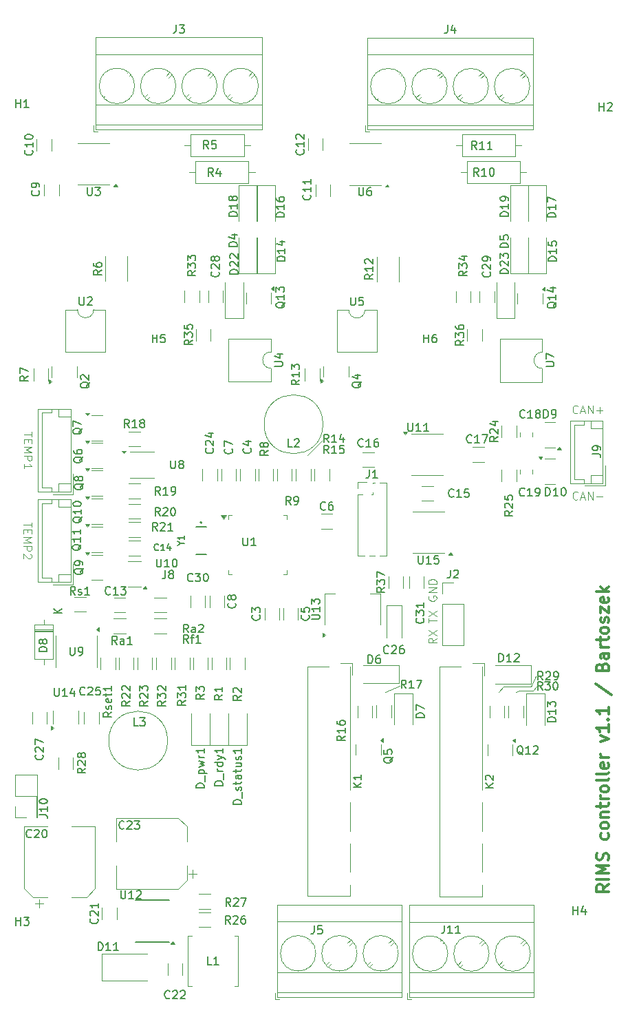
<source format=gbr>
%TF.GenerationSoftware,KiCad,Pcbnew,8.0.9-8.0.9-0~ubuntu24.04.1*%
%TF.CreationDate,2025-02-26T12:07:29+01:00*%
%TF.ProjectId,TempControllerMainBoard,54656d70-436f-46e7-9472-6f6c6c65724d,rev?*%
%TF.SameCoordinates,Original*%
%TF.FileFunction,Legend,Top*%
%TF.FilePolarity,Positive*%
%FSLAX46Y46*%
G04 Gerber Fmt 4.6, Leading zero omitted, Abs format (unit mm)*
G04 Created by KiCad (PCBNEW 8.0.9-8.0.9-0~ubuntu24.04.1) date 2025-02-26 12:07:29*
%MOMM*%
%LPD*%
G01*
G04 APERTURE LIST*
%ADD10C,0.100000*%
%ADD11C,0.300000*%
%ADD12C,0.150000*%
%ADD13C,0.120000*%
%ADD14C,0.127000*%
%ADD15C,0.200000*%
G04 APERTURE END LIST*
D10*
X155675000Y-141250000D02*
X155050000Y-141950000D01*
X159325000Y-141750000D02*
X157575000Y-141750000D01*
X142900000Y-141200000D02*
X141125000Y-141900000D01*
X159700000Y-141225000D02*
X159325000Y-141750000D01*
X133350000Y-110925000D02*
X131525000Y-112775000D01*
X156575000Y-141250000D02*
X155675000Y-141250000D01*
X159050000Y-141250000D02*
X156575000Y-141250000D01*
X159625000Y-140000000D02*
X159050000Y-141250000D01*
X157575000Y-141750000D02*
X157175000Y-141900000D01*
X97527580Y-121061027D02*
X97527580Y-121632455D01*
X96527580Y-121346741D02*
X97527580Y-121346741D01*
X97051390Y-121965789D02*
X97051390Y-122299122D01*
X96527580Y-122441979D02*
X96527580Y-121965789D01*
X96527580Y-121965789D02*
X97527580Y-121965789D01*
X97527580Y-121965789D02*
X97527580Y-122441979D01*
X96527580Y-122870551D02*
X97527580Y-122870551D01*
X97527580Y-122870551D02*
X96813295Y-123203884D01*
X96813295Y-123203884D02*
X97527580Y-123537217D01*
X97527580Y-123537217D02*
X96527580Y-123537217D01*
X96527580Y-124013408D02*
X97527580Y-124013408D01*
X97527580Y-124013408D02*
X97527580Y-124394360D01*
X97527580Y-124394360D02*
X97479961Y-124489598D01*
X97479961Y-124489598D02*
X97432342Y-124537217D01*
X97432342Y-124537217D02*
X97337104Y-124584836D01*
X97337104Y-124584836D02*
X97194247Y-124584836D01*
X97194247Y-124584836D02*
X97099009Y-124537217D01*
X97099009Y-124537217D02*
X97051390Y-124489598D01*
X97051390Y-124489598D02*
X97003771Y-124394360D01*
X97003771Y-124394360D02*
X97003771Y-124013408D01*
X97432342Y-124965789D02*
X97479961Y-125013408D01*
X97479961Y-125013408D02*
X97527580Y-125108646D01*
X97527580Y-125108646D02*
X97527580Y-125346741D01*
X97527580Y-125346741D02*
X97479961Y-125441979D01*
X97479961Y-125441979D02*
X97432342Y-125489598D01*
X97432342Y-125489598D02*
X97337104Y-125537217D01*
X97337104Y-125537217D02*
X97241866Y-125537217D01*
X97241866Y-125537217D02*
X97099009Y-125489598D01*
X97099009Y-125489598D02*
X96527580Y-124918170D01*
X96527580Y-124918170D02*
X96527580Y-125537217D01*
X146397419Y-133413972D02*
X146397419Y-132842544D01*
X147397419Y-133128258D02*
X146397419Y-133128258D01*
X146397419Y-132604448D02*
X147397419Y-131937782D01*
X146397419Y-131937782D02*
X147397419Y-132604448D01*
X164775312Y-118177180D02*
X164727693Y-118224800D01*
X164727693Y-118224800D02*
X164584836Y-118272419D01*
X164584836Y-118272419D02*
X164489598Y-118272419D01*
X164489598Y-118272419D02*
X164346741Y-118224800D01*
X164346741Y-118224800D02*
X164251503Y-118129561D01*
X164251503Y-118129561D02*
X164203884Y-118034323D01*
X164203884Y-118034323D02*
X164156265Y-117843847D01*
X164156265Y-117843847D02*
X164156265Y-117700990D01*
X164156265Y-117700990D02*
X164203884Y-117510514D01*
X164203884Y-117510514D02*
X164251503Y-117415276D01*
X164251503Y-117415276D02*
X164346741Y-117320038D01*
X164346741Y-117320038D02*
X164489598Y-117272419D01*
X164489598Y-117272419D02*
X164584836Y-117272419D01*
X164584836Y-117272419D02*
X164727693Y-117320038D01*
X164727693Y-117320038D02*
X164775312Y-117367657D01*
X165156265Y-117986704D02*
X165632455Y-117986704D01*
X165061027Y-118272419D02*
X165394360Y-117272419D01*
X165394360Y-117272419D02*
X165727693Y-118272419D01*
X166061027Y-118272419D02*
X166061027Y-117272419D01*
X166061027Y-117272419D02*
X166632455Y-118272419D01*
X166632455Y-118272419D02*
X166632455Y-117272419D01*
X167108646Y-117891466D02*
X167870551Y-117891466D01*
X147397419Y-135299687D02*
X146921228Y-135633020D01*
X147397419Y-135871115D02*
X146397419Y-135871115D01*
X146397419Y-135871115D02*
X146397419Y-135490163D01*
X146397419Y-135490163D02*
X146445038Y-135394925D01*
X146445038Y-135394925D02*
X146492657Y-135347306D01*
X146492657Y-135347306D02*
X146587895Y-135299687D01*
X146587895Y-135299687D02*
X146730752Y-135299687D01*
X146730752Y-135299687D02*
X146825990Y-135347306D01*
X146825990Y-135347306D02*
X146873609Y-135394925D01*
X146873609Y-135394925D02*
X146921228Y-135490163D01*
X146921228Y-135490163D02*
X146921228Y-135871115D01*
X146397419Y-134966353D02*
X147397419Y-134299687D01*
X146397419Y-134299687D02*
X147397419Y-134966353D01*
X164775312Y-107577180D02*
X164727693Y-107624800D01*
X164727693Y-107624800D02*
X164584836Y-107672419D01*
X164584836Y-107672419D02*
X164489598Y-107672419D01*
X164489598Y-107672419D02*
X164346741Y-107624800D01*
X164346741Y-107624800D02*
X164251503Y-107529561D01*
X164251503Y-107529561D02*
X164203884Y-107434323D01*
X164203884Y-107434323D02*
X164156265Y-107243847D01*
X164156265Y-107243847D02*
X164156265Y-107100990D01*
X164156265Y-107100990D02*
X164203884Y-106910514D01*
X164203884Y-106910514D02*
X164251503Y-106815276D01*
X164251503Y-106815276D02*
X164346741Y-106720038D01*
X164346741Y-106720038D02*
X164489598Y-106672419D01*
X164489598Y-106672419D02*
X164584836Y-106672419D01*
X164584836Y-106672419D02*
X164727693Y-106720038D01*
X164727693Y-106720038D02*
X164775312Y-106767657D01*
X165156265Y-107386704D02*
X165632455Y-107386704D01*
X165061027Y-107672419D02*
X165394360Y-106672419D01*
X165394360Y-106672419D02*
X165727693Y-107672419D01*
X166061027Y-107672419D02*
X166061027Y-106672419D01*
X166061027Y-106672419D02*
X166632455Y-107672419D01*
X166632455Y-107672419D02*
X166632455Y-106672419D01*
X167108646Y-107291466D02*
X167870551Y-107291466D01*
X167489598Y-107672419D02*
X167489598Y-106910514D01*
D11*
X168600828Y-165588346D02*
X167886542Y-166088346D01*
X168600828Y-166445489D02*
X167100828Y-166445489D01*
X167100828Y-166445489D02*
X167100828Y-165874060D01*
X167100828Y-165874060D02*
X167172257Y-165731203D01*
X167172257Y-165731203D02*
X167243685Y-165659774D01*
X167243685Y-165659774D02*
X167386542Y-165588346D01*
X167386542Y-165588346D02*
X167600828Y-165588346D01*
X167600828Y-165588346D02*
X167743685Y-165659774D01*
X167743685Y-165659774D02*
X167815114Y-165731203D01*
X167815114Y-165731203D02*
X167886542Y-165874060D01*
X167886542Y-165874060D02*
X167886542Y-166445489D01*
X168600828Y-164945489D02*
X167100828Y-164945489D01*
X168600828Y-164231203D02*
X167100828Y-164231203D01*
X167100828Y-164231203D02*
X168172257Y-163731203D01*
X168172257Y-163731203D02*
X167100828Y-163231203D01*
X167100828Y-163231203D02*
X168600828Y-163231203D01*
X168529400Y-162588345D02*
X168600828Y-162374060D01*
X168600828Y-162374060D02*
X168600828Y-162016917D01*
X168600828Y-162016917D02*
X168529400Y-161874060D01*
X168529400Y-161874060D02*
X168457971Y-161802631D01*
X168457971Y-161802631D02*
X168315114Y-161731202D01*
X168315114Y-161731202D02*
X168172257Y-161731202D01*
X168172257Y-161731202D02*
X168029400Y-161802631D01*
X168029400Y-161802631D02*
X167957971Y-161874060D01*
X167957971Y-161874060D02*
X167886542Y-162016917D01*
X167886542Y-162016917D02*
X167815114Y-162302631D01*
X167815114Y-162302631D02*
X167743685Y-162445488D01*
X167743685Y-162445488D02*
X167672257Y-162516917D01*
X167672257Y-162516917D02*
X167529400Y-162588345D01*
X167529400Y-162588345D02*
X167386542Y-162588345D01*
X167386542Y-162588345D02*
X167243685Y-162516917D01*
X167243685Y-162516917D02*
X167172257Y-162445488D01*
X167172257Y-162445488D02*
X167100828Y-162302631D01*
X167100828Y-162302631D02*
X167100828Y-161945488D01*
X167100828Y-161945488D02*
X167172257Y-161731202D01*
X168529400Y-159302632D02*
X168600828Y-159445489D01*
X168600828Y-159445489D02*
X168600828Y-159731203D01*
X168600828Y-159731203D02*
X168529400Y-159874060D01*
X168529400Y-159874060D02*
X168457971Y-159945489D01*
X168457971Y-159945489D02*
X168315114Y-160016917D01*
X168315114Y-160016917D02*
X167886542Y-160016917D01*
X167886542Y-160016917D02*
X167743685Y-159945489D01*
X167743685Y-159945489D02*
X167672257Y-159874060D01*
X167672257Y-159874060D02*
X167600828Y-159731203D01*
X167600828Y-159731203D02*
X167600828Y-159445489D01*
X167600828Y-159445489D02*
X167672257Y-159302632D01*
X168600828Y-158445489D02*
X168529400Y-158588346D01*
X168529400Y-158588346D02*
X168457971Y-158659775D01*
X168457971Y-158659775D02*
X168315114Y-158731203D01*
X168315114Y-158731203D02*
X167886542Y-158731203D01*
X167886542Y-158731203D02*
X167743685Y-158659775D01*
X167743685Y-158659775D02*
X167672257Y-158588346D01*
X167672257Y-158588346D02*
X167600828Y-158445489D01*
X167600828Y-158445489D02*
X167600828Y-158231203D01*
X167600828Y-158231203D02*
X167672257Y-158088346D01*
X167672257Y-158088346D02*
X167743685Y-158016918D01*
X167743685Y-158016918D02*
X167886542Y-157945489D01*
X167886542Y-157945489D02*
X168315114Y-157945489D01*
X168315114Y-157945489D02*
X168457971Y-158016918D01*
X168457971Y-158016918D02*
X168529400Y-158088346D01*
X168529400Y-158088346D02*
X168600828Y-158231203D01*
X168600828Y-158231203D02*
X168600828Y-158445489D01*
X167600828Y-157302632D02*
X168600828Y-157302632D01*
X167743685Y-157302632D02*
X167672257Y-157231203D01*
X167672257Y-157231203D02*
X167600828Y-157088346D01*
X167600828Y-157088346D02*
X167600828Y-156874060D01*
X167600828Y-156874060D02*
X167672257Y-156731203D01*
X167672257Y-156731203D02*
X167815114Y-156659775D01*
X167815114Y-156659775D02*
X168600828Y-156659775D01*
X167600828Y-156159774D02*
X167600828Y-155588346D01*
X167100828Y-155945489D02*
X168386542Y-155945489D01*
X168386542Y-155945489D02*
X168529400Y-155874060D01*
X168529400Y-155874060D02*
X168600828Y-155731203D01*
X168600828Y-155731203D02*
X168600828Y-155588346D01*
X168600828Y-155088346D02*
X167600828Y-155088346D01*
X167886542Y-155088346D02*
X167743685Y-155016917D01*
X167743685Y-155016917D02*
X167672257Y-154945489D01*
X167672257Y-154945489D02*
X167600828Y-154802631D01*
X167600828Y-154802631D02*
X167600828Y-154659774D01*
X168600828Y-153945489D02*
X168529400Y-154088346D01*
X168529400Y-154088346D02*
X168457971Y-154159775D01*
X168457971Y-154159775D02*
X168315114Y-154231203D01*
X168315114Y-154231203D02*
X167886542Y-154231203D01*
X167886542Y-154231203D02*
X167743685Y-154159775D01*
X167743685Y-154159775D02*
X167672257Y-154088346D01*
X167672257Y-154088346D02*
X167600828Y-153945489D01*
X167600828Y-153945489D02*
X167600828Y-153731203D01*
X167600828Y-153731203D02*
X167672257Y-153588346D01*
X167672257Y-153588346D02*
X167743685Y-153516918D01*
X167743685Y-153516918D02*
X167886542Y-153445489D01*
X167886542Y-153445489D02*
X168315114Y-153445489D01*
X168315114Y-153445489D02*
X168457971Y-153516918D01*
X168457971Y-153516918D02*
X168529400Y-153588346D01*
X168529400Y-153588346D02*
X168600828Y-153731203D01*
X168600828Y-153731203D02*
X168600828Y-153945489D01*
X168600828Y-152588346D02*
X168529400Y-152731203D01*
X168529400Y-152731203D02*
X168386542Y-152802632D01*
X168386542Y-152802632D02*
X167100828Y-152802632D01*
X168600828Y-151802632D02*
X168529400Y-151945489D01*
X168529400Y-151945489D02*
X168386542Y-152016918D01*
X168386542Y-152016918D02*
X167100828Y-152016918D01*
X168529400Y-150659775D02*
X168600828Y-150802632D01*
X168600828Y-150802632D02*
X168600828Y-151088347D01*
X168600828Y-151088347D02*
X168529400Y-151231204D01*
X168529400Y-151231204D02*
X168386542Y-151302632D01*
X168386542Y-151302632D02*
X167815114Y-151302632D01*
X167815114Y-151302632D02*
X167672257Y-151231204D01*
X167672257Y-151231204D02*
X167600828Y-151088347D01*
X167600828Y-151088347D02*
X167600828Y-150802632D01*
X167600828Y-150802632D02*
X167672257Y-150659775D01*
X167672257Y-150659775D02*
X167815114Y-150588347D01*
X167815114Y-150588347D02*
X167957971Y-150588347D01*
X167957971Y-150588347D02*
X168100828Y-151302632D01*
X168600828Y-149945490D02*
X167600828Y-149945490D01*
X167886542Y-149945490D02*
X167743685Y-149874061D01*
X167743685Y-149874061D02*
X167672257Y-149802633D01*
X167672257Y-149802633D02*
X167600828Y-149659775D01*
X167600828Y-149659775D02*
X167600828Y-149516918D01*
X167600828Y-148016919D02*
X168600828Y-147659776D01*
X168600828Y-147659776D02*
X167600828Y-147302633D01*
X168600828Y-145945490D02*
X168600828Y-146802633D01*
X168600828Y-146374062D02*
X167100828Y-146374062D01*
X167100828Y-146374062D02*
X167315114Y-146516919D01*
X167315114Y-146516919D02*
X167457971Y-146659776D01*
X167457971Y-146659776D02*
X167529400Y-146802633D01*
X168457971Y-145302634D02*
X168529400Y-145231205D01*
X168529400Y-145231205D02*
X168600828Y-145302634D01*
X168600828Y-145302634D02*
X168529400Y-145374062D01*
X168529400Y-145374062D02*
X168457971Y-145302634D01*
X168457971Y-145302634D02*
X168600828Y-145302634D01*
X168600828Y-143802633D02*
X168600828Y-144659776D01*
X168600828Y-144231205D02*
X167100828Y-144231205D01*
X167100828Y-144231205D02*
X167315114Y-144374062D01*
X167315114Y-144374062D02*
X167457971Y-144516919D01*
X167457971Y-144516919D02*
X167529400Y-144659776D01*
X167029400Y-140945491D02*
X168957971Y-142231205D01*
X167815114Y-138802634D02*
X167886542Y-138588348D01*
X167886542Y-138588348D02*
X167957971Y-138516919D01*
X167957971Y-138516919D02*
X168100828Y-138445491D01*
X168100828Y-138445491D02*
X168315114Y-138445491D01*
X168315114Y-138445491D02*
X168457971Y-138516919D01*
X168457971Y-138516919D02*
X168529400Y-138588348D01*
X168529400Y-138588348D02*
X168600828Y-138731205D01*
X168600828Y-138731205D02*
X168600828Y-139302634D01*
X168600828Y-139302634D02*
X167100828Y-139302634D01*
X167100828Y-139302634D02*
X167100828Y-138802634D01*
X167100828Y-138802634D02*
X167172257Y-138659777D01*
X167172257Y-138659777D02*
X167243685Y-138588348D01*
X167243685Y-138588348D02*
X167386542Y-138516919D01*
X167386542Y-138516919D02*
X167529400Y-138516919D01*
X167529400Y-138516919D02*
X167672257Y-138588348D01*
X167672257Y-138588348D02*
X167743685Y-138659777D01*
X167743685Y-138659777D02*
X167815114Y-138802634D01*
X167815114Y-138802634D02*
X167815114Y-139302634D01*
X168600828Y-137159777D02*
X167815114Y-137159777D01*
X167815114Y-137159777D02*
X167672257Y-137231205D01*
X167672257Y-137231205D02*
X167600828Y-137374062D01*
X167600828Y-137374062D02*
X167600828Y-137659777D01*
X167600828Y-137659777D02*
X167672257Y-137802634D01*
X168529400Y-137159777D02*
X168600828Y-137302634D01*
X168600828Y-137302634D02*
X168600828Y-137659777D01*
X168600828Y-137659777D02*
X168529400Y-137802634D01*
X168529400Y-137802634D02*
X168386542Y-137874062D01*
X168386542Y-137874062D02*
X168243685Y-137874062D01*
X168243685Y-137874062D02*
X168100828Y-137802634D01*
X168100828Y-137802634D02*
X168029400Y-137659777D01*
X168029400Y-137659777D02*
X168029400Y-137302634D01*
X168029400Y-137302634D02*
X167957971Y-137159777D01*
X168600828Y-136445491D02*
X167600828Y-136445491D01*
X167886542Y-136445491D02*
X167743685Y-136374062D01*
X167743685Y-136374062D02*
X167672257Y-136302634D01*
X167672257Y-136302634D02*
X167600828Y-136159776D01*
X167600828Y-136159776D02*
X167600828Y-136016919D01*
X167600828Y-135731205D02*
X167600828Y-135159777D01*
X167100828Y-135516920D02*
X168386542Y-135516920D01*
X168386542Y-135516920D02*
X168529400Y-135445491D01*
X168529400Y-135445491D02*
X168600828Y-135302634D01*
X168600828Y-135302634D02*
X168600828Y-135159777D01*
X168600828Y-134445491D02*
X168529400Y-134588348D01*
X168529400Y-134588348D02*
X168457971Y-134659777D01*
X168457971Y-134659777D02*
X168315114Y-134731205D01*
X168315114Y-134731205D02*
X167886542Y-134731205D01*
X167886542Y-134731205D02*
X167743685Y-134659777D01*
X167743685Y-134659777D02*
X167672257Y-134588348D01*
X167672257Y-134588348D02*
X167600828Y-134445491D01*
X167600828Y-134445491D02*
X167600828Y-134231205D01*
X167600828Y-134231205D02*
X167672257Y-134088348D01*
X167672257Y-134088348D02*
X167743685Y-134016920D01*
X167743685Y-134016920D02*
X167886542Y-133945491D01*
X167886542Y-133945491D02*
X168315114Y-133945491D01*
X168315114Y-133945491D02*
X168457971Y-134016920D01*
X168457971Y-134016920D02*
X168529400Y-134088348D01*
X168529400Y-134088348D02*
X168600828Y-134231205D01*
X168600828Y-134231205D02*
X168600828Y-134445491D01*
X168529400Y-133374062D02*
X168600828Y-133231205D01*
X168600828Y-133231205D02*
X168600828Y-132945491D01*
X168600828Y-132945491D02*
X168529400Y-132802634D01*
X168529400Y-132802634D02*
X168386542Y-132731205D01*
X168386542Y-132731205D02*
X168315114Y-132731205D01*
X168315114Y-132731205D02*
X168172257Y-132802634D01*
X168172257Y-132802634D02*
X168100828Y-132945491D01*
X168100828Y-132945491D02*
X168100828Y-133159777D01*
X168100828Y-133159777D02*
X168029400Y-133302634D01*
X168029400Y-133302634D02*
X167886542Y-133374062D01*
X167886542Y-133374062D02*
X167815114Y-133374062D01*
X167815114Y-133374062D02*
X167672257Y-133302634D01*
X167672257Y-133302634D02*
X167600828Y-133159777D01*
X167600828Y-133159777D02*
X167600828Y-132945491D01*
X167600828Y-132945491D02*
X167672257Y-132802634D01*
X167600828Y-132231205D02*
X167600828Y-131445491D01*
X167600828Y-131445491D02*
X168600828Y-132231205D01*
X168600828Y-132231205D02*
X168600828Y-131445491D01*
X168529400Y-130302633D02*
X168600828Y-130445490D01*
X168600828Y-130445490D02*
X168600828Y-130731205D01*
X168600828Y-130731205D02*
X168529400Y-130874062D01*
X168529400Y-130874062D02*
X168386542Y-130945490D01*
X168386542Y-130945490D02*
X167815114Y-130945490D01*
X167815114Y-130945490D02*
X167672257Y-130874062D01*
X167672257Y-130874062D02*
X167600828Y-130731205D01*
X167600828Y-130731205D02*
X167600828Y-130445490D01*
X167600828Y-130445490D02*
X167672257Y-130302633D01*
X167672257Y-130302633D02*
X167815114Y-130231205D01*
X167815114Y-130231205D02*
X167957971Y-130231205D01*
X167957971Y-130231205D02*
X168100828Y-130945490D01*
X168600828Y-129588348D02*
X167100828Y-129588348D01*
X168029400Y-129445491D02*
X168600828Y-129016919D01*
X167600828Y-129016919D02*
X168172257Y-129588348D01*
D10*
X97602580Y-109961027D02*
X97602580Y-110532455D01*
X96602580Y-110246741D02*
X97602580Y-110246741D01*
X97126390Y-110865789D02*
X97126390Y-111199122D01*
X96602580Y-111341979D02*
X96602580Y-110865789D01*
X96602580Y-110865789D02*
X97602580Y-110865789D01*
X97602580Y-110865789D02*
X97602580Y-111341979D01*
X96602580Y-111770551D02*
X97602580Y-111770551D01*
X97602580Y-111770551D02*
X96888295Y-112103884D01*
X96888295Y-112103884D02*
X97602580Y-112437217D01*
X97602580Y-112437217D02*
X96602580Y-112437217D01*
X96602580Y-112913408D02*
X97602580Y-112913408D01*
X97602580Y-112913408D02*
X97602580Y-113294360D01*
X97602580Y-113294360D02*
X97554961Y-113389598D01*
X97554961Y-113389598D02*
X97507342Y-113437217D01*
X97507342Y-113437217D02*
X97412104Y-113484836D01*
X97412104Y-113484836D02*
X97269247Y-113484836D01*
X97269247Y-113484836D02*
X97174009Y-113437217D01*
X97174009Y-113437217D02*
X97126390Y-113389598D01*
X97126390Y-113389598D02*
X97078771Y-113294360D01*
X97078771Y-113294360D02*
X97078771Y-112913408D01*
X96602580Y-114437217D02*
X96602580Y-113865789D01*
X96602580Y-114151503D02*
X97602580Y-114151503D01*
X97602580Y-114151503D02*
X97459723Y-114056265D01*
X97459723Y-114056265D02*
X97364485Y-113961027D01*
X97364485Y-113961027D02*
X97316866Y-113865789D01*
X146445038Y-130147306D02*
X146397419Y-130242544D01*
X146397419Y-130242544D02*
X146397419Y-130385401D01*
X146397419Y-130385401D02*
X146445038Y-130528258D01*
X146445038Y-130528258D02*
X146540276Y-130623496D01*
X146540276Y-130623496D02*
X146635514Y-130671115D01*
X146635514Y-130671115D02*
X146825990Y-130718734D01*
X146825990Y-130718734D02*
X146968847Y-130718734D01*
X146968847Y-130718734D02*
X147159323Y-130671115D01*
X147159323Y-130671115D02*
X147254561Y-130623496D01*
X147254561Y-130623496D02*
X147349800Y-130528258D01*
X147349800Y-130528258D02*
X147397419Y-130385401D01*
X147397419Y-130385401D02*
X147397419Y-130290163D01*
X147397419Y-130290163D02*
X147349800Y-130147306D01*
X147349800Y-130147306D02*
X147302180Y-130099687D01*
X147302180Y-130099687D02*
X146968847Y-130099687D01*
X146968847Y-130099687D02*
X146968847Y-130290163D01*
X147397419Y-129671115D02*
X146397419Y-129671115D01*
X146397419Y-129671115D02*
X147397419Y-129099687D01*
X147397419Y-129099687D02*
X146397419Y-129099687D01*
X147397419Y-128623496D02*
X146397419Y-128623496D01*
X146397419Y-128623496D02*
X146397419Y-128385401D01*
X146397419Y-128385401D02*
X146445038Y-128242544D01*
X146445038Y-128242544D02*
X146540276Y-128147306D01*
X146540276Y-128147306D02*
X146635514Y-128099687D01*
X146635514Y-128099687D02*
X146825990Y-128052068D01*
X146825990Y-128052068D02*
X146968847Y-128052068D01*
X146968847Y-128052068D02*
X147159323Y-128099687D01*
X147159323Y-128099687D02*
X147254561Y-128147306D01*
X147254561Y-128147306D02*
X147349800Y-128242544D01*
X147349800Y-128242544D02*
X147397419Y-128385401D01*
X147397419Y-128385401D02*
X147397419Y-128623496D01*
D12*
X122197080Y-112016666D02*
X122244700Y-112064285D01*
X122244700Y-112064285D02*
X122292319Y-112207142D01*
X122292319Y-112207142D02*
X122292319Y-112302380D01*
X122292319Y-112302380D02*
X122244700Y-112445237D01*
X122244700Y-112445237D02*
X122149461Y-112540475D01*
X122149461Y-112540475D02*
X122054223Y-112588094D01*
X122054223Y-112588094D02*
X121863747Y-112635713D01*
X121863747Y-112635713D02*
X121720890Y-112635713D01*
X121720890Y-112635713D02*
X121530414Y-112588094D01*
X121530414Y-112588094D02*
X121435176Y-112540475D01*
X121435176Y-112540475D02*
X121339938Y-112445237D01*
X121339938Y-112445237D02*
X121292319Y-112302380D01*
X121292319Y-112302380D02*
X121292319Y-112207142D01*
X121292319Y-112207142D02*
X121339938Y-112064285D01*
X121339938Y-112064285D02*
X121387557Y-112016666D01*
X121292319Y-111683332D02*
X121292319Y-111016666D01*
X121292319Y-111016666D02*
X122292319Y-111445237D01*
X131647080Y-132466666D02*
X131694700Y-132514285D01*
X131694700Y-132514285D02*
X131742319Y-132657142D01*
X131742319Y-132657142D02*
X131742319Y-132752380D01*
X131742319Y-132752380D02*
X131694700Y-132895237D01*
X131694700Y-132895237D02*
X131599461Y-132990475D01*
X131599461Y-132990475D02*
X131504223Y-133038094D01*
X131504223Y-133038094D02*
X131313747Y-133085713D01*
X131313747Y-133085713D02*
X131170890Y-133085713D01*
X131170890Y-133085713D02*
X130980414Y-133038094D01*
X130980414Y-133038094D02*
X130885176Y-132990475D01*
X130885176Y-132990475D02*
X130789938Y-132895237D01*
X130789938Y-132895237D02*
X130742319Y-132752380D01*
X130742319Y-132752380D02*
X130742319Y-132657142D01*
X130742319Y-132657142D02*
X130789938Y-132514285D01*
X130789938Y-132514285D02*
X130837557Y-132466666D01*
X130742319Y-131561904D02*
X130742319Y-132038094D01*
X130742319Y-132038094D02*
X131218509Y-132085713D01*
X131218509Y-132085713D02*
X131170890Y-132038094D01*
X131170890Y-132038094D02*
X131123271Y-131942856D01*
X131123271Y-131942856D02*
X131123271Y-131704761D01*
X131123271Y-131704761D02*
X131170890Y-131609523D01*
X131170890Y-131609523D02*
X131218509Y-131561904D01*
X131218509Y-131561904D02*
X131313747Y-131514285D01*
X131313747Y-131514285D02*
X131551842Y-131514285D01*
X131551842Y-131514285D02*
X131647080Y-131561904D01*
X131647080Y-131561904D02*
X131694700Y-131609523D01*
X131694700Y-131609523D02*
X131742319Y-131704761D01*
X131742319Y-131704761D02*
X131742319Y-131942856D01*
X131742319Y-131942856D02*
X131694700Y-132038094D01*
X131694700Y-132038094D02*
X131647080Y-132085713D01*
X127459819Y-101871904D02*
X128269342Y-101871904D01*
X128269342Y-101871904D02*
X128364580Y-101824285D01*
X128364580Y-101824285D02*
X128412200Y-101776666D01*
X128412200Y-101776666D02*
X128459819Y-101681428D01*
X128459819Y-101681428D02*
X128459819Y-101490952D01*
X128459819Y-101490952D02*
X128412200Y-101395714D01*
X128412200Y-101395714D02*
X128364580Y-101348095D01*
X128364580Y-101348095D02*
X128269342Y-101300476D01*
X128269342Y-101300476D02*
X127459819Y-101300476D01*
X127793152Y-100395714D02*
X128459819Y-100395714D01*
X127412200Y-100633809D02*
X128126485Y-100871904D01*
X128126485Y-100871904D02*
X128126485Y-100252857D01*
X104204819Y-151305357D02*
X103728628Y-151638690D01*
X104204819Y-151876785D02*
X103204819Y-151876785D01*
X103204819Y-151876785D02*
X103204819Y-151495833D01*
X103204819Y-151495833D02*
X103252438Y-151400595D01*
X103252438Y-151400595D02*
X103300057Y-151352976D01*
X103300057Y-151352976D02*
X103395295Y-151305357D01*
X103395295Y-151305357D02*
X103538152Y-151305357D01*
X103538152Y-151305357D02*
X103633390Y-151352976D01*
X103633390Y-151352976D02*
X103681009Y-151400595D01*
X103681009Y-151400595D02*
X103728628Y-151495833D01*
X103728628Y-151495833D02*
X103728628Y-151876785D01*
X103300057Y-150924404D02*
X103252438Y-150876785D01*
X103252438Y-150876785D02*
X103204819Y-150781547D01*
X103204819Y-150781547D02*
X103204819Y-150543452D01*
X103204819Y-150543452D02*
X103252438Y-150448214D01*
X103252438Y-150448214D02*
X103300057Y-150400595D01*
X103300057Y-150400595D02*
X103395295Y-150352976D01*
X103395295Y-150352976D02*
X103490533Y-150352976D01*
X103490533Y-150352976D02*
X103633390Y-150400595D01*
X103633390Y-150400595D02*
X104204819Y-150972023D01*
X104204819Y-150972023D02*
X104204819Y-150352976D01*
X103633390Y-149781547D02*
X103585771Y-149876785D01*
X103585771Y-149876785D02*
X103538152Y-149924404D01*
X103538152Y-149924404D02*
X103442914Y-149972023D01*
X103442914Y-149972023D02*
X103395295Y-149972023D01*
X103395295Y-149972023D02*
X103300057Y-149924404D01*
X103300057Y-149924404D02*
X103252438Y-149876785D01*
X103252438Y-149876785D02*
X103204819Y-149781547D01*
X103204819Y-149781547D02*
X103204819Y-149591071D01*
X103204819Y-149591071D02*
X103252438Y-149495833D01*
X103252438Y-149495833D02*
X103300057Y-149448214D01*
X103300057Y-149448214D02*
X103395295Y-149400595D01*
X103395295Y-149400595D02*
X103442914Y-149400595D01*
X103442914Y-149400595D02*
X103538152Y-149448214D01*
X103538152Y-149448214D02*
X103585771Y-149495833D01*
X103585771Y-149495833D02*
X103633390Y-149591071D01*
X103633390Y-149591071D02*
X103633390Y-149781547D01*
X103633390Y-149781547D02*
X103681009Y-149876785D01*
X103681009Y-149876785D02*
X103728628Y-149924404D01*
X103728628Y-149924404D02*
X103823866Y-149972023D01*
X103823866Y-149972023D02*
X104014342Y-149972023D01*
X104014342Y-149972023D02*
X104109580Y-149924404D01*
X104109580Y-149924404D02*
X104157200Y-149876785D01*
X104157200Y-149876785D02*
X104204819Y-149781547D01*
X104204819Y-149781547D02*
X104204819Y-149591071D01*
X104204819Y-149591071D02*
X104157200Y-149495833D01*
X104157200Y-149495833D02*
X104109580Y-149448214D01*
X104109580Y-149448214D02*
X104014342Y-149400595D01*
X104014342Y-149400595D02*
X103823866Y-149400595D01*
X103823866Y-149400595D02*
X103728628Y-149448214D01*
X103728628Y-149448214D02*
X103681009Y-149495833D01*
X103681009Y-149495833D02*
X103633390Y-149591071D01*
X100361905Y-141442319D02*
X100361905Y-142251842D01*
X100361905Y-142251842D02*
X100409524Y-142347080D01*
X100409524Y-142347080D02*
X100457143Y-142394700D01*
X100457143Y-142394700D02*
X100552381Y-142442319D01*
X100552381Y-142442319D02*
X100742857Y-142442319D01*
X100742857Y-142442319D02*
X100838095Y-142394700D01*
X100838095Y-142394700D02*
X100885714Y-142347080D01*
X100885714Y-142347080D02*
X100933333Y-142251842D01*
X100933333Y-142251842D02*
X100933333Y-141442319D01*
X101933333Y-142442319D02*
X101361905Y-142442319D01*
X101647619Y-142442319D02*
X101647619Y-141442319D01*
X101647619Y-141442319D02*
X101552381Y-141585176D01*
X101552381Y-141585176D02*
X101457143Y-141680414D01*
X101457143Y-141680414D02*
X101361905Y-141728033D01*
X102790476Y-141775652D02*
X102790476Y-142442319D01*
X102552381Y-141394700D02*
X102314286Y-142108985D01*
X102314286Y-142108985D02*
X102933333Y-142108985D01*
X134132142Y-111229819D02*
X133798809Y-110753628D01*
X133560714Y-111229819D02*
X133560714Y-110229819D01*
X133560714Y-110229819D02*
X133941666Y-110229819D01*
X133941666Y-110229819D02*
X134036904Y-110277438D01*
X134036904Y-110277438D02*
X134084523Y-110325057D01*
X134084523Y-110325057D02*
X134132142Y-110420295D01*
X134132142Y-110420295D02*
X134132142Y-110563152D01*
X134132142Y-110563152D02*
X134084523Y-110658390D01*
X134084523Y-110658390D02*
X134036904Y-110706009D01*
X134036904Y-110706009D02*
X133941666Y-110753628D01*
X133941666Y-110753628D02*
X133560714Y-110753628D01*
X135084523Y-111229819D02*
X134513095Y-111229819D01*
X134798809Y-111229819D02*
X134798809Y-110229819D01*
X134798809Y-110229819D02*
X134703571Y-110372676D01*
X134703571Y-110372676D02*
X134608333Y-110467914D01*
X134608333Y-110467914D02*
X134513095Y-110515533D01*
X135941666Y-110563152D02*
X135941666Y-111229819D01*
X135703571Y-110182200D02*
X135465476Y-110896485D01*
X135465476Y-110896485D02*
X136084523Y-110896485D01*
X129633333Y-111804819D02*
X129157143Y-111804819D01*
X129157143Y-111804819D02*
X129157143Y-110804819D01*
X129919048Y-110900057D02*
X129966667Y-110852438D01*
X129966667Y-110852438D02*
X130061905Y-110804819D01*
X130061905Y-110804819D02*
X130300000Y-110804819D01*
X130300000Y-110804819D02*
X130395238Y-110852438D01*
X130395238Y-110852438D02*
X130442857Y-110900057D01*
X130442857Y-110900057D02*
X130490476Y-110995295D01*
X130490476Y-110995295D02*
X130490476Y-111090533D01*
X130490476Y-111090533D02*
X130442857Y-111233390D01*
X130442857Y-111233390D02*
X129871429Y-111804819D01*
X129871429Y-111804819D02*
X130490476Y-111804819D01*
X162150057Y-94001428D02*
X162102438Y-94096666D01*
X162102438Y-94096666D02*
X162007200Y-94191904D01*
X162007200Y-94191904D02*
X161864342Y-94334761D01*
X161864342Y-94334761D02*
X161816723Y-94429999D01*
X161816723Y-94429999D02*
X161816723Y-94525237D01*
X162054819Y-94477618D02*
X162007200Y-94572856D01*
X162007200Y-94572856D02*
X161911961Y-94668094D01*
X161911961Y-94668094D02*
X161721485Y-94715713D01*
X161721485Y-94715713D02*
X161388152Y-94715713D01*
X161388152Y-94715713D02*
X161197676Y-94668094D01*
X161197676Y-94668094D02*
X161102438Y-94572856D01*
X161102438Y-94572856D02*
X161054819Y-94477618D01*
X161054819Y-94477618D02*
X161054819Y-94287142D01*
X161054819Y-94287142D02*
X161102438Y-94191904D01*
X161102438Y-94191904D02*
X161197676Y-94096666D01*
X161197676Y-94096666D02*
X161388152Y-94049047D01*
X161388152Y-94049047D02*
X161721485Y-94049047D01*
X161721485Y-94049047D02*
X161911961Y-94096666D01*
X161911961Y-94096666D02*
X162007200Y-94191904D01*
X162007200Y-94191904D02*
X162054819Y-94287142D01*
X162054819Y-94287142D02*
X162054819Y-94477618D01*
X162054819Y-93096666D02*
X162054819Y-93668094D01*
X162054819Y-93382380D02*
X161054819Y-93382380D01*
X161054819Y-93382380D02*
X161197676Y-93477618D01*
X161197676Y-93477618D02*
X161292914Y-93572856D01*
X161292914Y-93572856D02*
X161340533Y-93668094D01*
X161388152Y-92239523D02*
X162054819Y-92239523D01*
X161007200Y-92477618D02*
X161721485Y-92715713D01*
X161721485Y-92715713D02*
X161721485Y-92096666D01*
X95638095Y-70054819D02*
X95638095Y-69054819D01*
X95638095Y-69531009D02*
X96209523Y-69531009D01*
X96209523Y-70054819D02*
X96209523Y-69054819D01*
X97209523Y-70054819D02*
X96638095Y-70054819D01*
X96923809Y-70054819D02*
X96923809Y-69054819D01*
X96923809Y-69054819D02*
X96828571Y-69197676D01*
X96828571Y-69197676D02*
X96733333Y-69292914D01*
X96733333Y-69292914D02*
X96638095Y-69340533D01*
X145879819Y-145063094D02*
X144879819Y-145063094D01*
X144879819Y-145063094D02*
X144879819Y-144824999D01*
X144879819Y-144824999D02*
X144927438Y-144682142D01*
X144927438Y-144682142D02*
X145022676Y-144586904D01*
X145022676Y-144586904D02*
X145117914Y-144539285D01*
X145117914Y-144539285D02*
X145308390Y-144491666D01*
X145308390Y-144491666D02*
X145451247Y-144491666D01*
X145451247Y-144491666D02*
X145641723Y-144539285D01*
X145641723Y-144539285D02*
X145736961Y-144586904D01*
X145736961Y-144586904D02*
X145832200Y-144682142D01*
X145832200Y-144682142D02*
X145879819Y-144824999D01*
X145879819Y-144824999D02*
X145879819Y-145063094D01*
X144879819Y-144158332D02*
X144879819Y-143491666D01*
X144879819Y-143491666D02*
X145879819Y-143920237D01*
X138357142Y-111694580D02*
X138309523Y-111742200D01*
X138309523Y-111742200D02*
X138166666Y-111789819D01*
X138166666Y-111789819D02*
X138071428Y-111789819D01*
X138071428Y-111789819D02*
X137928571Y-111742200D01*
X137928571Y-111742200D02*
X137833333Y-111646961D01*
X137833333Y-111646961D02*
X137785714Y-111551723D01*
X137785714Y-111551723D02*
X137738095Y-111361247D01*
X137738095Y-111361247D02*
X137738095Y-111218390D01*
X137738095Y-111218390D02*
X137785714Y-111027914D01*
X137785714Y-111027914D02*
X137833333Y-110932676D01*
X137833333Y-110932676D02*
X137928571Y-110837438D01*
X137928571Y-110837438D02*
X138071428Y-110789819D01*
X138071428Y-110789819D02*
X138166666Y-110789819D01*
X138166666Y-110789819D02*
X138309523Y-110837438D01*
X138309523Y-110837438D02*
X138357142Y-110885057D01*
X139309523Y-111789819D02*
X138738095Y-111789819D01*
X139023809Y-111789819D02*
X139023809Y-110789819D01*
X139023809Y-110789819D02*
X138928571Y-110932676D01*
X138928571Y-110932676D02*
X138833333Y-111027914D01*
X138833333Y-111027914D02*
X138738095Y-111075533D01*
X140166666Y-110789819D02*
X139976190Y-110789819D01*
X139976190Y-110789819D02*
X139880952Y-110837438D01*
X139880952Y-110837438D02*
X139833333Y-110885057D01*
X139833333Y-110885057D02*
X139738095Y-111027914D01*
X139738095Y-111027914D02*
X139690476Y-111218390D01*
X139690476Y-111218390D02*
X139690476Y-111599342D01*
X139690476Y-111599342D02*
X139738095Y-111694580D01*
X139738095Y-111694580D02*
X139785714Y-111742200D01*
X139785714Y-111742200D02*
X139880952Y-111789819D01*
X139880952Y-111789819D02*
X140071428Y-111789819D01*
X140071428Y-111789819D02*
X140166666Y-111742200D01*
X140166666Y-111742200D02*
X140214285Y-111694580D01*
X140214285Y-111694580D02*
X140261904Y-111599342D01*
X140261904Y-111599342D02*
X140261904Y-111361247D01*
X140261904Y-111361247D02*
X140214285Y-111266009D01*
X140214285Y-111266009D02*
X140166666Y-111218390D01*
X140166666Y-111218390D02*
X140071428Y-111170771D01*
X140071428Y-111170771D02*
X139880952Y-111170771D01*
X139880952Y-111170771D02*
X139785714Y-111218390D01*
X139785714Y-111218390D02*
X139738095Y-111266009D01*
X139738095Y-111266009D02*
X139690476Y-111361247D01*
X164238095Y-169254819D02*
X164238095Y-168254819D01*
X164238095Y-168731009D02*
X164809523Y-168731009D01*
X164809523Y-169254819D02*
X164809523Y-168254819D01*
X165714285Y-168588152D02*
X165714285Y-169254819D01*
X165476190Y-168207200D02*
X165238095Y-168921485D01*
X165238095Y-168921485D02*
X165857142Y-168921485D01*
X158232142Y-117734580D02*
X158184523Y-117782200D01*
X158184523Y-117782200D02*
X158041666Y-117829819D01*
X158041666Y-117829819D02*
X157946428Y-117829819D01*
X157946428Y-117829819D02*
X157803571Y-117782200D01*
X157803571Y-117782200D02*
X157708333Y-117686961D01*
X157708333Y-117686961D02*
X157660714Y-117591723D01*
X157660714Y-117591723D02*
X157613095Y-117401247D01*
X157613095Y-117401247D02*
X157613095Y-117258390D01*
X157613095Y-117258390D02*
X157660714Y-117067914D01*
X157660714Y-117067914D02*
X157708333Y-116972676D01*
X157708333Y-116972676D02*
X157803571Y-116877438D01*
X157803571Y-116877438D02*
X157946428Y-116829819D01*
X157946428Y-116829819D02*
X158041666Y-116829819D01*
X158041666Y-116829819D02*
X158184523Y-116877438D01*
X158184523Y-116877438D02*
X158232142Y-116925057D01*
X159184523Y-117829819D02*
X158613095Y-117829819D01*
X158898809Y-117829819D02*
X158898809Y-116829819D01*
X158898809Y-116829819D02*
X158803571Y-116972676D01*
X158803571Y-116972676D02*
X158708333Y-117067914D01*
X158708333Y-117067914D02*
X158613095Y-117115533D01*
X159660714Y-117829819D02*
X159851190Y-117829819D01*
X159851190Y-117829819D02*
X159946428Y-117782200D01*
X159946428Y-117782200D02*
X159994047Y-117734580D01*
X159994047Y-117734580D02*
X160089285Y-117591723D01*
X160089285Y-117591723D02*
X160136904Y-117401247D01*
X160136904Y-117401247D02*
X160136904Y-117020295D01*
X160136904Y-117020295D02*
X160089285Y-116925057D01*
X160089285Y-116925057D02*
X160041666Y-116877438D01*
X160041666Y-116877438D02*
X159946428Y-116829819D01*
X159946428Y-116829819D02*
X159755952Y-116829819D01*
X159755952Y-116829819D02*
X159660714Y-116877438D01*
X159660714Y-116877438D02*
X159613095Y-116925057D01*
X159613095Y-116925057D02*
X159565476Y-117020295D01*
X159565476Y-117020295D02*
X159565476Y-117258390D01*
X159565476Y-117258390D02*
X159613095Y-117353628D01*
X159613095Y-117353628D02*
X159660714Y-117401247D01*
X159660714Y-117401247D02*
X159755952Y-117448866D01*
X159755952Y-117448866D02*
X159946428Y-117448866D01*
X159946428Y-117448866D02*
X160041666Y-117401247D01*
X160041666Y-117401247D02*
X160089285Y-117353628D01*
X160089285Y-117353628D02*
X160136904Y-117258390D01*
X113357142Y-120254819D02*
X113023809Y-119778628D01*
X112785714Y-120254819D02*
X112785714Y-119254819D01*
X112785714Y-119254819D02*
X113166666Y-119254819D01*
X113166666Y-119254819D02*
X113261904Y-119302438D01*
X113261904Y-119302438D02*
X113309523Y-119350057D01*
X113309523Y-119350057D02*
X113357142Y-119445295D01*
X113357142Y-119445295D02*
X113357142Y-119588152D01*
X113357142Y-119588152D02*
X113309523Y-119683390D01*
X113309523Y-119683390D02*
X113261904Y-119731009D01*
X113261904Y-119731009D02*
X113166666Y-119778628D01*
X113166666Y-119778628D02*
X112785714Y-119778628D01*
X113738095Y-119350057D02*
X113785714Y-119302438D01*
X113785714Y-119302438D02*
X113880952Y-119254819D01*
X113880952Y-119254819D02*
X114119047Y-119254819D01*
X114119047Y-119254819D02*
X114214285Y-119302438D01*
X114214285Y-119302438D02*
X114261904Y-119350057D01*
X114261904Y-119350057D02*
X114309523Y-119445295D01*
X114309523Y-119445295D02*
X114309523Y-119540533D01*
X114309523Y-119540533D02*
X114261904Y-119683390D01*
X114261904Y-119683390D02*
X113690476Y-120254819D01*
X113690476Y-120254819D02*
X114309523Y-120254819D01*
X114928571Y-119254819D02*
X115023809Y-119254819D01*
X115023809Y-119254819D02*
X115119047Y-119302438D01*
X115119047Y-119302438D02*
X115166666Y-119350057D01*
X115166666Y-119350057D02*
X115214285Y-119445295D01*
X115214285Y-119445295D02*
X115261904Y-119635771D01*
X115261904Y-119635771D02*
X115261904Y-119873866D01*
X115261904Y-119873866D02*
X115214285Y-120064342D01*
X115214285Y-120064342D02*
X115166666Y-120159580D01*
X115166666Y-120159580D02*
X115119047Y-120207200D01*
X115119047Y-120207200D02*
X115023809Y-120254819D01*
X115023809Y-120254819D02*
X114928571Y-120254819D01*
X114928571Y-120254819D02*
X114833333Y-120207200D01*
X114833333Y-120207200D02*
X114785714Y-120159580D01*
X114785714Y-120159580D02*
X114738095Y-120064342D01*
X114738095Y-120064342D02*
X114690476Y-119873866D01*
X114690476Y-119873866D02*
X114690476Y-119635771D01*
X114690476Y-119635771D02*
X114738095Y-119445295D01*
X114738095Y-119445295D02*
X114785714Y-119350057D01*
X114785714Y-119350057D02*
X114833333Y-119302438D01*
X114833333Y-119302438D02*
X114928571Y-119254819D01*
X152582142Y-78479819D02*
X152248809Y-78003628D01*
X152010714Y-78479819D02*
X152010714Y-77479819D01*
X152010714Y-77479819D02*
X152391666Y-77479819D01*
X152391666Y-77479819D02*
X152486904Y-77527438D01*
X152486904Y-77527438D02*
X152534523Y-77575057D01*
X152534523Y-77575057D02*
X152582142Y-77670295D01*
X152582142Y-77670295D02*
X152582142Y-77813152D01*
X152582142Y-77813152D02*
X152534523Y-77908390D01*
X152534523Y-77908390D02*
X152486904Y-77956009D01*
X152486904Y-77956009D02*
X152391666Y-78003628D01*
X152391666Y-78003628D02*
X152010714Y-78003628D01*
X153534523Y-78479819D02*
X152963095Y-78479819D01*
X153248809Y-78479819D02*
X153248809Y-77479819D01*
X153248809Y-77479819D02*
X153153571Y-77622676D01*
X153153571Y-77622676D02*
X153058333Y-77717914D01*
X153058333Y-77717914D02*
X152963095Y-77765533D01*
X154153571Y-77479819D02*
X154248809Y-77479819D01*
X154248809Y-77479819D02*
X154344047Y-77527438D01*
X154344047Y-77527438D02*
X154391666Y-77575057D01*
X154391666Y-77575057D02*
X154439285Y-77670295D01*
X154439285Y-77670295D02*
X154486904Y-77860771D01*
X154486904Y-77860771D02*
X154486904Y-78098866D01*
X154486904Y-78098866D02*
X154439285Y-78289342D01*
X154439285Y-78289342D02*
X154391666Y-78384580D01*
X154391666Y-78384580D02*
X154344047Y-78432200D01*
X154344047Y-78432200D02*
X154248809Y-78479819D01*
X154248809Y-78479819D02*
X154153571Y-78479819D01*
X154153571Y-78479819D02*
X154058333Y-78432200D01*
X154058333Y-78432200D02*
X154010714Y-78384580D01*
X154010714Y-78384580D02*
X153963095Y-78289342D01*
X153963095Y-78289342D02*
X153915476Y-78098866D01*
X153915476Y-78098866D02*
X153915476Y-77860771D01*
X153915476Y-77860771D02*
X153963095Y-77670295D01*
X153963095Y-77670295D02*
X154010714Y-77575057D01*
X154010714Y-77575057D02*
X154058333Y-77527438D01*
X154058333Y-77527438D02*
X154153571Y-77479819D01*
X143657142Y-141454819D02*
X143323809Y-140978628D01*
X143085714Y-141454819D02*
X143085714Y-140454819D01*
X143085714Y-140454819D02*
X143466666Y-140454819D01*
X143466666Y-140454819D02*
X143561904Y-140502438D01*
X143561904Y-140502438D02*
X143609523Y-140550057D01*
X143609523Y-140550057D02*
X143657142Y-140645295D01*
X143657142Y-140645295D02*
X143657142Y-140788152D01*
X143657142Y-140788152D02*
X143609523Y-140883390D01*
X143609523Y-140883390D02*
X143561904Y-140931009D01*
X143561904Y-140931009D02*
X143466666Y-140978628D01*
X143466666Y-140978628D02*
X143085714Y-140978628D01*
X144609523Y-141454819D02*
X144038095Y-141454819D01*
X144323809Y-141454819D02*
X144323809Y-140454819D01*
X144323809Y-140454819D02*
X144228571Y-140597676D01*
X144228571Y-140597676D02*
X144133333Y-140692914D01*
X144133333Y-140692914D02*
X144038095Y-140740533D01*
X144942857Y-140454819D02*
X145609523Y-140454819D01*
X145609523Y-140454819D02*
X145180952Y-141454819D01*
X105760714Y-173704819D02*
X105760714Y-172704819D01*
X105760714Y-172704819D02*
X105998809Y-172704819D01*
X105998809Y-172704819D02*
X106141666Y-172752438D01*
X106141666Y-172752438D02*
X106236904Y-172847676D01*
X106236904Y-172847676D02*
X106284523Y-172942914D01*
X106284523Y-172942914D02*
X106332142Y-173133390D01*
X106332142Y-173133390D02*
X106332142Y-173276247D01*
X106332142Y-173276247D02*
X106284523Y-173466723D01*
X106284523Y-173466723D02*
X106236904Y-173561961D01*
X106236904Y-173561961D02*
X106141666Y-173657200D01*
X106141666Y-173657200D02*
X105998809Y-173704819D01*
X105998809Y-173704819D02*
X105760714Y-173704819D01*
X107284523Y-173704819D02*
X106713095Y-173704819D01*
X106998809Y-173704819D02*
X106998809Y-172704819D01*
X106998809Y-172704819D02*
X106903571Y-172847676D01*
X106903571Y-172847676D02*
X106808333Y-172942914D01*
X106808333Y-172942914D02*
X106713095Y-172990533D01*
X108236904Y-173704819D02*
X107665476Y-173704819D01*
X107951190Y-173704819D02*
X107951190Y-172704819D01*
X107951190Y-172704819D02*
X107855952Y-172847676D01*
X107855952Y-172847676D02*
X107760714Y-172942914D01*
X107760714Y-172942914D02*
X107665476Y-172990533D01*
X138154819Y-153638094D02*
X137154819Y-153638094D01*
X138154819Y-153066666D02*
X137583390Y-153495237D01*
X137154819Y-153066666D02*
X137726247Y-153638094D01*
X138154819Y-152114285D02*
X138154819Y-152685713D01*
X138154819Y-152399999D02*
X137154819Y-152399999D01*
X137154819Y-152399999D02*
X137297676Y-152495237D01*
X137297676Y-152495237D02*
X137392914Y-152590475D01*
X137392914Y-152590475D02*
X137440533Y-152685713D01*
X122854819Y-87138094D02*
X121854819Y-87138094D01*
X121854819Y-87138094D02*
X121854819Y-86899999D01*
X121854819Y-86899999D02*
X121902438Y-86757142D01*
X121902438Y-86757142D02*
X121997676Y-86661904D01*
X121997676Y-86661904D02*
X122092914Y-86614285D01*
X122092914Y-86614285D02*
X122283390Y-86566666D01*
X122283390Y-86566666D02*
X122426247Y-86566666D01*
X122426247Y-86566666D02*
X122616723Y-86614285D01*
X122616723Y-86614285D02*
X122711961Y-86661904D01*
X122711961Y-86661904D02*
X122807200Y-86757142D01*
X122807200Y-86757142D02*
X122854819Y-86899999D01*
X122854819Y-86899999D02*
X122854819Y-87138094D01*
X122188152Y-85709523D02*
X122854819Y-85709523D01*
X121807200Y-85947618D02*
X122521485Y-86185713D01*
X122521485Y-86185713D02*
X122521485Y-85566666D01*
X108932142Y-158684580D02*
X108884523Y-158732200D01*
X108884523Y-158732200D02*
X108741666Y-158779819D01*
X108741666Y-158779819D02*
X108646428Y-158779819D01*
X108646428Y-158779819D02*
X108503571Y-158732200D01*
X108503571Y-158732200D02*
X108408333Y-158636961D01*
X108408333Y-158636961D02*
X108360714Y-158541723D01*
X108360714Y-158541723D02*
X108313095Y-158351247D01*
X108313095Y-158351247D02*
X108313095Y-158208390D01*
X108313095Y-158208390D02*
X108360714Y-158017914D01*
X108360714Y-158017914D02*
X108408333Y-157922676D01*
X108408333Y-157922676D02*
X108503571Y-157827438D01*
X108503571Y-157827438D02*
X108646428Y-157779819D01*
X108646428Y-157779819D02*
X108741666Y-157779819D01*
X108741666Y-157779819D02*
X108884523Y-157827438D01*
X108884523Y-157827438D02*
X108932142Y-157875057D01*
X109313095Y-157875057D02*
X109360714Y-157827438D01*
X109360714Y-157827438D02*
X109455952Y-157779819D01*
X109455952Y-157779819D02*
X109694047Y-157779819D01*
X109694047Y-157779819D02*
X109789285Y-157827438D01*
X109789285Y-157827438D02*
X109836904Y-157875057D01*
X109836904Y-157875057D02*
X109884523Y-157970295D01*
X109884523Y-157970295D02*
X109884523Y-158065533D01*
X109884523Y-158065533D02*
X109836904Y-158208390D01*
X109836904Y-158208390D02*
X109265476Y-158779819D01*
X109265476Y-158779819D02*
X109884523Y-158779819D01*
X110217857Y-157779819D02*
X110836904Y-157779819D01*
X110836904Y-157779819D02*
X110503571Y-158160771D01*
X110503571Y-158160771D02*
X110646428Y-158160771D01*
X110646428Y-158160771D02*
X110741666Y-158208390D01*
X110741666Y-158208390D02*
X110789285Y-158256009D01*
X110789285Y-158256009D02*
X110836904Y-158351247D01*
X110836904Y-158351247D02*
X110836904Y-158589342D01*
X110836904Y-158589342D02*
X110789285Y-158684580D01*
X110789285Y-158684580D02*
X110741666Y-158732200D01*
X110741666Y-158732200D02*
X110646428Y-158779819D01*
X110646428Y-158779819D02*
X110360714Y-158779819D01*
X110360714Y-158779819D02*
X110265476Y-158732200D01*
X110265476Y-158732200D02*
X110217857Y-158684580D01*
X149091666Y-126909819D02*
X149091666Y-127624104D01*
X149091666Y-127624104D02*
X149044047Y-127766961D01*
X149044047Y-127766961D02*
X148948809Y-127862200D01*
X148948809Y-127862200D02*
X148805952Y-127909819D01*
X148805952Y-127909819D02*
X148710714Y-127909819D01*
X149520238Y-127005057D02*
X149567857Y-126957438D01*
X149567857Y-126957438D02*
X149663095Y-126909819D01*
X149663095Y-126909819D02*
X149901190Y-126909819D01*
X149901190Y-126909819D02*
X149996428Y-126957438D01*
X149996428Y-126957438D02*
X150044047Y-127005057D01*
X150044047Y-127005057D02*
X150091666Y-127100295D01*
X150091666Y-127100295D02*
X150091666Y-127195533D01*
X150091666Y-127195533D02*
X150044047Y-127338390D01*
X150044047Y-127338390D02*
X149472619Y-127909819D01*
X149472619Y-127909819D02*
X150091666Y-127909819D01*
X123379819Y-155729762D02*
X122379819Y-155729762D01*
X122379819Y-155729762D02*
X122379819Y-155491667D01*
X122379819Y-155491667D02*
X122427438Y-155348810D01*
X122427438Y-155348810D02*
X122522676Y-155253572D01*
X122522676Y-155253572D02*
X122617914Y-155205953D01*
X122617914Y-155205953D02*
X122808390Y-155158334D01*
X122808390Y-155158334D02*
X122951247Y-155158334D01*
X122951247Y-155158334D02*
X123141723Y-155205953D01*
X123141723Y-155205953D02*
X123236961Y-155253572D01*
X123236961Y-155253572D02*
X123332200Y-155348810D01*
X123332200Y-155348810D02*
X123379819Y-155491667D01*
X123379819Y-155491667D02*
X123379819Y-155729762D01*
X123475057Y-154967858D02*
X123475057Y-154205953D01*
X123332200Y-154015476D02*
X123379819Y-153920238D01*
X123379819Y-153920238D02*
X123379819Y-153729762D01*
X123379819Y-153729762D02*
X123332200Y-153634524D01*
X123332200Y-153634524D02*
X123236961Y-153586905D01*
X123236961Y-153586905D02*
X123189342Y-153586905D01*
X123189342Y-153586905D02*
X123094104Y-153634524D01*
X123094104Y-153634524D02*
X123046485Y-153729762D01*
X123046485Y-153729762D02*
X123046485Y-153872619D01*
X123046485Y-153872619D02*
X122998866Y-153967857D01*
X122998866Y-153967857D02*
X122903628Y-154015476D01*
X122903628Y-154015476D02*
X122856009Y-154015476D01*
X122856009Y-154015476D02*
X122760771Y-153967857D01*
X122760771Y-153967857D02*
X122713152Y-153872619D01*
X122713152Y-153872619D02*
X122713152Y-153729762D01*
X122713152Y-153729762D02*
X122760771Y-153634524D01*
X122713152Y-153301190D02*
X122713152Y-152920238D01*
X122379819Y-153158333D02*
X123236961Y-153158333D01*
X123236961Y-153158333D02*
X123332200Y-153110714D01*
X123332200Y-153110714D02*
X123379819Y-153015476D01*
X123379819Y-153015476D02*
X123379819Y-152920238D01*
X123379819Y-152158333D02*
X122856009Y-152158333D01*
X122856009Y-152158333D02*
X122760771Y-152205952D01*
X122760771Y-152205952D02*
X122713152Y-152301190D01*
X122713152Y-152301190D02*
X122713152Y-152491666D01*
X122713152Y-152491666D02*
X122760771Y-152586904D01*
X123332200Y-152158333D02*
X123379819Y-152253571D01*
X123379819Y-152253571D02*
X123379819Y-152491666D01*
X123379819Y-152491666D02*
X123332200Y-152586904D01*
X123332200Y-152586904D02*
X123236961Y-152634523D01*
X123236961Y-152634523D02*
X123141723Y-152634523D01*
X123141723Y-152634523D02*
X123046485Y-152586904D01*
X123046485Y-152586904D02*
X122998866Y-152491666D01*
X122998866Y-152491666D02*
X122998866Y-152253571D01*
X122998866Y-152253571D02*
X122951247Y-152158333D01*
X122713152Y-151824999D02*
X122713152Y-151444047D01*
X122379819Y-151682142D02*
X123236961Y-151682142D01*
X123236961Y-151682142D02*
X123332200Y-151634523D01*
X123332200Y-151634523D02*
X123379819Y-151539285D01*
X123379819Y-151539285D02*
X123379819Y-151444047D01*
X122713152Y-150682142D02*
X123379819Y-150682142D01*
X122713152Y-151110713D02*
X123236961Y-151110713D01*
X123236961Y-151110713D02*
X123332200Y-151063094D01*
X123332200Y-151063094D02*
X123379819Y-150967856D01*
X123379819Y-150967856D02*
X123379819Y-150824999D01*
X123379819Y-150824999D02*
X123332200Y-150729761D01*
X123332200Y-150729761D02*
X123284580Y-150682142D01*
X123332200Y-150253570D02*
X123379819Y-150158332D01*
X123379819Y-150158332D02*
X123379819Y-149967856D01*
X123379819Y-149967856D02*
X123332200Y-149872618D01*
X123332200Y-149872618D02*
X123236961Y-149824999D01*
X123236961Y-149824999D02*
X123189342Y-149824999D01*
X123189342Y-149824999D02*
X123094104Y-149872618D01*
X123094104Y-149872618D02*
X123046485Y-149967856D01*
X123046485Y-149967856D02*
X123046485Y-150110713D01*
X123046485Y-150110713D02*
X122998866Y-150205951D01*
X122998866Y-150205951D02*
X122903628Y-150253570D01*
X122903628Y-150253570D02*
X122856009Y-150253570D01*
X122856009Y-150253570D02*
X122760771Y-150205951D01*
X122760771Y-150205951D02*
X122713152Y-150110713D01*
X122713152Y-150110713D02*
X122713152Y-149967856D01*
X122713152Y-149967856D02*
X122760771Y-149872618D01*
X123379819Y-148872618D02*
X123379819Y-149444046D01*
X123379819Y-149158332D02*
X122379819Y-149158332D01*
X122379819Y-149158332D02*
X122522676Y-149253570D01*
X122522676Y-149253570D02*
X122617914Y-149348808D01*
X122617914Y-149348808D02*
X122665533Y-149444046D01*
X117382142Y-128234580D02*
X117334523Y-128282200D01*
X117334523Y-128282200D02*
X117191666Y-128329819D01*
X117191666Y-128329819D02*
X117096428Y-128329819D01*
X117096428Y-128329819D02*
X116953571Y-128282200D01*
X116953571Y-128282200D02*
X116858333Y-128186961D01*
X116858333Y-128186961D02*
X116810714Y-128091723D01*
X116810714Y-128091723D02*
X116763095Y-127901247D01*
X116763095Y-127901247D02*
X116763095Y-127758390D01*
X116763095Y-127758390D02*
X116810714Y-127567914D01*
X116810714Y-127567914D02*
X116858333Y-127472676D01*
X116858333Y-127472676D02*
X116953571Y-127377438D01*
X116953571Y-127377438D02*
X117096428Y-127329819D01*
X117096428Y-127329819D02*
X117191666Y-127329819D01*
X117191666Y-127329819D02*
X117334523Y-127377438D01*
X117334523Y-127377438D02*
X117382142Y-127425057D01*
X117715476Y-127329819D02*
X118334523Y-127329819D01*
X118334523Y-127329819D02*
X118001190Y-127710771D01*
X118001190Y-127710771D02*
X118144047Y-127710771D01*
X118144047Y-127710771D02*
X118239285Y-127758390D01*
X118239285Y-127758390D02*
X118286904Y-127806009D01*
X118286904Y-127806009D02*
X118334523Y-127901247D01*
X118334523Y-127901247D02*
X118334523Y-128139342D01*
X118334523Y-128139342D02*
X118286904Y-128234580D01*
X118286904Y-128234580D02*
X118239285Y-128282200D01*
X118239285Y-128282200D02*
X118144047Y-128329819D01*
X118144047Y-128329819D02*
X117858333Y-128329819D01*
X117858333Y-128329819D02*
X117763095Y-128282200D01*
X117763095Y-128282200D02*
X117715476Y-128234580D01*
X118953571Y-127329819D02*
X119048809Y-127329819D01*
X119048809Y-127329819D02*
X119144047Y-127377438D01*
X119144047Y-127377438D02*
X119191666Y-127425057D01*
X119191666Y-127425057D02*
X119239285Y-127520295D01*
X119239285Y-127520295D02*
X119286904Y-127710771D01*
X119286904Y-127710771D02*
X119286904Y-127948866D01*
X119286904Y-127948866D02*
X119239285Y-128139342D01*
X119239285Y-128139342D02*
X119191666Y-128234580D01*
X119191666Y-128234580D02*
X119144047Y-128282200D01*
X119144047Y-128282200D02*
X119048809Y-128329819D01*
X119048809Y-128329819D02*
X118953571Y-128329819D01*
X118953571Y-128329819D02*
X118858333Y-128282200D01*
X118858333Y-128282200D02*
X118810714Y-128234580D01*
X118810714Y-128234580D02*
X118763095Y-128139342D01*
X118763095Y-128139342D02*
X118715476Y-127948866D01*
X118715476Y-127948866D02*
X118715476Y-127710771D01*
X118715476Y-127710771D02*
X118763095Y-127520295D01*
X118763095Y-127520295D02*
X118810714Y-127425057D01*
X118810714Y-127425057D02*
X118858333Y-127377438D01*
X118858333Y-127377438D02*
X118953571Y-127329819D01*
X120559580Y-90242857D02*
X120607200Y-90290476D01*
X120607200Y-90290476D02*
X120654819Y-90433333D01*
X120654819Y-90433333D02*
X120654819Y-90528571D01*
X120654819Y-90528571D02*
X120607200Y-90671428D01*
X120607200Y-90671428D02*
X120511961Y-90766666D01*
X120511961Y-90766666D02*
X120416723Y-90814285D01*
X120416723Y-90814285D02*
X120226247Y-90861904D01*
X120226247Y-90861904D02*
X120083390Y-90861904D01*
X120083390Y-90861904D02*
X119892914Y-90814285D01*
X119892914Y-90814285D02*
X119797676Y-90766666D01*
X119797676Y-90766666D02*
X119702438Y-90671428D01*
X119702438Y-90671428D02*
X119654819Y-90528571D01*
X119654819Y-90528571D02*
X119654819Y-90433333D01*
X119654819Y-90433333D02*
X119702438Y-90290476D01*
X119702438Y-90290476D02*
X119750057Y-90242857D01*
X119750057Y-89861904D02*
X119702438Y-89814285D01*
X119702438Y-89814285D02*
X119654819Y-89719047D01*
X119654819Y-89719047D02*
X119654819Y-89480952D01*
X119654819Y-89480952D02*
X119702438Y-89385714D01*
X119702438Y-89385714D02*
X119750057Y-89338095D01*
X119750057Y-89338095D02*
X119845295Y-89290476D01*
X119845295Y-89290476D02*
X119940533Y-89290476D01*
X119940533Y-89290476D02*
X120083390Y-89338095D01*
X120083390Y-89338095D02*
X120654819Y-89909523D01*
X120654819Y-89909523D02*
X120654819Y-89290476D01*
X120083390Y-88719047D02*
X120035771Y-88814285D01*
X120035771Y-88814285D02*
X119988152Y-88861904D01*
X119988152Y-88861904D02*
X119892914Y-88909523D01*
X119892914Y-88909523D02*
X119845295Y-88909523D01*
X119845295Y-88909523D02*
X119750057Y-88861904D01*
X119750057Y-88861904D02*
X119702438Y-88814285D01*
X119702438Y-88814285D02*
X119654819Y-88719047D01*
X119654819Y-88719047D02*
X119654819Y-88528571D01*
X119654819Y-88528571D02*
X119702438Y-88433333D01*
X119702438Y-88433333D02*
X119750057Y-88385714D01*
X119750057Y-88385714D02*
X119845295Y-88338095D01*
X119845295Y-88338095D02*
X119892914Y-88338095D01*
X119892914Y-88338095D02*
X119988152Y-88385714D01*
X119988152Y-88385714D02*
X120035771Y-88433333D01*
X120035771Y-88433333D02*
X120083390Y-88528571D01*
X120083390Y-88528571D02*
X120083390Y-88719047D01*
X120083390Y-88719047D02*
X120131009Y-88814285D01*
X120131009Y-88814285D02*
X120178628Y-88861904D01*
X120178628Y-88861904D02*
X120273866Y-88909523D01*
X120273866Y-88909523D02*
X120464342Y-88909523D01*
X120464342Y-88909523D02*
X120559580Y-88861904D01*
X120559580Y-88861904D02*
X120607200Y-88814285D01*
X120607200Y-88814285D02*
X120654819Y-88719047D01*
X120654819Y-88719047D02*
X120654819Y-88528571D01*
X120654819Y-88528571D02*
X120607200Y-88433333D01*
X120607200Y-88433333D02*
X120559580Y-88385714D01*
X120559580Y-88385714D02*
X120464342Y-88338095D01*
X120464342Y-88338095D02*
X120273866Y-88338095D01*
X120273866Y-88338095D02*
X120178628Y-88385714D01*
X120178628Y-88385714D02*
X120131009Y-88433333D01*
X120131009Y-88433333D02*
X120083390Y-88528571D01*
X166604819Y-112658333D02*
X167319104Y-112658333D01*
X167319104Y-112658333D02*
X167461961Y-112705952D01*
X167461961Y-112705952D02*
X167557200Y-112801190D01*
X167557200Y-112801190D02*
X167604819Y-112944047D01*
X167604819Y-112944047D02*
X167604819Y-113039285D01*
X167604819Y-112134523D02*
X167604819Y-111944047D01*
X167604819Y-111944047D02*
X167557200Y-111848809D01*
X167557200Y-111848809D02*
X167509580Y-111801190D01*
X167509580Y-111801190D02*
X167366723Y-111705952D01*
X167366723Y-111705952D02*
X167176247Y-111658333D01*
X167176247Y-111658333D02*
X166795295Y-111658333D01*
X166795295Y-111658333D02*
X166700057Y-111705952D01*
X166700057Y-111705952D02*
X166652438Y-111753571D01*
X166652438Y-111753571D02*
X166604819Y-111848809D01*
X166604819Y-111848809D02*
X166604819Y-112039285D01*
X166604819Y-112039285D02*
X166652438Y-112134523D01*
X166652438Y-112134523D02*
X166700057Y-112182142D01*
X166700057Y-112182142D02*
X166795295Y-112229761D01*
X166795295Y-112229761D02*
X167033390Y-112229761D01*
X167033390Y-112229761D02*
X167128628Y-112182142D01*
X167128628Y-112182142D02*
X167176247Y-112134523D01*
X167176247Y-112134523D02*
X167223866Y-112039285D01*
X167223866Y-112039285D02*
X167223866Y-111848809D01*
X167223866Y-111848809D02*
X167176247Y-111753571D01*
X167176247Y-111753571D02*
X167128628Y-111705952D01*
X167128628Y-111705952D02*
X167033390Y-111658333D01*
X108080952Y-136054819D02*
X107747619Y-135578628D01*
X107509524Y-136054819D02*
X107509524Y-135054819D01*
X107509524Y-135054819D02*
X107890476Y-135054819D01*
X107890476Y-135054819D02*
X107985714Y-135102438D01*
X107985714Y-135102438D02*
X108033333Y-135150057D01*
X108033333Y-135150057D02*
X108080952Y-135245295D01*
X108080952Y-135245295D02*
X108080952Y-135388152D01*
X108080952Y-135388152D02*
X108033333Y-135483390D01*
X108033333Y-135483390D02*
X107985714Y-135531009D01*
X107985714Y-135531009D02*
X107890476Y-135578628D01*
X107890476Y-135578628D02*
X107509524Y-135578628D01*
X108938095Y-136054819D02*
X108938095Y-135531009D01*
X108938095Y-135531009D02*
X108890476Y-135435771D01*
X108890476Y-135435771D02*
X108795238Y-135388152D01*
X108795238Y-135388152D02*
X108604762Y-135388152D01*
X108604762Y-135388152D02*
X108509524Y-135435771D01*
X108938095Y-136007200D02*
X108842857Y-136054819D01*
X108842857Y-136054819D02*
X108604762Y-136054819D01*
X108604762Y-136054819D02*
X108509524Y-136007200D01*
X108509524Y-136007200D02*
X108461905Y-135911961D01*
X108461905Y-135911961D02*
X108461905Y-135816723D01*
X108461905Y-135816723D02*
X108509524Y-135721485D01*
X108509524Y-135721485D02*
X108604762Y-135673866D01*
X108604762Y-135673866D02*
X108842857Y-135673866D01*
X108842857Y-135673866D02*
X108938095Y-135626247D01*
X109938095Y-136054819D02*
X109366667Y-136054819D01*
X109652381Y-136054819D02*
X109652381Y-135054819D01*
X109652381Y-135054819D02*
X109557143Y-135197676D01*
X109557143Y-135197676D02*
X109461905Y-135292914D01*
X109461905Y-135292914D02*
X109366667Y-135340533D01*
X98440830Y-80277916D02*
X98488450Y-80325535D01*
X98488450Y-80325535D02*
X98536069Y-80468392D01*
X98536069Y-80468392D02*
X98536069Y-80563630D01*
X98536069Y-80563630D02*
X98488450Y-80706487D01*
X98488450Y-80706487D02*
X98393211Y-80801725D01*
X98393211Y-80801725D02*
X98297973Y-80849344D01*
X98297973Y-80849344D02*
X98107497Y-80896963D01*
X98107497Y-80896963D02*
X97964640Y-80896963D01*
X97964640Y-80896963D02*
X97774164Y-80849344D01*
X97774164Y-80849344D02*
X97678926Y-80801725D01*
X97678926Y-80801725D02*
X97583688Y-80706487D01*
X97583688Y-80706487D02*
X97536069Y-80563630D01*
X97536069Y-80563630D02*
X97536069Y-80468392D01*
X97536069Y-80468392D02*
X97583688Y-80325535D01*
X97583688Y-80325535D02*
X97631307Y-80277916D01*
X98536069Y-79801725D02*
X98536069Y-79611249D01*
X98536069Y-79611249D02*
X98488450Y-79516011D01*
X98488450Y-79516011D02*
X98440830Y-79468392D01*
X98440830Y-79468392D02*
X98297973Y-79373154D01*
X98297973Y-79373154D02*
X98107497Y-79325535D01*
X98107497Y-79325535D02*
X97726545Y-79325535D01*
X97726545Y-79325535D02*
X97631307Y-79373154D01*
X97631307Y-79373154D02*
X97583688Y-79420773D01*
X97583688Y-79420773D02*
X97536069Y-79516011D01*
X97536069Y-79516011D02*
X97536069Y-79706487D01*
X97536069Y-79706487D02*
X97583688Y-79801725D01*
X97583688Y-79801725D02*
X97631307Y-79849344D01*
X97631307Y-79849344D02*
X97726545Y-79896963D01*
X97726545Y-79896963D02*
X97964640Y-79896963D01*
X97964640Y-79896963D02*
X98059878Y-79849344D01*
X98059878Y-79849344D02*
X98107497Y-79801725D01*
X98107497Y-79801725D02*
X98155116Y-79706487D01*
X98155116Y-79706487D02*
X98155116Y-79516011D01*
X98155116Y-79516011D02*
X98107497Y-79420773D01*
X98107497Y-79420773D02*
X98059878Y-79373154D01*
X98059878Y-79373154D02*
X97964640Y-79325535D01*
X102288095Y-136404819D02*
X102288095Y-137214342D01*
X102288095Y-137214342D02*
X102335714Y-137309580D01*
X102335714Y-137309580D02*
X102383333Y-137357200D01*
X102383333Y-137357200D02*
X102478571Y-137404819D01*
X102478571Y-137404819D02*
X102669047Y-137404819D01*
X102669047Y-137404819D02*
X102764285Y-137357200D01*
X102764285Y-137357200D02*
X102811904Y-137309580D01*
X102811904Y-137309580D02*
X102859523Y-137214342D01*
X102859523Y-137214342D02*
X102859523Y-136404819D01*
X103383333Y-137404819D02*
X103573809Y-137404819D01*
X103573809Y-137404819D02*
X103669047Y-137357200D01*
X103669047Y-137357200D02*
X103716666Y-137309580D01*
X103716666Y-137309580D02*
X103811904Y-137166723D01*
X103811904Y-137166723D02*
X103859523Y-136976247D01*
X103859523Y-136976247D02*
X103859523Y-136595295D01*
X103859523Y-136595295D02*
X103811904Y-136500057D01*
X103811904Y-136500057D02*
X103764285Y-136452438D01*
X103764285Y-136452438D02*
X103669047Y-136404819D01*
X103669047Y-136404819D02*
X103478571Y-136404819D01*
X103478571Y-136404819D02*
X103383333Y-136452438D01*
X103383333Y-136452438D02*
X103335714Y-136500057D01*
X103335714Y-136500057D02*
X103288095Y-136595295D01*
X103288095Y-136595295D02*
X103288095Y-136833390D01*
X103288095Y-136833390D02*
X103335714Y-136928628D01*
X103335714Y-136928628D02*
X103383333Y-136976247D01*
X103383333Y-136976247D02*
X103478571Y-137023866D01*
X103478571Y-137023866D02*
X103669047Y-137023866D01*
X103669047Y-137023866D02*
X103764285Y-136976247D01*
X103764285Y-136976247D02*
X103811904Y-136928628D01*
X103811904Y-136928628D02*
X103859523Y-136833390D01*
X131009580Y-75242857D02*
X131057200Y-75290476D01*
X131057200Y-75290476D02*
X131104819Y-75433333D01*
X131104819Y-75433333D02*
X131104819Y-75528571D01*
X131104819Y-75528571D02*
X131057200Y-75671428D01*
X131057200Y-75671428D02*
X130961961Y-75766666D01*
X130961961Y-75766666D02*
X130866723Y-75814285D01*
X130866723Y-75814285D02*
X130676247Y-75861904D01*
X130676247Y-75861904D02*
X130533390Y-75861904D01*
X130533390Y-75861904D02*
X130342914Y-75814285D01*
X130342914Y-75814285D02*
X130247676Y-75766666D01*
X130247676Y-75766666D02*
X130152438Y-75671428D01*
X130152438Y-75671428D02*
X130104819Y-75528571D01*
X130104819Y-75528571D02*
X130104819Y-75433333D01*
X130104819Y-75433333D02*
X130152438Y-75290476D01*
X130152438Y-75290476D02*
X130200057Y-75242857D01*
X131104819Y-74290476D02*
X131104819Y-74861904D01*
X131104819Y-74576190D02*
X130104819Y-74576190D01*
X130104819Y-74576190D02*
X130247676Y-74671428D01*
X130247676Y-74671428D02*
X130342914Y-74766666D01*
X130342914Y-74766666D02*
X130390533Y-74861904D01*
X130200057Y-73909523D02*
X130152438Y-73861904D01*
X130152438Y-73861904D02*
X130104819Y-73766666D01*
X130104819Y-73766666D02*
X130104819Y-73528571D01*
X130104819Y-73528571D02*
X130152438Y-73433333D01*
X130152438Y-73433333D02*
X130200057Y-73385714D01*
X130200057Y-73385714D02*
X130295295Y-73338095D01*
X130295295Y-73338095D02*
X130390533Y-73338095D01*
X130390533Y-73338095D02*
X130533390Y-73385714D01*
X130533390Y-73385714D02*
X131104819Y-73957142D01*
X131104819Y-73957142D02*
X131104819Y-73338095D01*
X156779819Y-119642857D02*
X156303628Y-119976190D01*
X156779819Y-120214285D02*
X155779819Y-120214285D01*
X155779819Y-120214285D02*
X155779819Y-119833333D01*
X155779819Y-119833333D02*
X155827438Y-119738095D01*
X155827438Y-119738095D02*
X155875057Y-119690476D01*
X155875057Y-119690476D02*
X155970295Y-119642857D01*
X155970295Y-119642857D02*
X156113152Y-119642857D01*
X156113152Y-119642857D02*
X156208390Y-119690476D01*
X156208390Y-119690476D02*
X156256009Y-119738095D01*
X156256009Y-119738095D02*
X156303628Y-119833333D01*
X156303628Y-119833333D02*
X156303628Y-120214285D01*
X155875057Y-119261904D02*
X155827438Y-119214285D01*
X155827438Y-119214285D02*
X155779819Y-119119047D01*
X155779819Y-119119047D02*
X155779819Y-118880952D01*
X155779819Y-118880952D02*
X155827438Y-118785714D01*
X155827438Y-118785714D02*
X155875057Y-118738095D01*
X155875057Y-118738095D02*
X155970295Y-118690476D01*
X155970295Y-118690476D02*
X156065533Y-118690476D01*
X156065533Y-118690476D02*
X156208390Y-118738095D01*
X156208390Y-118738095D02*
X156779819Y-119309523D01*
X156779819Y-119309523D02*
X156779819Y-118690476D01*
X155779819Y-117785714D02*
X155779819Y-118261904D01*
X155779819Y-118261904D02*
X156256009Y-118309523D01*
X156256009Y-118309523D02*
X156208390Y-118261904D01*
X156208390Y-118261904D02*
X156160771Y-118166666D01*
X156160771Y-118166666D02*
X156160771Y-117928571D01*
X156160771Y-117928571D02*
X156208390Y-117833333D01*
X156208390Y-117833333D02*
X156256009Y-117785714D01*
X156256009Y-117785714D02*
X156351247Y-117738095D01*
X156351247Y-117738095D02*
X156589342Y-117738095D01*
X156589342Y-117738095D02*
X156684580Y-117785714D01*
X156684580Y-117785714D02*
X156732200Y-117833333D01*
X156732200Y-117833333D02*
X156779819Y-117928571D01*
X156779819Y-117928571D02*
X156779819Y-118166666D01*
X156779819Y-118166666D02*
X156732200Y-118261904D01*
X156732200Y-118261904D02*
X156684580Y-118309523D01*
X145759580Y-132842857D02*
X145807200Y-132890476D01*
X145807200Y-132890476D02*
X145854819Y-133033333D01*
X145854819Y-133033333D02*
X145854819Y-133128571D01*
X145854819Y-133128571D02*
X145807200Y-133271428D01*
X145807200Y-133271428D02*
X145711961Y-133366666D01*
X145711961Y-133366666D02*
X145616723Y-133414285D01*
X145616723Y-133414285D02*
X145426247Y-133461904D01*
X145426247Y-133461904D02*
X145283390Y-133461904D01*
X145283390Y-133461904D02*
X145092914Y-133414285D01*
X145092914Y-133414285D02*
X144997676Y-133366666D01*
X144997676Y-133366666D02*
X144902438Y-133271428D01*
X144902438Y-133271428D02*
X144854819Y-133128571D01*
X144854819Y-133128571D02*
X144854819Y-133033333D01*
X144854819Y-133033333D02*
X144902438Y-132890476D01*
X144902438Y-132890476D02*
X144950057Y-132842857D01*
X144854819Y-132509523D02*
X144854819Y-131890476D01*
X144854819Y-131890476D02*
X145235771Y-132223809D01*
X145235771Y-132223809D02*
X145235771Y-132080952D01*
X145235771Y-132080952D02*
X145283390Y-131985714D01*
X145283390Y-131985714D02*
X145331009Y-131938095D01*
X145331009Y-131938095D02*
X145426247Y-131890476D01*
X145426247Y-131890476D02*
X145664342Y-131890476D01*
X145664342Y-131890476D02*
X145759580Y-131938095D01*
X145759580Y-131938095D02*
X145807200Y-131985714D01*
X145807200Y-131985714D02*
X145854819Y-132080952D01*
X145854819Y-132080952D02*
X145854819Y-132366666D01*
X145854819Y-132366666D02*
X145807200Y-132461904D01*
X145807200Y-132461904D02*
X145759580Y-132509523D01*
X145854819Y-130938095D02*
X145854819Y-131509523D01*
X145854819Y-131223809D02*
X144854819Y-131223809D01*
X144854819Y-131223809D02*
X144997676Y-131319047D01*
X144997676Y-131319047D02*
X145092914Y-131414285D01*
X145092914Y-131414285D02*
X145140533Y-131509523D01*
X112438095Y-98954819D02*
X112438095Y-97954819D01*
X112438095Y-98431009D02*
X113009523Y-98431009D01*
X113009523Y-98954819D02*
X113009523Y-97954819D01*
X113961904Y-97954819D02*
X113485714Y-97954819D01*
X113485714Y-97954819D02*
X113438095Y-98431009D01*
X113438095Y-98431009D02*
X113485714Y-98383390D01*
X113485714Y-98383390D02*
X113580952Y-98335771D01*
X113580952Y-98335771D02*
X113819047Y-98335771D01*
X113819047Y-98335771D02*
X113914285Y-98383390D01*
X113914285Y-98383390D02*
X113961904Y-98431009D01*
X113961904Y-98431009D02*
X114009523Y-98526247D01*
X114009523Y-98526247D02*
X114009523Y-98764342D01*
X114009523Y-98764342D02*
X113961904Y-98859580D01*
X113961904Y-98859580D02*
X113914285Y-98907200D01*
X113914285Y-98907200D02*
X113819047Y-98954819D01*
X113819047Y-98954819D02*
X113580952Y-98954819D01*
X113580952Y-98954819D02*
X113485714Y-98907200D01*
X113485714Y-98907200D02*
X113438095Y-98859580D01*
X111854819Y-143042857D02*
X111378628Y-143376190D01*
X111854819Y-143614285D02*
X110854819Y-143614285D01*
X110854819Y-143614285D02*
X110854819Y-143233333D01*
X110854819Y-143233333D02*
X110902438Y-143138095D01*
X110902438Y-143138095D02*
X110950057Y-143090476D01*
X110950057Y-143090476D02*
X111045295Y-143042857D01*
X111045295Y-143042857D02*
X111188152Y-143042857D01*
X111188152Y-143042857D02*
X111283390Y-143090476D01*
X111283390Y-143090476D02*
X111331009Y-143138095D01*
X111331009Y-143138095D02*
X111378628Y-143233333D01*
X111378628Y-143233333D02*
X111378628Y-143614285D01*
X110950057Y-142661904D02*
X110902438Y-142614285D01*
X110902438Y-142614285D02*
X110854819Y-142519047D01*
X110854819Y-142519047D02*
X110854819Y-142280952D01*
X110854819Y-142280952D02*
X110902438Y-142185714D01*
X110902438Y-142185714D02*
X110950057Y-142138095D01*
X110950057Y-142138095D02*
X111045295Y-142090476D01*
X111045295Y-142090476D02*
X111140533Y-142090476D01*
X111140533Y-142090476D02*
X111283390Y-142138095D01*
X111283390Y-142138095D02*
X111854819Y-142709523D01*
X111854819Y-142709523D02*
X111854819Y-142090476D01*
X110854819Y-141757142D02*
X110854819Y-141138095D01*
X110854819Y-141138095D02*
X111235771Y-141471428D01*
X111235771Y-141471428D02*
X111235771Y-141328571D01*
X111235771Y-141328571D02*
X111283390Y-141233333D01*
X111283390Y-141233333D02*
X111331009Y-141185714D01*
X111331009Y-141185714D02*
X111426247Y-141138095D01*
X111426247Y-141138095D02*
X111664342Y-141138095D01*
X111664342Y-141138095D02*
X111759580Y-141185714D01*
X111759580Y-141185714D02*
X111807200Y-141233333D01*
X111807200Y-141233333D02*
X111854819Y-141328571D01*
X111854819Y-141328571D02*
X111854819Y-141614285D01*
X111854819Y-141614285D02*
X111807200Y-141709523D01*
X111807200Y-141709523D02*
X111759580Y-141757142D01*
X132341666Y-170654819D02*
X132341666Y-171369104D01*
X132341666Y-171369104D02*
X132294047Y-171511961D01*
X132294047Y-171511961D02*
X132198809Y-171607200D01*
X132198809Y-171607200D02*
X132055952Y-171654819D01*
X132055952Y-171654819D02*
X131960714Y-171654819D01*
X133294047Y-170654819D02*
X132817857Y-170654819D01*
X132817857Y-170654819D02*
X132770238Y-171131009D01*
X132770238Y-171131009D02*
X132817857Y-171083390D01*
X132817857Y-171083390D02*
X132913095Y-171035771D01*
X132913095Y-171035771D02*
X133151190Y-171035771D01*
X133151190Y-171035771D02*
X133246428Y-171083390D01*
X133246428Y-171083390D02*
X133294047Y-171131009D01*
X133294047Y-171131009D02*
X133341666Y-171226247D01*
X133341666Y-171226247D02*
X133341666Y-171464342D01*
X133341666Y-171464342D02*
X133294047Y-171559580D01*
X133294047Y-171559580D02*
X133246428Y-171607200D01*
X133246428Y-171607200D02*
X133151190Y-171654819D01*
X133151190Y-171654819D02*
X132913095Y-171654819D01*
X132913095Y-171654819D02*
X132817857Y-171607200D01*
X132817857Y-171607200D02*
X132770238Y-171559580D01*
X148365476Y-170604819D02*
X148365476Y-171319104D01*
X148365476Y-171319104D02*
X148317857Y-171461961D01*
X148317857Y-171461961D02*
X148222619Y-171557200D01*
X148222619Y-171557200D02*
X148079762Y-171604819D01*
X148079762Y-171604819D02*
X147984524Y-171604819D01*
X149365476Y-171604819D02*
X148794048Y-171604819D01*
X149079762Y-171604819D02*
X149079762Y-170604819D01*
X149079762Y-170604819D02*
X148984524Y-170747676D01*
X148984524Y-170747676D02*
X148889286Y-170842914D01*
X148889286Y-170842914D02*
X148794048Y-170890533D01*
X150317857Y-171604819D02*
X149746429Y-171604819D01*
X150032143Y-171604819D02*
X150032143Y-170604819D01*
X150032143Y-170604819D02*
X149936905Y-170747676D01*
X149936905Y-170747676D02*
X149841667Y-170842914D01*
X149841667Y-170842914D02*
X149746429Y-170890533D01*
X115956342Y-123655951D02*
X116337295Y-123655951D01*
X115537295Y-123922618D02*
X115956342Y-123655951D01*
X115956342Y-123655951D02*
X115537295Y-123389285D01*
X116337295Y-122703571D02*
X116337295Y-123160714D01*
X116337295Y-122932142D02*
X115537295Y-122932142D01*
X115537295Y-122932142D02*
X115651580Y-123008333D01*
X115651580Y-123008333D02*
X115727771Y-123084523D01*
X115727771Y-123084523D02*
X115765866Y-123160714D01*
X156229819Y-87263094D02*
X155229819Y-87263094D01*
X155229819Y-87263094D02*
X155229819Y-87024999D01*
X155229819Y-87024999D02*
X155277438Y-86882142D01*
X155277438Y-86882142D02*
X155372676Y-86786904D01*
X155372676Y-86786904D02*
X155467914Y-86739285D01*
X155467914Y-86739285D02*
X155658390Y-86691666D01*
X155658390Y-86691666D02*
X155801247Y-86691666D01*
X155801247Y-86691666D02*
X155991723Y-86739285D01*
X155991723Y-86739285D02*
X156086961Y-86786904D01*
X156086961Y-86786904D02*
X156182200Y-86882142D01*
X156182200Y-86882142D02*
X156229819Y-87024999D01*
X156229819Y-87024999D02*
X156229819Y-87263094D01*
X155229819Y-85786904D02*
X155229819Y-86263094D01*
X155229819Y-86263094D02*
X155706009Y-86310713D01*
X155706009Y-86310713D02*
X155658390Y-86263094D01*
X155658390Y-86263094D02*
X155610771Y-86167856D01*
X155610771Y-86167856D02*
X155610771Y-85929761D01*
X155610771Y-85929761D02*
X155658390Y-85834523D01*
X155658390Y-85834523D02*
X155706009Y-85786904D01*
X155706009Y-85786904D02*
X155801247Y-85739285D01*
X155801247Y-85739285D02*
X156039342Y-85739285D01*
X156039342Y-85739285D02*
X156134580Y-85786904D01*
X156134580Y-85786904D02*
X156182200Y-85834523D01*
X156182200Y-85834523D02*
X156229819Y-85929761D01*
X156229819Y-85929761D02*
X156229819Y-86167856D01*
X156229819Y-86167856D02*
X156182200Y-86263094D01*
X156182200Y-86263094D02*
X156134580Y-86310713D01*
X116855952Y-134604819D02*
X116522619Y-134128628D01*
X116284524Y-134604819D02*
X116284524Y-133604819D01*
X116284524Y-133604819D02*
X116665476Y-133604819D01*
X116665476Y-133604819D02*
X116760714Y-133652438D01*
X116760714Y-133652438D02*
X116808333Y-133700057D01*
X116808333Y-133700057D02*
X116855952Y-133795295D01*
X116855952Y-133795295D02*
X116855952Y-133938152D01*
X116855952Y-133938152D02*
X116808333Y-134033390D01*
X116808333Y-134033390D02*
X116760714Y-134081009D01*
X116760714Y-134081009D02*
X116665476Y-134128628D01*
X116665476Y-134128628D02*
X116284524Y-134128628D01*
X117713095Y-134604819D02*
X117713095Y-134081009D01*
X117713095Y-134081009D02*
X117665476Y-133985771D01*
X117665476Y-133985771D02*
X117570238Y-133938152D01*
X117570238Y-133938152D02*
X117379762Y-133938152D01*
X117379762Y-133938152D02*
X117284524Y-133985771D01*
X117713095Y-134557200D02*
X117617857Y-134604819D01*
X117617857Y-134604819D02*
X117379762Y-134604819D01*
X117379762Y-134604819D02*
X117284524Y-134557200D01*
X117284524Y-134557200D02*
X117236905Y-134461961D01*
X117236905Y-134461961D02*
X117236905Y-134366723D01*
X117236905Y-134366723D02*
X117284524Y-134271485D01*
X117284524Y-134271485D02*
X117379762Y-134223866D01*
X117379762Y-134223866D02*
X117617857Y-134223866D01*
X117617857Y-134223866D02*
X117713095Y-134176247D01*
X118141667Y-133700057D02*
X118189286Y-133652438D01*
X118189286Y-133652438D02*
X118284524Y-133604819D01*
X118284524Y-133604819D02*
X118522619Y-133604819D01*
X118522619Y-133604819D02*
X118617857Y-133652438D01*
X118617857Y-133652438D02*
X118665476Y-133700057D01*
X118665476Y-133700057D02*
X118713095Y-133795295D01*
X118713095Y-133795295D02*
X118713095Y-133890533D01*
X118713095Y-133890533D02*
X118665476Y-134033390D01*
X118665476Y-134033390D02*
X118094048Y-134604819D01*
X118094048Y-134604819D02*
X118713095Y-134604819D01*
X154404819Y-153668094D02*
X153404819Y-153668094D01*
X154404819Y-153096666D02*
X153833390Y-153525237D01*
X153404819Y-153096666D02*
X153976247Y-153668094D01*
X153500057Y-152715713D02*
X153452438Y-152668094D01*
X153452438Y-152668094D02*
X153404819Y-152572856D01*
X153404819Y-152572856D02*
X153404819Y-152334761D01*
X153404819Y-152334761D02*
X153452438Y-152239523D01*
X153452438Y-152239523D02*
X153500057Y-152191904D01*
X153500057Y-152191904D02*
X153595295Y-152144285D01*
X153595295Y-152144285D02*
X153690533Y-152144285D01*
X153690533Y-152144285D02*
X153833390Y-152191904D01*
X153833390Y-152191904D02*
X154404819Y-152763332D01*
X154404819Y-152763332D02*
X154404819Y-152144285D01*
X115346666Y-59894819D02*
X115346666Y-60609104D01*
X115346666Y-60609104D02*
X115299047Y-60751961D01*
X115299047Y-60751961D02*
X115203809Y-60847200D01*
X115203809Y-60847200D02*
X115060952Y-60894819D01*
X115060952Y-60894819D02*
X114965714Y-60894819D01*
X115727619Y-59894819D02*
X116346666Y-59894819D01*
X116346666Y-59894819D02*
X116013333Y-60275771D01*
X116013333Y-60275771D02*
X116156190Y-60275771D01*
X116156190Y-60275771D02*
X116251428Y-60323390D01*
X116251428Y-60323390D02*
X116299047Y-60371009D01*
X116299047Y-60371009D02*
X116346666Y-60466247D01*
X116346666Y-60466247D02*
X116346666Y-60704342D01*
X116346666Y-60704342D02*
X116299047Y-60799580D01*
X116299047Y-60799580D02*
X116251428Y-60847200D01*
X116251428Y-60847200D02*
X116156190Y-60894819D01*
X116156190Y-60894819D02*
X115870476Y-60894819D01*
X115870476Y-60894819D02*
X115775238Y-60847200D01*
X115775238Y-60847200D02*
X115727619Y-60799580D01*
X114688095Y-113454819D02*
X114688095Y-114264342D01*
X114688095Y-114264342D02*
X114735714Y-114359580D01*
X114735714Y-114359580D02*
X114783333Y-114407200D01*
X114783333Y-114407200D02*
X114878571Y-114454819D01*
X114878571Y-114454819D02*
X115069047Y-114454819D01*
X115069047Y-114454819D02*
X115164285Y-114407200D01*
X115164285Y-114407200D02*
X115211904Y-114359580D01*
X115211904Y-114359580D02*
X115259523Y-114264342D01*
X115259523Y-114264342D02*
X115259523Y-113454819D01*
X115878571Y-113883390D02*
X115783333Y-113835771D01*
X115783333Y-113835771D02*
X115735714Y-113788152D01*
X115735714Y-113788152D02*
X115688095Y-113692914D01*
X115688095Y-113692914D02*
X115688095Y-113645295D01*
X115688095Y-113645295D02*
X115735714Y-113550057D01*
X115735714Y-113550057D02*
X115783333Y-113502438D01*
X115783333Y-113502438D02*
X115878571Y-113454819D01*
X115878571Y-113454819D02*
X116069047Y-113454819D01*
X116069047Y-113454819D02*
X116164285Y-113502438D01*
X116164285Y-113502438D02*
X116211904Y-113550057D01*
X116211904Y-113550057D02*
X116259523Y-113645295D01*
X116259523Y-113645295D02*
X116259523Y-113692914D01*
X116259523Y-113692914D02*
X116211904Y-113788152D01*
X116211904Y-113788152D02*
X116164285Y-113835771D01*
X116164285Y-113835771D02*
X116069047Y-113883390D01*
X116069047Y-113883390D02*
X115878571Y-113883390D01*
X115878571Y-113883390D02*
X115783333Y-113931009D01*
X115783333Y-113931009D02*
X115735714Y-113978628D01*
X115735714Y-113978628D02*
X115688095Y-114073866D01*
X115688095Y-114073866D02*
X115688095Y-114264342D01*
X115688095Y-114264342D02*
X115735714Y-114359580D01*
X115735714Y-114359580D02*
X115783333Y-114407200D01*
X115783333Y-114407200D02*
X115878571Y-114454819D01*
X115878571Y-114454819D02*
X116069047Y-114454819D01*
X116069047Y-114454819D02*
X116164285Y-114407200D01*
X116164285Y-114407200D02*
X116211904Y-114359580D01*
X116211904Y-114359580D02*
X116259523Y-114264342D01*
X116259523Y-114264342D02*
X116259523Y-114073866D01*
X116259523Y-114073866D02*
X116211904Y-113978628D01*
X116211904Y-113978628D02*
X116164285Y-113931009D01*
X116164285Y-113931009D02*
X116069047Y-113883390D01*
X122057142Y-168254819D02*
X121723809Y-167778628D01*
X121485714Y-168254819D02*
X121485714Y-167254819D01*
X121485714Y-167254819D02*
X121866666Y-167254819D01*
X121866666Y-167254819D02*
X121961904Y-167302438D01*
X121961904Y-167302438D02*
X122009523Y-167350057D01*
X122009523Y-167350057D02*
X122057142Y-167445295D01*
X122057142Y-167445295D02*
X122057142Y-167588152D01*
X122057142Y-167588152D02*
X122009523Y-167683390D01*
X122009523Y-167683390D02*
X121961904Y-167731009D01*
X121961904Y-167731009D02*
X121866666Y-167778628D01*
X121866666Y-167778628D02*
X121485714Y-167778628D01*
X122438095Y-167350057D02*
X122485714Y-167302438D01*
X122485714Y-167302438D02*
X122580952Y-167254819D01*
X122580952Y-167254819D02*
X122819047Y-167254819D01*
X122819047Y-167254819D02*
X122914285Y-167302438D01*
X122914285Y-167302438D02*
X122961904Y-167350057D01*
X122961904Y-167350057D02*
X123009523Y-167445295D01*
X123009523Y-167445295D02*
X123009523Y-167540533D01*
X123009523Y-167540533D02*
X122961904Y-167683390D01*
X122961904Y-167683390D02*
X122390476Y-168254819D01*
X122390476Y-168254819D02*
X123009523Y-168254819D01*
X123342857Y-167254819D02*
X124009523Y-167254819D01*
X124009523Y-167254819D02*
X123580952Y-168254819D01*
X109654819Y-143042857D02*
X109178628Y-143376190D01*
X109654819Y-143614285D02*
X108654819Y-143614285D01*
X108654819Y-143614285D02*
X108654819Y-143233333D01*
X108654819Y-143233333D02*
X108702438Y-143138095D01*
X108702438Y-143138095D02*
X108750057Y-143090476D01*
X108750057Y-143090476D02*
X108845295Y-143042857D01*
X108845295Y-143042857D02*
X108988152Y-143042857D01*
X108988152Y-143042857D02*
X109083390Y-143090476D01*
X109083390Y-143090476D02*
X109131009Y-143138095D01*
X109131009Y-143138095D02*
X109178628Y-143233333D01*
X109178628Y-143233333D02*
X109178628Y-143614285D01*
X108750057Y-142661904D02*
X108702438Y-142614285D01*
X108702438Y-142614285D02*
X108654819Y-142519047D01*
X108654819Y-142519047D02*
X108654819Y-142280952D01*
X108654819Y-142280952D02*
X108702438Y-142185714D01*
X108702438Y-142185714D02*
X108750057Y-142138095D01*
X108750057Y-142138095D02*
X108845295Y-142090476D01*
X108845295Y-142090476D02*
X108940533Y-142090476D01*
X108940533Y-142090476D02*
X109083390Y-142138095D01*
X109083390Y-142138095D02*
X109654819Y-142709523D01*
X109654819Y-142709523D02*
X109654819Y-142090476D01*
X108750057Y-141709523D02*
X108702438Y-141661904D01*
X108702438Y-141661904D02*
X108654819Y-141566666D01*
X108654819Y-141566666D02*
X108654819Y-141328571D01*
X108654819Y-141328571D02*
X108702438Y-141233333D01*
X108702438Y-141233333D02*
X108750057Y-141185714D01*
X108750057Y-141185714D02*
X108845295Y-141138095D01*
X108845295Y-141138095D02*
X108940533Y-141138095D01*
X108940533Y-141138095D02*
X109083390Y-141185714D01*
X109083390Y-141185714D02*
X109654819Y-141757142D01*
X109654819Y-141757142D02*
X109654819Y-141138095D01*
X103750057Y-109495238D02*
X103702438Y-109590476D01*
X103702438Y-109590476D02*
X103607200Y-109685714D01*
X103607200Y-109685714D02*
X103464342Y-109828571D01*
X103464342Y-109828571D02*
X103416723Y-109923809D01*
X103416723Y-109923809D02*
X103416723Y-110019047D01*
X103654819Y-109971428D02*
X103607200Y-110066666D01*
X103607200Y-110066666D02*
X103511961Y-110161904D01*
X103511961Y-110161904D02*
X103321485Y-110209523D01*
X103321485Y-110209523D02*
X102988152Y-110209523D01*
X102988152Y-110209523D02*
X102797676Y-110161904D01*
X102797676Y-110161904D02*
X102702438Y-110066666D01*
X102702438Y-110066666D02*
X102654819Y-109971428D01*
X102654819Y-109971428D02*
X102654819Y-109780952D01*
X102654819Y-109780952D02*
X102702438Y-109685714D01*
X102702438Y-109685714D02*
X102797676Y-109590476D01*
X102797676Y-109590476D02*
X102988152Y-109542857D01*
X102988152Y-109542857D02*
X103321485Y-109542857D01*
X103321485Y-109542857D02*
X103511961Y-109590476D01*
X103511961Y-109590476D02*
X103607200Y-109685714D01*
X103607200Y-109685714D02*
X103654819Y-109780952D01*
X103654819Y-109780952D02*
X103654819Y-109971428D01*
X102654819Y-109209523D02*
X102654819Y-108542857D01*
X102654819Y-108542857D02*
X103654819Y-108971428D01*
X155085714Y-138204819D02*
X155085714Y-137204819D01*
X155085714Y-137204819D02*
X155323809Y-137204819D01*
X155323809Y-137204819D02*
X155466666Y-137252438D01*
X155466666Y-137252438D02*
X155561904Y-137347676D01*
X155561904Y-137347676D02*
X155609523Y-137442914D01*
X155609523Y-137442914D02*
X155657142Y-137633390D01*
X155657142Y-137633390D02*
X155657142Y-137776247D01*
X155657142Y-137776247D02*
X155609523Y-137966723D01*
X155609523Y-137966723D02*
X155561904Y-138061961D01*
X155561904Y-138061961D02*
X155466666Y-138157200D01*
X155466666Y-138157200D02*
X155323809Y-138204819D01*
X155323809Y-138204819D02*
X155085714Y-138204819D01*
X156609523Y-138204819D02*
X156038095Y-138204819D01*
X156323809Y-138204819D02*
X156323809Y-137204819D01*
X156323809Y-137204819D02*
X156228571Y-137347676D01*
X156228571Y-137347676D02*
X156133333Y-137442914D01*
X156133333Y-137442914D02*
X156038095Y-137490533D01*
X156990476Y-137300057D02*
X157038095Y-137252438D01*
X157038095Y-137252438D02*
X157133333Y-137204819D01*
X157133333Y-137204819D02*
X157371428Y-137204819D01*
X157371428Y-137204819D02*
X157466666Y-137252438D01*
X157466666Y-137252438D02*
X157514285Y-137300057D01*
X157514285Y-137300057D02*
X157561904Y-137395295D01*
X157561904Y-137395295D02*
X157561904Y-137490533D01*
X157561904Y-137490533D02*
X157514285Y-137633390D01*
X157514285Y-137633390D02*
X156942857Y-138204819D01*
X156942857Y-138204819D02*
X157561904Y-138204819D01*
X98909580Y-149642857D02*
X98957200Y-149690476D01*
X98957200Y-149690476D02*
X99004819Y-149833333D01*
X99004819Y-149833333D02*
X99004819Y-149928571D01*
X99004819Y-149928571D02*
X98957200Y-150071428D01*
X98957200Y-150071428D02*
X98861961Y-150166666D01*
X98861961Y-150166666D02*
X98766723Y-150214285D01*
X98766723Y-150214285D02*
X98576247Y-150261904D01*
X98576247Y-150261904D02*
X98433390Y-150261904D01*
X98433390Y-150261904D02*
X98242914Y-150214285D01*
X98242914Y-150214285D02*
X98147676Y-150166666D01*
X98147676Y-150166666D02*
X98052438Y-150071428D01*
X98052438Y-150071428D02*
X98004819Y-149928571D01*
X98004819Y-149928571D02*
X98004819Y-149833333D01*
X98004819Y-149833333D02*
X98052438Y-149690476D01*
X98052438Y-149690476D02*
X98100057Y-149642857D01*
X98100057Y-149261904D02*
X98052438Y-149214285D01*
X98052438Y-149214285D02*
X98004819Y-149119047D01*
X98004819Y-149119047D02*
X98004819Y-148880952D01*
X98004819Y-148880952D02*
X98052438Y-148785714D01*
X98052438Y-148785714D02*
X98100057Y-148738095D01*
X98100057Y-148738095D02*
X98195295Y-148690476D01*
X98195295Y-148690476D02*
X98290533Y-148690476D01*
X98290533Y-148690476D02*
X98433390Y-148738095D01*
X98433390Y-148738095D02*
X99004819Y-149309523D01*
X99004819Y-149309523D02*
X99004819Y-148690476D01*
X98004819Y-148357142D02*
X98004819Y-147690476D01*
X98004819Y-147690476D02*
X99004819Y-148119047D01*
X103950057Y-126695238D02*
X103902438Y-126790476D01*
X103902438Y-126790476D02*
X103807200Y-126885714D01*
X103807200Y-126885714D02*
X103664342Y-127028571D01*
X103664342Y-127028571D02*
X103616723Y-127123809D01*
X103616723Y-127123809D02*
X103616723Y-127219047D01*
X103854819Y-127171428D02*
X103807200Y-127266666D01*
X103807200Y-127266666D02*
X103711961Y-127361904D01*
X103711961Y-127361904D02*
X103521485Y-127409523D01*
X103521485Y-127409523D02*
X103188152Y-127409523D01*
X103188152Y-127409523D02*
X102997676Y-127361904D01*
X102997676Y-127361904D02*
X102902438Y-127266666D01*
X102902438Y-127266666D02*
X102854819Y-127171428D01*
X102854819Y-127171428D02*
X102854819Y-126980952D01*
X102854819Y-126980952D02*
X102902438Y-126885714D01*
X102902438Y-126885714D02*
X102997676Y-126790476D01*
X102997676Y-126790476D02*
X103188152Y-126742857D01*
X103188152Y-126742857D02*
X103521485Y-126742857D01*
X103521485Y-126742857D02*
X103711961Y-126790476D01*
X103711961Y-126790476D02*
X103807200Y-126885714D01*
X103807200Y-126885714D02*
X103854819Y-126980952D01*
X103854819Y-126980952D02*
X103854819Y-127171428D01*
X103854819Y-126266666D02*
X103854819Y-126076190D01*
X103854819Y-126076190D02*
X103807200Y-125980952D01*
X103807200Y-125980952D02*
X103759580Y-125933333D01*
X103759580Y-125933333D02*
X103616723Y-125838095D01*
X103616723Y-125838095D02*
X103426247Y-125790476D01*
X103426247Y-125790476D02*
X103045295Y-125790476D01*
X103045295Y-125790476D02*
X102950057Y-125838095D01*
X102950057Y-125838095D02*
X102902438Y-125885714D01*
X102902438Y-125885714D02*
X102854819Y-125980952D01*
X102854819Y-125980952D02*
X102854819Y-126171428D01*
X102854819Y-126171428D02*
X102902438Y-126266666D01*
X102902438Y-126266666D02*
X102950057Y-126314285D01*
X102950057Y-126314285D02*
X103045295Y-126361904D01*
X103045295Y-126361904D02*
X103283390Y-126361904D01*
X103283390Y-126361904D02*
X103378628Y-126314285D01*
X103378628Y-126314285D02*
X103426247Y-126266666D01*
X103426247Y-126266666D02*
X103473866Y-126171428D01*
X103473866Y-126171428D02*
X103473866Y-125980952D01*
X103473866Y-125980952D02*
X103426247Y-125885714D01*
X103426247Y-125885714D02*
X103378628Y-125838095D01*
X103378628Y-125838095D02*
X103283390Y-125790476D01*
X136129819Y-147317857D02*
X135653628Y-147651190D01*
X136129819Y-147889285D02*
X135129819Y-147889285D01*
X135129819Y-147889285D02*
X135129819Y-147508333D01*
X135129819Y-147508333D02*
X135177438Y-147413095D01*
X135177438Y-147413095D02*
X135225057Y-147365476D01*
X135225057Y-147365476D02*
X135320295Y-147317857D01*
X135320295Y-147317857D02*
X135463152Y-147317857D01*
X135463152Y-147317857D02*
X135558390Y-147365476D01*
X135558390Y-147365476D02*
X135606009Y-147413095D01*
X135606009Y-147413095D02*
X135653628Y-147508333D01*
X135653628Y-147508333D02*
X135653628Y-147889285D01*
X136129819Y-146365476D02*
X136129819Y-146936904D01*
X136129819Y-146651190D02*
X135129819Y-146651190D01*
X135129819Y-146651190D02*
X135272676Y-146746428D01*
X135272676Y-146746428D02*
X135367914Y-146841666D01*
X135367914Y-146841666D02*
X135415533Y-146936904D01*
X135129819Y-145508333D02*
X135129819Y-145698809D01*
X135129819Y-145698809D02*
X135177438Y-145794047D01*
X135177438Y-145794047D02*
X135225057Y-145841666D01*
X135225057Y-145841666D02*
X135367914Y-145936904D01*
X135367914Y-145936904D02*
X135558390Y-145984523D01*
X135558390Y-145984523D02*
X135939342Y-145984523D01*
X135939342Y-145984523D02*
X136034580Y-145936904D01*
X136034580Y-145936904D02*
X136082200Y-145889285D01*
X136082200Y-145889285D02*
X136129819Y-145794047D01*
X136129819Y-145794047D02*
X136129819Y-145603571D01*
X136129819Y-145603571D02*
X136082200Y-145508333D01*
X136082200Y-145508333D02*
X136034580Y-145460714D01*
X136034580Y-145460714D02*
X135939342Y-145413095D01*
X135939342Y-145413095D02*
X135701247Y-145413095D01*
X135701247Y-145413095D02*
X135606009Y-145460714D01*
X135606009Y-145460714D02*
X135558390Y-145508333D01*
X135558390Y-145508333D02*
X135510771Y-145603571D01*
X135510771Y-145603571D02*
X135510771Y-145794047D01*
X135510771Y-145794047D02*
X135558390Y-145889285D01*
X135558390Y-145889285D02*
X135606009Y-145936904D01*
X135606009Y-145936904D02*
X135701247Y-145984523D01*
X151154819Y-90172857D02*
X150678628Y-90506190D01*
X151154819Y-90744285D02*
X150154819Y-90744285D01*
X150154819Y-90744285D02*
X150154819Y-90363333D01*
X150154819Y-90363333D02*
X150202438Y-90268095D01*
X150202438Y-90268095D02*
X150250057Y-90220476D01*
X150250057Y-90220476D02*
X150345295Y-90172857D01*
X150345295Y-90172857D02*
X150488152Y-90172857D01*
X150488152Y-90172857D02*
X150583390Y-90220476D01*
X150583390Y-90220476D02*
X150631009Y-90268095D01*
X150631009Y-90268095D02*
X150678628Y-90363333D01*
X150678628Y-90363333D02*
X150678628Y-90744285D01*
X150154819Y-89839523D02*
X150154819Y-89220476D01*
X150154819Y-89220476D02*
X150535771Y-89553809D01*
X150535771Y-89553809D02*
X150535771Y-89410952D01*
X150535771Y-89410952D02*
X150583390Y-89315714D01*
X150583390Y-89315714D02*
X150631009Y-89268095D01*
X150631009Y-89268095D02*
X150726247Y-89220476D01*
X150726247Y-89220476D02*
X150964342Y-89220476D01*
X150964342Y-89220476D02*
X151059580Y-89268095D01*
X151059580Y-89268095D02*
X151107200Y-89315714D01*
X151107200Y-89315714D02*
X151154819Y-89410952D01*
X151154819Y-89410952D02*
X151154819Y-89696666D01*
X151154819Y-89696666D02*
X151107200Y-89791904D01*
X151107200Y-89791904D02*
X151059580Y-89839523D01*
X150488152Y-88363333D02*
X151154819Y-88363333D01*
X150107200Y-88601428D02*
X150821485Y-88839523D01*
X150821485Y-88839523D02*
X150821485Y-88220476D01*
X156229819Y-90464285D02*
X155229819Y-90464285D01*
X155229819Y-90464285D02*
X155229819Y-90226190D01*
X155229819Y-90226190D02*
X155277438Y-90083333D01*
X155277438Y-90083333D02*
X155372676Y-89988095D01*
X155372676Y-89988095D02*
X155467914Y-89940476D01*
X155467914Y-89940476D02*
X155658390Y-89892857D01*
X155658390Y-89892857D02*
X155801247Y-89892857D01*
X155801247Y-89892857D02*
X155991723Y-89940476D01*
X155991723Y-89940476D02*
X156086961Y-89988095D01*
X156086961Y-89988095D02*
X156182200Y-90083333D01*
X156182200Y-90083333D02*
X156229819Y-90226190D01*
X156229819Y-90226190D02*
X156229819Y-90464285D01*
X155325057Y-89511904D02*
X155277438Y-89464285D01*
X155277438Y-89464285D02*
X155229819Y-89369047D01*
X155229819Y-89369047D02*
X155229819Y-89130952D01*
X155229819Y-89130952D02*
X155277438Y-89035714D01*
X155277438Y-89035714D02*
X155325057Y-88988095D01*
X155325057Y-88988095D02*
X155420295Y-88940476D01*
X155420295Y-88940476D02*
X155515533Y-88940476D01*
X155515533Y-88940476D02*
X155658390Y-88988095D01*
X155658390Y-88988095D02*
X156229819Y-89559523D01*
X156229819Y-89559523D02*
X156229819Y-88940476D01*
X155229819Y-88607142D02*
X155229819Y-87988095D01*
X155229819Y-87988095D02*
X155610771Y-88321428D01*
X155610771Y-88321428D02*
X155610771Y-88178571D01*
X155610771Y-88178571D02*
X155658390Y-88083333D01*
X155658390Y-88083333D02*
X155706009Y-88035714D01*
X155706009Y-88035714D02*
X155801247Y-87988095D01*
X155801247Y-87988095D02*
X156039342Y-87988095D01*
X156039342Y-87988095D02*
X156134580Y-88035714D01*
X156134580Y-88035714D02*
X156182200Y-88083333D01*
X156182200Y-88083333D02*
X156229819Y-88178571D01*
X156229819Y-88178571D02*
X156229819Y-88464285D01*
X156229819Y-88464285D02*
X156182200Y-88559523D01*
X156182200Y-88559523D02*
X156134580Y-88607142D01*
X154972319Y-110505357D02*
X154496128Y-110838690D01*
X154972319Y-111076785D02*
X153972319Y-111076785D01*
X153972319Y-111076785D02*
X153972319Y-110695833D01*
X153972319Y-110695833D02*
X154019938Y-110600595D01*
X154019938Y-110600595D02*
X154067557Y-110552976D01*
X154067557Y-110552976D02*
X154162795Y-110505357D01*
X154162795Y-110505357D02*
X154305652Y-110505357D01*
X154305652Y-110505357D02*
X154400890Y-110552976D01*
X154400890Y-110552976D02*
X154448509Y-110600595D01*
X154448509Y-110600595D02*
X154496128Y-110695833D01*
X154496128Y-110695833D02*
X154496128Y-111076785D01*
X154067557Y-110124404D02*
X154019938Y-110076785D01*
X154019938Y-110076785D02*
X153972319Y-109981547D01*
X153972319Y-109981547D02*
X153972319Y-109743452D01*
X153972319Y-109743452D02*
X154019938Y-109648214D01*
X154019938Y-109648214D02*
X154067557Y-109600595D01*
X154067557Y-109600595D02*
X154162795Y-109552976D01*
X154162795Y-109552976D02*
X154258033Y-109552976D01*
X154258033Y-109552976D02*
X154400890Y-109600595D01*
X154400890Y-109600595D02*
X154972319Y-110172023D01*
X154972319Y-110172023D02*
X154972319Y-109552976D01*
X154305652Y-108695833D02*
X154972319Y-108695833D01*
X153924700Y-108933928D02*
X154638985Y-109172023D01*
X154638985Y-109172023D02*
X154638985Y-108552976D01*
X97532142Y-159734580D02*
X97484523Y-159782200D01*
X97484523Y-159782200D02*
X97341666Y-159829819D01*
X97341666Y-159829819D02*
X97246428Y-159829819D01*
X97246428Y-159829819D02*
X97103571Y-159782200D01*
X97103571Y-159782200D02*
X97008333Y-159686961D01*
X97008333Y-159686961D02*
X96960714Y-159591723D01*
X96960714Y-159591723D02*
X96913095Y-159401247D01*
X96913095Y-159401247D02*
X96913095Y-159258390D01*
X96913095Y-159258390D02*
X96960714Y-159067914D01*
X96960714Y-159067914D02*
X97008333Y-158972676D01*
X97008333Y-158972676D02*
X97103571Y-158877438D01*
X97103571Y-158877438D02*
X97246428Y-158829819D01*
X97246428Y-158829819D02*
X97341666Y-158829819D01*
X97341666Y-158829819D02*
X97484523Y-158877438D01*
X97484523Y-158877438D02*
X97532142Y-158925057D01*
X97913095Y-158925057D02*
X97960714Y-158877438D01*
X97960714Y-158877438D02*
X98055952Y-158829819D01*
X98055952Y-158829819D02*
X98294047Y-158829819D01*
X98294047Y-158829819D02*
X98389285Y-158877438D01*
X98389285Y-158877438D02*
X98436904Y-158925057D01*
X98436904Y-158925057D02*
X98484523Y-159020295D01*
X98484523Y-159020295D02*
X98484523Y-159115533D01*
X98484523Y-159115533D02*
X98436904Y-159258390D01*
X98436904Y-159258390D02*
X97865476Y-159829819D01*
X97865476Y-159829819D02*
X98484523Y-159829819D01*
X99103571Y-158829819D02*
X99198809Y-158829819D01*
X99198809Y-158829819D02*
X99294047Y-158877438D01*
X99294047Y-158877438D02*
X99341666Y-158925057D01*
X99341666Y-158925057D02*
X99389285Y-159020295D01*
X99389285Y-159020295D02*
X99436904Y-159210771D01*
X99436904Y-159210771D02*
X99436904Y-159448866D01*
X99436904Y-159448866D02*
X99389285Y-159639342D01*
X99389285Y-159639342D02*
X99341666Y-159734580D01*
X99341666Y-159734580D02*
X99294047Y-159782200D01*
X99294047Y-159782200D02*
X99198809Y-159829819D01*
X99198809Y-159829819D02*
X99103571Y-159829819D01*
X99103571Y-159829819D02*
X99008333Y-159782200D01*
X99008333Y-159782200D02*
X98960714Y-159734580D01*
X98960714Y-159734580D02*
X98913095Y-159639342D01*
X98913095Y-159639342D02*
X98865476Y-159448866D01*
X98865476Y-159448866D02*
X98865476Y-159210771D01*
X98865476Y-159210771D02*
X98913095Y-159020295D01*
X98913095Y-159020295D02*
X98960714Y-158925057D01*
X98960714Y-158925057D02*
X99008333Y-158877438D01*
X99008333Y-158877438D02*
X99103571Y-158829819D01*
X160586905Y-108204819D02*
X160586905Y-107204819D01*
X160586905Y-107204819D02*
X160825000Y-107204819D01*
X160825000Y-107204819D02*
X160967857Y-107252438D01*
X160967857Y-107252438D02*
X161063095Y-107347676D01*
X161063095Y-107347676D02*
X161110714Y-107442914D01*
X161110714Y-107442914D02*
X161158333Y-107633390D01*
X161158333Y-107633390D02*
X161158333Y-107776247D01*
X161158333Y-107776247D02*
X161110714Y-107966723D01*
X161110714Y-107966723D02*
X161063095Y-108061961D01*
X161063095Y-108061961D02*
X160967857Y-108157200D01*
X160967857Y-108157200D02*
X160825000Y-108204819D01*
X160825000Y-108204819D02*
X160586905Y-108204819D01*
X161634524Y-108204819D02*
X161825000Y-108204819D01*
X161825000Y-108204819D02*
X161920238Y-108157200D01*
X161920238Y-108157200D02*
X161967857Y-108109580D01*
X161967857Y-108109580D02*
X162063095Y-107966723D01*
X162063095Y-107966723D02*
X162110714Y-107776247D01*
X162110714Y-107776247D02*
X162110714Y-107395295D01*
X162110714Y-107395295D02*
X162063095Y-107300057D01*
X162063095Y-107300057D02*
X162015476Y-107252438D01*
X162015476Y-107252438D02*
X161920238Y-107204819D01*
X161920238Y-107204819D02*
X161729762Y-107204819D01*
X161729762Y-107204819D02*
X161634524Y-107252438D01*
X161634524Y-107252438D02*
X161586905Y-107300057D01*
X161586905Y-107300057D02*
X161539286Y-107395295D01*
X161539286Y-107395295D02*
X161539286Y-107633390D01*
X161539286Y-107633390D02*
X161586905Y-107728628D01*
X161586905Y-107728628D02*
X161634524Y-107776247D01*
X161634524Y-107776247D02*
X161729762Y-107823866D01*
X161729762Y-107823866D02*
X161920238Y-107823866D01*
X161920238Y-107823866D02*
X162015476Y-107776247D01*
X162015476Y-107776247D02*
X162063095Y-107728628D01*
X162063095Y-107728628D02*
X162110714Y-107633390D01*
X158257142Y-108134580D02*
X158209523Y-108182200D01*
X158209523Y-108182200D02*
X158066666Y-108229819D01*
X158066666Y-108229819D02*
X157971428Y-108229819D01*
X157971428Y-108229819D02*
X157828571Y-108182200D01*
X157828571Y-108182200D02*
X157733333Y-108086961D01*
X157733333Y-108086961D02*
X157685714Y-107991723D01*
X157685714Y-107991723D02*
X157638095Y-107801247D01*
X157638095Y-107801247D02*
X157638095Y-107658390D01*
X157638095Y-107658390D02*
X157685714Y-107467914D01*
X157685714Y-107467914D02*
X157733333Y-107372676D01*
X157733333Y-107372676D02*
X157828571Y-107277438D01*
X157828571Y-107277438D02*
X157971428Y-107229819D01*
X157971428Y-107229819D02*
X158066666Y-107229819D01*
X158066666Y-107229819D02*
X158209523Y-107277438D01*
X158209523Y-107277438D02*
X158257142Y-107325057D01*
X159209523Y-108229819D02*
X158638095Y-108229819D01*
X158923809Y-108229819D02*
X158923809Y-107229819D01*
X158923809Y-107229819D02*
X158828571Y-107372676D01*
X158828571Y-107372676D02*
X158733333Y-107467914D01*
X158733333Y-107467914D02*
X158638095Y-107515533D01*
X159780952Y-107658390D02*
X159685714Y-107610771D01*
X159685714Y-107610771D02*
X159638095Y-107563152D01*
X159638095Y-107563152D02*
X159590476Y-107467914D01*
X159590476Y-107467914D02*
X159590476Y-107420295D01*
X159590476Y-107420295D02*
X159638095Y-107325057D01*
X159638095Y-107325057D02*
X159685714Y-107277438D01*
X159685714Y-107277438D02*
X159780952Y-107229819D01*
X159780952Y-107229819D02*
X159971428Y-107229819D01*
X159971428Y-107229819D02*
X160066666Y-107277438D01*
X160066666Y-107277438D02*
X160114285Y-107325057D01*
X160114285Y-107325057D02*
X160161904Y-107420295D01*
X160161904Y-107420295D02*
X160161904Y-107467914D01*
X160161904Y-107467914D02*
X160114285Y-107563152D01*
X160114285Y-107563152D02*
X160066666Y-107610771D01*
X160066666Y-107610771D02*
X159971428Y-107658390D01*
X159971428Y-107658390D02*
X159780952Y-107658390D01*
X159780952Y-107658390D02*
X159685714Y-107706009D01*
X159685714Y-107706009D02*
X159638095Y-107753628D01*
X159638095Y-107753628D02*
X159590476Y-107848866D01*
X159590476Y-107848866D02*
X159590476Y-108039342D01*
X159590476Y-108039342D02*
X159638095Y-108134580D01*
X159638095Y-108134580D02*
X159685714Y-108182200D01*
X159685714Y-108182200D02*
X159780952Y-108229819D01*
X159780952Y-108229819D02*
X159971428Y-108229819D01*
X159971428Y-108229819D02*
X160066666Y-108182200D01*
X160066666Y-108182200D02*
X160114285Y-108134580D01*
X160114285Y-108134580D02*
X160161904Y-108039342D01*
X160161904Y-108039342D02*
X160161904Y-107848866D01*
X160161904Y-107848866D02*
X160114285Y-107753628D01*
X160114285Y-107753628D02*
X160066666Y-107706009D01*
X160066666Y-107706009D02*
X159971428Y-107658390D01*
X145838095Y-98954819D02*
X145838095Y-97954819D01*
X145838095Y-98431009D02*
X146409523Y-98431009D01*
X146409523Y-98954819D02*
X146409523Y-97954819D01*
X147314285Y-97954819D02*
X147123809Y-97954819D01*
X147123809Y-97954819D02*
X147028571Y-98002438D01*
X147028571Y-98002438D02*
X146980952Y-98050057D01*
X146980952Y-98050057D02*
X146885714Y-98192914D01*
X146885714Y-98192914D02*
X146838095Y-98383390D01*
X146838095Y-98383390D02*
X146838095Y-98764342D01*
X146838095Y-98764342D02*
X146885714Y-98859580D01*
X146885714Y-98859580D02*
X146933333Y-98907200D01*
X146933333Y-98907200D02*
X147028571Y-98954819D01*
X147028571Y-98954819D02*
X147219047Y-98954819D01*
X147219047Y-98954819D02*
X147314285Y-98907200D01*
X147314285Y-98907200D02*
X147361904Y-98859580D01*
X147361904Y-98859580D02*
X147409523Y-98764342D01*
X147409523Y-98764342D02*
X147409523Y-98526247D01*
X147409523Y-98526247D02*
X147361904Y-98431009D01*
X147361904Y-98431009D02*
X147314285Y-98383390D01*
X147314285Y-98383390D02*
X147219047Y-98335771D01*
X147219047Y-98335771D02*
X147028571Y-98335771D01*
X147028571Y-98335771D02*
X146933333Y-98383390D01*
X146933333Y-98383390D02*
X146885714Y-98431009D01*
X146885714Y-98431009D02*
X146838095Y-98526247D01*
X113160714Y-124436104D02*
X113122618Y-124474200D01*
X113122618Y-124474200D02*
X113008333Y-124512295D01*
X113008333Y-124512295D02*
X112932142Y-124512295D01*
X112932142Y-124512295D02*
X112817856Y-124474200D01*
X112817856Y-124474200D02*
X112741666Y-124398009D01*
X112741666Y-124398009D02*
X112703571Y-124321819D01*
X112703571Y-124321819D02*
X112665475Y-124169438D01*
X112665475Y-124169438D02*
X112665475Y-124055152D01*
X112665475Y-124055152D02*
X112703571Y-123902771D01*
X112703571Y-123902771D02*
X112741666Y-123826580D01*
X112741666Y-123826580D02*
X112817856Y-123750390D01*
X112817856Y-123750390D02*
X112932142Y-123712295D01*
X112932142Y-123712295D02*
X113008333Y-123712295D01*
X113008333Y-123712295D02*
X113122618Y-123750390D01*
X113122618Y-123750390D02*
X113160714Y-123788485D01*
X113922618Y-124512295D02*
X113465475Y-124512295D01*
X113694047Y-124512295D02*
X113694047Y-123712295D01*
X113694047Y-123712295D02*
X113617856Y-123826580D01*
X113617856Y-123826580D02*
X113541666Y-123902771D01*
X113541666Y-123902771D02*
X113465475Y-123940866D01*
X114608333Y-123978961D02*
X114608333Y-124512295D01*
X114417857Y-123674200D02*
X114227380Y-124245628D01*
X114227380Y-124245628D02*
X114722619Y-124245628D01*
X102928571Y-129954819D02*
X102595238Y-129478628D01*
X102357143Y-129954819D02*
X102357143Y-128954819D01*
X102357143Y-128954819D02*
X102738095Y-128954819D01*
X102738095Y-128954819D02*
X102833333Y-129002438D01*
X102833333Y-129002438D02*
X102880952Y-129050057D01*
X102880952Y-129050057D02*
X102928571Y-129145295D01*
X102928571Y-129145295D02*
X102928571Y-129288152D01*
X102928571Y-129288152D02*
X102880952Y-129383390D01*
X102880952Y-129383390D02*
X102833333Y-129431009D01*
X102833333Y-129431009D02*
X102738095Y-129478628D01*
X102738095Y-129478628D02*
X102357143Y-129478628D01*
X103309524Y-129907200D02*
X103404762Y-129954819D01*
X103404762Y-129954819D02*
X103595238Y-129954819D01*
X103595238Y-129954819D02*
X103690476Y-129907200D01*
X103690476Y-129907200D02*
X103738095Y-129811961D01*
X103738095Y-129811961D02*
X103738095Y-129764342D01*
X103738095Y-129764342D02*
X103690476Y-129669104D01*
X103690476Y-129669104D02*
X103595238Y-129621485D01*
X103595238Y-129621485D02*
X103452381Y-129621485D01*
X103452381Y-129621485D02*
X103357143Y-129573866D01*
X103357143Y-129573866D02*
X103309524Y-129478628D01*
X103309524Y-129478628D02*
X103309524Y-129431009D01*
X103309524Y-129431009D02*
X103357143Y-129335771D01*
X103357143Y-129335771D02*
X103452381Y-129288152D01*
X103452381Y-129288152D02*
X103595238Y-129288152D01*
X103595238Y-129288152D02*
X103690476Y-129335771D01*
X104690476Y-129954819D02*
X104119048Y-129954819D01*
X104404762Y-129954819D02*
X104404762Y-128954819D01*
X104404762Y-128954819D02*
X104309524Y-129097676D01*
X104309524Y-129097676D02*
X104214286Y-129192914D01*
X104214286Y-129192914D02*
X104119048Y-129240533D01*
X118804819Y-142191666D02*
X118328628Y-142524999D01*
X118804819Y-142763094D02*
X117804819Y-142763094D01*
X117804819Y-142763094D02*
X117804819Y-142382142D01*
X117804819Y-142382142D02*
X117852438Y-142286904D01*
X117852438Y-142286904D02*
X117900057Y-142239285D01*
X117900057Y-142239285D02*
X117995295Y-142191666D01*
X117995295Y-142191666D02*
X118138152Y-142191666D01*
X118138152Y-142191666D02*
X118233390Y-142239285D01*
X118233390Y-142239285D02*
X118281009Y-142286904D01*
X118281009Y-142286904D02*
X118328628Y-142382142D01*
X118328628Y-142382142D02*
X118328628Y-142763094D01*
X117804819Y-141858332D02*
X117804819Y-141239285D01*
X117804819Y-141239285D02*
X118185771Y-141572618D01*
X118185771Y-141572618D02*
X118185771Y-141429761D01*
X118185771Y-141429761D02*
X118233390Y-141334523D01*
X118233390Y-141334523D02*
X118281009Y-141286904D01*
X118281009Y-141286904D02*
X118376247Y-141239285D01*
X118376247Y-141239285D02*
X118614342Y-141239285D01*
X118614342Y-141239285D02*
X118709580Y-141286904D01*
X118709580Y-141286904D02*
X118757200Y-141334523D01*
X118757200Y-141334523D02*
X118804819Y-141429761D01*
X118804819Y-141429761D02*
X118804819Y-141715475D01*
X118804819Y-141715475D02*
X118757200Y-141810713D01*
X118757200Y-141810713D02*
X118709580Y-141858332D01*
X103438095Y-93354819D02*
X103438095Y-94164342D01*
X103438095Y-94164342D02*
X103485714Y-94259580D01*
X103485714Y-94259580D02*
X103533333Y-94307200D01*
X103533333Y-94307200D02*
X103628571Y-94354819D01*
X103628571Y-94354819D02*
X103819047Y-94354819D01*
X103819047Y-94354819D02*
X103914285Y-94307200D01*
X103914285Y-94307200D02*
X103961904Y-94259580D01*
X103961904Y-94259580D02*
X104009523Y-94164342D01*
X104009523Y-94164342D02*
X104009523Y-93354819D01*
X104438095Y-93450057D02*
X104485714Y-93402438D01*
X104485714Y-93402438D02*
X104580952Y-93354819D01*
X104580952Y-93354819D02*
X104819047Y-93354819D01*
X104819047Y-93354819D02*
X104914285Y-93402438D01*
X104914285Y-93402438D02*
X104961904Y-93450057D01*
X104961904Y-93450057D02*
X105009523Y-93545295D01*
X105009523Y-93545295D02*
X105009523Y-93640533D01*
X105009523Y-93640533D02*
X104961904Y-93783390D01*
X104961904Y-93783390D02*
X104390476Y-94354819D01*
X104390476Y-94354819D02*
X105009523Y-94354819D01*
X137838095Y-79884819D02*
X137838095Y-80694342D01*
X137838095Y-80694342D02*
X137885714Y-80789580D01*
X137885714Y-80789580D02*
X137933333Y-80837200D01*
X137933333Y-80837200D02*
X138028571Y-80884819D01*
X138028571Y-80884819D02*
X138219047Y-80884819D01*
X138219047Y-80884819D02*
X138314285Y-80837200D01*
X138314285Y-80837200D02*
X138361904Y-80789580D01*
X138361904Y-80789580D02*
X138409523Y-80694342D01*
X138409523Y-80694342D02*
X138409523Y-79884819D01*
X139314285Y-79884819D02*
X139123809Y-79884819D01*
X139123809Y-79884819D02*
X139028571Y-79932438D01*
X139028571Y-79932438D02*
X138980952Y-79980057D01*
X138980952Y-79980057D02*
X138885714Y-80122914D01*
X138885714Y-80122914D02*
X138838095Y-80313390D01*
X138838095Y-80313390D02*
X138838095Y-80694342D01*
X138838095Y-80694342D02*
X138885714Y-80789580D01*
X138885714Y-80789580D02*
X138933333Y-80837200D01*
X138933333Y-80837200D02*
X139028571Y-80884819D01*
X139028571Y-80884819D02*
X139219047Y-80884819D01*
X139219047Y-80884819D02*
X139314285Y-80837200D01*
X139314285Y-80837200D02*
X139361904Y-80789580D01*
X139361904Y-80789580D02*
X139409523Y-80694342D01*
X139409523Y-80694342D02*
X139409523Y-80456247D01*
X139409523Y-80456247D02*
X139361904Y-80361009D01*
X139361904Y-80361009D02*
X139314285Y-80313390D01*
X139314285Y-80313390D02*
X139219047Y-80265771D01*
X139219047Y-80265771D02*
X139028571Y-80265771D01*
X139028571Y-80265771D02*
X138933333Y-80313390D01*
X138933333Y-80313390D02*
X138885714Y-80361009D01*
X138885714Y-80361009D02*
X138838095Y-80456247D01*
X153959580Y-90272857D02*
X154007200Y-90320476D01*
X154007200Y-90320476D02*
X154054819Y-90463333D01*
X154054819Y-90463333D02*
X154054819Y-90558571D01*
X154054819Y-90558571D02*
X154007200Y-90701428D01*
X154007200Y-90701428D02*
X153911961Y-90796666D01*
X153911961Y-90796666D02*
X153816723Y-90844285D01*
X153816723Y-90844285D02*
X153626247Y-90891904D01*
X153626247Y-90891904D02*
X153483390Y-90891904D01*
X153483390Y-90891904D02*
X153292914Y-90844285D01*
X153292914Y-90844285D02*
X153197676Y-90796666D01*
X153197676Y-90796666D02*
X153102438Y-90701428D01*
X153102438Y-90701428D02*
X153054819Y-90558571D01*
X153054819Y-90558571D02*
X153054819Y-90463333D01*
X153054819Y-90463333D02*
X153102438Y-90320476D01*
X153102438Y-90320476D02*
X153150057Y-90272857D01*
X153150057Y-89891904D02*
X153102438Y-89844285D01*
X153102438Y-89844285D02*
X153054819Y-89749047D01*
X153054819Y-89749047D02*
X153054819Y-89510952D01*
X153054819Y-89510952D02*
X153102438Y-89415714D01*
X153102438Y-89415714D02*
X153150057Y-89368095D01*
X153150057Y-89368095D02*
X153245295Y-89320476D01*
X153245295Y-89320476D02*
X153340533Y-89320476D01*
X153340533Y-89320476D02*
X153483390Y-89368095D01*
X153483390Y-89368095D02*
X154054819Y-89939523D01*
X154054819Y-89939523D02*
X154054819Y-89320476D01*
X154054819Y-88844285D02*
X154054819Y-88653809D01*
X154054819Y-88653809D02*
X154007200Y-88558571D01*
X154007200Y-88558571D02*
X153959580Y-88510952D01*
X153959580Y-88510952D02*
X153816723Y-88415714D01*
X153816723Y-88415714D02*
X153626247Y-88368095D01*
X153626247Y-88368095D02*
X153245295Y-88368095D01*
X153245295Y-88368095D02*
X153150057Y-88415714D01*
X153150057Y-88415714D02*
X153102438Y-88463333D01*
X153102438Y-88463333D02*
X153054819Y-88558571D01*
X153054819Y-88558571D02*
X153054819Y-88749047D01*
X153054819Y-88749047D02*
X153102438Y-88844285D01*
X153102438Y-88844285D02*
X153150057Y-88891904D01*
X153150057Y-88891904D02*
X153245295Y-88939523D01*
X153245295Y-88939523D02*
X153483390Y-88939523D01*
X153483390Y-88939523D02*
X153578628Y-88891904D01*
X153578628Y-88891904D02*
X153626247Y-88844285D01*
X153626247Y-88844285D02*
X153673866Y-88749047D01*
X153673866Y-88749047D02*
X153673866Y-88558571D01*
X153673866Y-88558571D02*
X153626247Y-88463333D01*
X153626247Y-88463333D02*
X153578628Y-88415714D01*
X153578628Y-88415714D02*
X153483390Y-88368095D01*
X160835714Y-117804819D02*
X160835714Y-116804819D01*
X160835714Y-116804819D02*
X161073809Y-116804819D01*
X161073809Y-116804819D02*
X161216666Y-116852438D01*
X161216666Y-116852438D02*
X161311904Y-116947676D01*
X161311904Y-116947676D02*
X161359523Y-117042914D01*
X161359523Y-117042914D02*
X161407142Y-117233390D01*
X161407142Y-117233390D02*
X161407142Y-117376247D01*
X161407142Y-117376247D02*
X161359523Y-117566723D01*
X161359523Y-117566723D02*
X161311904Y-117661961D01*
X161311904Y-117661961D02*
X161216666Y-117757200D01*
X161216666Y-117757200D02*
X161073809Y-117804819D01*
X161073809Y-117804819D02*
X160835714Y-117804819D01*
X162359523Y-117804819D02*
X161788095Y-117804819D01*
X162073809Y-117804819D02*
X162073809Y-116804819D01*
X162073809Y-116804819D02*
X161978571Y-116947676D01*
X161978571Y-116947676D02*
X161883333Y-117042914D01*
X161883333Y-117042914D02*
X161788095Y-117090533D01*
X162978571Y-116804819D02*
X163073809Y-116804819D01*
X163073809Y-116804819D02*
X163169047Y-116852438D01*
X163169047Y-116852438D02*
X163216666Y-116900057D01*
X163216666Y-116900057D02*
X163264285Y-116995295D01*
X163264285Y-116995295D02*
X163311904Y-117185771D01*
X163311904Y-117185771D02*
X163311904Y-117423866D01*
X163311904Y-117423866D02*
X163264285Y-117614342D01*
X163264285Y-117614342D02*
X163216666Y-117709580D01*
X163216666Y-117709580D02*
X163169047Y-117757200D01*
X163169047Y-117757200D02*
X163073809Y-117804819D01*
X163073809Y-117804819D02*
X162978571Y-117804819D01*
X162978571Y-117804819D02*
X162883333Y-117757200D01*
X162883333Y-117757200D02*
X162835714Y-117709580D01*
X162835714Y-117709580D02*
X162788095Y-117614342D01*
X162788095Y-117614342D02*
X162740476Y-117423866D01*
X162740476Y-117423866D02*
X162740476Y-117185771D01*
X162740476Y-117185771D02*
X162788095Y-116995295D01*
X162788095Y-116995295D02*
X162835714Y-116900057D01*
X162835714Y-116900057D02*
X162883333Y-116852438D01*
X162883333Y-116852438D02*
X162978571Y-116804819D01*
X131840830Y-80784107D02*
X131888450Y-80831726D01*
X131888450Y-80831726D02*
X131936069Y-80974583D01*
X131936069Y-80974583D02*
X131936069Y-81069821D01*
X131936069Y-81069821D02*
X131888450Y-81212678D01*
X131888450Y-81212678D02*
X131793211Y-81307916D01*
X131793211Y-81307916D02*
X131697973Y-81355535D01*
X131697973Y-81355535D02*
X131507497Y-81403154D01*
X131507497Y-81403154D02*
X131364640Y-81403154D01*
X131364640Y-81403154D02*
X131174164Y-81355535D01*
X131174164Y-81355535D02*
X131078926Y-81307916D01*
X131078926Y-81307916D02*
X130983688Y-81212678D01*
X130983688Y-81212678D02*
X130936069Y-81069821D01*
X130936069Y-81069821D02*
X130936069Y-80974583D01*
X130936069Y-80974583D02*
X130983688Y-80831726D01*
X130983688Y-80831726D02*
X131031307Y-80784107D01*
X131936069Y-79831726D02*
X131936069Y-80403154D01*
X131936069Y-80117440D02*
X130936069Y-80117440D01*
X130936069Y-80117440D02*
X131078926Y-80212678D01*
X131078926Y-80212678D02*
X131174164Y-80307916D01*
X131174164Y-80307916D02*
X131221783Y-80403154D01*
X131936069Y-78879345D02*
X131936069Y-79450773D01*
X131936069Y-79165059D02*
X130936069Y-79165059D01*
X130936069Y-79165059D02*
X131078926Y-79260297D01*
X131078926Y-79260297D02*
X131174164Y-79355535D01*
X131174164Y-79355535D02*
X131221783Y-79450773D01*
X152332142Y-75204819D02*
X151998809Y-74728628D01*
X151760714Y-75204819D02*
X151760714Y-74204819D01*
X151760714Y-74204819D02*
X152141666Y-74204819D01*
X152141666Y-74204819D02*
X152236904Y-74252438D01*
X152236904Y-74252438D02*
X152284523Y-74300057D01*
X152284523Y-74300057D02*
X152332142Y-74395295D01*
X152332142Y-74395295D02*
X152332142Y-74538152D01*
X152332142Y-74538152D02*
X152284523Y-74633390D01*
X152284523Y-74633390D02*
X152236904Y-74681009D01*
X152236904Y-74681009D02*
X152141666Y-74728628D01*
X152141666Y-74728628D02*
X151760714Y-74728628D01*
X153284523Y-75204819D02*
X152713095Y-75204819D01*
X152998809Y-75204819D02*
X152998809Y-74204819D01*
X152998809Y-74204819D02*
X152903571Y-74347676D01*
X152903571Y-74347676D02*
X152808333Y-74442914D01*
X152808333Y-74442914D02*
X152713095Y-74490533D01*
X154236904Y-75204819D02*
X153665476Y-75204819D01*
X153951190Y-75204819D02*
X153951190Y-74204819D01*
X153951190Y-74204819D02*
X153855952Y-74347676D01*
X153855952Y-74347676D02*
X153760714Y-74442914D01*
X153760714Y-74442914D02*
X153665476Y-74490533D01*
X114016666Y-126979819D02*
X114016666Y-127694104D01*
X114016666Y-127694104D02*
X113969047Y-127836961D01*
X113969047Y-127836961D02*
X113873809Y-127932200D01*
X113873809Y-127932200D02*
X113730952Y-127979819D01*
X113730952Y-127979819D02*
X113635714Y-127979819D01*
X114635714Y-127408390D02*
X114540476Y-127360771D01*
X114540476Y-127360771D02*
X114492857Y-127313152D01*
X114492857Y-127313152D02*
X114445238Y-127217914D01*
X114445238Y-127217914D02*
X114445238Y-127170295D01*
X114445238Y-127170295D02*
X114492857Y-127075057D01*
X114492857Y-127075057D02*
X114540476Y-127027438D01*
X114540476Y-127027438D02*
X114635714Y-126979819D01*
X114635714Y-126979819D02*
X114826190Y-126979819D01*
X114826190Y-126979819D02*
X114921428Y-127027438D01*
X114921428Y-127027438D02*
X114969047Y-127075057D01*
X114969047Y-127075057D02*
X115016666Y-127170295D01*
X115016666Y-127170295D02*
X115016666Y-127217914D01*
X115016666Y-127217914D02*
X114969047Y-127313152D01*
X114969047Y-127313152D02*
X114921428Y-127360771D01*
X114921428Y-127360771D02*
X114826190Y-127408390D01*
X114826190Y-127408390D02*
X114635714Y-127408390D01*
X114635714Y-127408390D02*
X114540476Y-127456009D01*
X114540476Y-127456009D02*
X114492857Y-127503628D01*
X114492857Y-127503628D02*
X114445238Y-127598866D01*
X114445238Y-127598866D02*
X114445238Y-127789342D01*
X114445238Y-127789342D02*
X114492857Y-127884580D01*
X114492857Y-127884580D02*
X114540476Y-127932200D01*
X114540476Y-127932200D02*
X114635714Y-127979819D01*
X114635714Y-127979819D02*
X114826190Y-127979819D01*
X114826190Y-127979819D02*
X114921428Y-127932200D01*
X114921428Y-127932200D02*
X114969047Y-127884580D01*
X114969047Y-127884580D02*
X115016666Y-127789342D01*
X115016666Y-127789342D02*
X115016666Y-127598866D01*
X115016666Y-127598866D02*
X114969047Y-127503628D01*
X114969047Y-127503628D02*
X114921428Y-127456009D01*
X114921428Y-127456009D02*
X114826190Y-127408390D01*
X104107142Y-142209580D02*
X104059523Y-142257200D01*
X104059523Y-142257200D02*
X103916666Y-142304819D01*
X103916666Y-142304819D02*
X103821428Y-142304819D01*
X103821428Y-142304819D02*
X103678571Y-142257200D01*
X103678571Y-142257200D02*
X103583333Y-142161961D01*
X103583333Y-142161961D02*
X103535714Y-142066723D01*
X103535714Y-142066723D02*
X103488095Y-141876247D01*
X103488095Y-141876247D02*
X103488095Y-141733390D01*
X103488095Y-141733390D02*
X103535714Y-141542914D01*
X103535714Y-141542914D02*
X103583333Y-141447676D01*
X103583333Y-141447676D02*
X103678571Y-141352438D01*
X103678571Y-141352438D02*
X103821428Y-141304819D01*
X103821428Y-141304819D02*
X103916666Y-141304819D01*
X103916666Y-141304819D02*
X104059523Y-141352438D01*
X104059523Y-141352438D02*
X104107142Y-141400057D01*
X104488095Y-141400057D02*
X104535714Y-141352438D01*
X104535714Y-141352438D02*
X104630952Y-141304819D01*
X104630952Y-141304819D02*
X104869047Y-141304819D01*
X104869047Y-141304819D02*
X104964285Y-141352438D01*
X104964285Y-141352438D02*
X105011904Y-141400057D01*
X105011904Y-141400057D02*
X105059523Y-141495295D01*
X105059523Y-141495295D02*
X105059523Y-141590533D01*
X105059523Y-141590533D02*
X105011904Y-141733390D01*
X105011904Y-141733390D02*
X104440476Y-142304819D01*
X104440476Y-142304819D02*
X105059523Y-142304819D01*
X105964285Y-141304819D02*
X105488095Y-141304819D01*
X105488095Y-141304819D02*
X105440476Y-141781009D01*
X105440476Y-141781009D02*
X105488095Y-141733390D01*
X105488095Y-141733390D02*
X105583333Y-141685771D01*
X105583333Y-141685771D02*
X105821428Y-141685771D01*
X105821428Y-141685771D02*
X105916666Y-141733390D01*
X105916666Y-141733390D02*
X105964285Y-141781009D01*
X105964285Y-141781009D02*
X106011904Y-141876247D01*
X106011904Y-141876247D02*
X106011904Y-142114342D01*
X106011904Y-142114342D02*
X105964285Y-142209580D01*
X105964285Y-142209580D02*
X105916666Y-142257200D01*
X105916666Y-142257200D02*
X105821428Y-142304819D01*
X105821428Y-142304819D02*
X105583333Y-142304819D01*
X105583333Y-142304819D02*
X105488095Y-142257200D01*
X105488095Y-142257200D02*
X105440476Y-142209580D01*
X151732142Y-111209580D02*
X151684523Y-111257200D01*
X151684523Y-111257200D02*
X151541666Y-111304819D01*
X151541666Y-111304819D02*
X151446428Y-111304819D01*
X151446428Y-111304819D02*
X151303571Y-111257200D01*
X151303571Y-111257200D02*
X151208333Y-111161961D01*
X151208333Y-111161961D02*
X151160714Y-111066723D01*
X151160714Y-111066723D02*
X151113095Y-110876247D01*
X151113095Y-110876247D02*
X151113095Y-110733390D01*
X151113095Y-110733390D02*
X151160714Y-110542914D01*
X151160714Y-110542914D02*
X151208333Y-110447676D01*
X151208333Y-110447676D02*
X151303571Y-110352438D01*
X151303571Y-110352438D02*
X151446428Y-110304819D01*
X151446428Y-110304819D02*
X151541666Y-110304819D01*
X151541666Y-110304819D02*
X151684523Y-110352438D01*
X151684523Y-110352438D02*
X151732142Y-110400057D01*
X152684523Y-111304819D02*
X152113095Y-111304819D01*
X152398809Y-111304819D02*
X152398809Y-110304819D01*
X152398809Y-110304819D02*
X152303571Y-110447676D01*
X152303571Y-110447676D02*
X152208333Y-110542914D01*
X152208333Y-110542914D02*
X152113095Y-110590533D01*
X153017857Y-110304819D02*
X153684523Y-110304819D01*
X153684523Y-110304819D02*
X153255952Y-111304819D01*
X138986905Y-138379819D02*
X138986905Y-137379819D01*
X138986905Y-137379819D02*
X139225000Y-137379819D01*
X139225000Y-137379819D02*
X139367857Y-137427438D01*
X139367857Y-137427438D02*
X139463095Y-137522676D01*
X139463095Y-137522676D02*
X139510714Y-137617914D01*
X139510714Y-137617914D02*
X139558333Y-137808390D01*
X139558333Y-137808390D02*
X139558333Y-137951247D01*
X139558333Y-137951247D02*
X139510714Y-138141723D01*
X139510714Y-138141723D02*
X139463095Y-138236961D01*
X139463095Y-138236961D02*
X139367857Y-138332200D01*
X139367857Y-138332200D02*
X139225000Y-138379819D01*
X139225000Y-138379819D02*
X138986905Y-138379819D01*
X140415476Y-137379819D02*
X140225000Y-137379819D01*
X140225000Y-137379819D02*
X140129762Y-137427438D01*
X140129762Y-137427438D02*
X140082143Y-137475057D01*
X140082143Y-137475057D02*
X139986905Y-137617914D01*
X139986905Y-137617914D02*
X139939286Y-137808390D01*
X139939286Y-137808390D02*
X139939286Y-138189342D01*
X139939286Y-138189342D02*
X139986905Y-138284580D01*
X139986905Y-138284580D02*
X140034524Y-138332200D01*
X140034524Y-138332200D02*
X140129762Y-138379819D01*
X140129762Y-138379819D02*
X140320238Y-138379819D01*
X140320238Y-138379819D02*
X140415476Y-138332200D01*
X140415476Y-138332200D02*
X140463095Y-138284580D01*
X140463095Y-138284580D02*
X140510714Y-138189342D01*
X140510714Y-138189342D02*
X140510714Y-137951247D01*
X140510714Y-137951247D02*
X140463095Y-137856009D01*
X140463095Y-137856009D02*
X140415476Y-137808390D01*
X140415476Y-137808390D02*
X140320238Y-137760771D01*
X140320238Y-137760771D02*
X140129762Y-137760771D01*
X140129762Y-137760771D02*
X140034524Y-137808390D01*
X140034524Y-137808390D02*
X139986905Y-137856009D01*
X139986905Y-137856009D02*
X139939286Y-137951247D01*
X125597080Y-132466666D02*
X125644700Y-132514285D01*
X125644700Y-132514285D02*
X125692319Y-132657142D01*
X125692319Y-132657142D02*
X125692319Y-132752380D01*
X125692319Y-132752380D02*
X125644700Y-132895237D01*
X125644700Y-132895237D02*
X125549461Y-132990475D01*
X125549461Y-132990475D02*
X125454223Y-133038094D01*
X125454223Y-133038094D02*
X125263747Y-133085713D01*
X125263747Y-133085713D02*
X125120890Y-133085713D01*
X125120890Y-133085713D02*
X124930414Y-133038094D01*
X124930414Y-133038094D02*
X124835176Y-132990475D01*
X124835176Y-132990475D02*
X124739938Y-132895237D01*
X124739938Y-132895237D02*
X124692319Y-132752380D01*
X124692319Y-132752380D02*
X124692319Y-132657142D01*
X124692319Y-132657142D02*
X124739938Y-132514285D01*
X124739938Y-132514285D02*
X124787557Y-132466666D01*
X124692319Y-132133332D02*
X124692319Y-131514285D01*
X124692319Y-131514285D02*
X125073271Y-131847618D01*
X125073271Y-131847618D02*
X125073271Y-131704761D01*
X125073271Y-131704761D02*
X125120890Y-131609523D01*
X125120890Y-131609523D02*
X125168509Y-131561904D01*
X125168509Y-131561904D02*
X125263747Y-131514285D01*
X125263747Y-131514285D02*
X125501842Y-131514285D01*
X125501842Y-131514285D02*
X125597080Y-131561904D01*
X125597080Y-131561904D02*
X125644700Y-131609523D01*
X125644700Y-131609523D02*
X125692319Y-131704761D01*
X125692319Y-131704761D02*
X125692319Y-131990475D01*
X125692319Y-131990475D02*
X125644700Y-132085713D01*
X125644700Y-132085713D02*
X125597080Y-132133332D01*
X98504819Y-157009523D02*
X99219104Y-157009523D01*
X99219104Y-157009523D02*
X99361961Y-157057142D01*
X99361961Y-157057142D02*
X99457200Y-157152380D01*
X99457200Y-157152380D02*
X99504819Y-157295237D01*
X99504819Y-157295237D02*
X99504819Y-157390475D01*
X99504819Y-156009523D02*
X99504819Y-156580951D01*
X99504819Y-156295237D02*
X98504819Y-156295237D01*
X98504819Y-156295237D02*
X98647676Y-156390475D01*
X98647676Y-156390475D02*
X98742914Y-156485713D01*
X98742914Y-156485713D02*
X98790533Y-156580951D01*
X98504819Y-155390475D02*
X98504819Y-155295237D01*
X98504819Y-155295237D02*
X98552438Y-155199999D01*
X98552438Y-155199999D02*
X98600057Y-155152380D01*
X98600057Y-155152380D02*
X98695295Y-155104761D01*
X98695295Y-155104761D02*
X98885771Y-155057142D01*
X98885771Y-155057142D02*
X99123866Y-155057142D01*
X99123866Y-155057142D02*
X99314342Y-155104761D01*
X99314342Y-155104761D02*
X99409580Y-155152380D01*
X99409580Y-155152380D02*
X99457200Y-155199999D01*
X99457200Y-155199999D02*
X99504819Y-155295237D01*
X99504819Y-155295237D02*
X99504819Y-155390475D01*
X99504819Y-155390475D02*
X99457200Y-155485713D01*
X99457200Y-155485713D02*
X99409580Y-155533332D01*
X99409580Y-155533332D02*
X99314342Y-155580951D01*
X99314342Y-155580951D02*
X99123866Y-155628570D01*
X99123866Y-155628570D02*
X98885771Y-155628570D01*
X98885771Y-155628570D02*
X98695295Y-155580951D01*
X98695295Y-155580951D02*
X98600057Y-155533332D01*
X98600057Y-155533332D02*
X98552438Y-155485713D01*
X98552438Y-155485713D02*
X98504819Y-155390475D01*
X160859819Y-101901904D02*
X161669342Y-101901904D01*
X161669342Y-101901904D02*
X161764580Y-101854285D01*
X161764580Y-101854285D02*
X161812200Y-101806666D01*
X161812200Y-101806666D02*
X161859819Y-101711428D01*
X161859819Y-101711428D02*
X161859819Y-101520952D01*
X161859819Y-101520952D02*
X161812200Y-101425714D01*
X161812200Y-101425714D02*
X161764580Y-101378095D01*
X161764580Y-101378095D02*
X161669342Y-101330476D01*
X161669342Y-101330476D02*
X160859819Y-101330476D01*
X160859819Y-100949523D02*
X160859819Y-100282857D01*
X160859819Y-100282857D02*
X161859819Y-100711428D01*
X133720833Y-119459580D02*
X133673214Y-119507200D01*
X133673214Y-119507200D02*
X133530357Y-119554819D01*
X133530357Y-119554819D02*
X133435119Y-119554819D01*
X133435119Y-119554819D02*
X133292262Y-119507200D01*
X133292262Y-119507200D02*
X133197024Y-119411961D01*
X133197024Y-119411961D02*
X133149405Y-119316723D01*
X133149405Y-119316723D02*
X133101786Y-119126247D01*
X133101786Y-119126247D02*
X133101786Y-118983390D01*
X133101786Y-118983390D02*
X133149405Y-118792914D01*
X133149405Y-118792914D02*
X133197024Y-118697676D01*
X133197024Y-118697676D02*
X133292262Y-118602438D01*
X133292262Y-118602438D02*
X133435119Y-118554819D01*
X133435119Y-118554819D02*
X133530357Y-118554819D01*
X133530357Y-118554819D02*
X133673214Y-118602438D01*
X133673214Y-118602438D02*
X133720833Y-118650057D01*
X134577976Y-118554819D02*
X134387500Y-118554819D01*
X134387500Y-118554819D02*
X134292262Y-118602438D01*
X134292262Y-118602438D02*
X134244643Y-118650057D01*
X134244643Y-118650057D02*
X134149405Y-118792914D01*
X134149405Y-118792914D02*
X134101786Y-118983390D01*
X134101786Y-118983390D02*
X134101786Y-119364342D01*
X134101786Y-119364342D02*
X134149405Y-119459580D01*
X134149405Y-119459580D02*
X134197024Y-119507200D01*
X134197024Y-119507200D02*
X134292262Y-119554819D01*
X134292262Y-119554819D02*
X134482738Y-119554819D01*
X134482738Y-119554819D02*
X134577976Y-119507200D01*
X134577976Y-119507200D02*
X134625595Y-119459580D01*
X134625595Y-119459580D02*
X134673214Y-119364342D01*
X134673214Y-119364342D02*
X134673214Y-119126247D01*
X134673214Y-119126247D02*
X134625595Y-119031009D01*
X134625595Y-119031009D02*
X134577976Y-118983390D01*
X134577976Y-118983390D02*
X134482738Y-118935771D01*
X134482738Y-118935771D02*
X134292262Y-118935771D01*
X134292262Y-118935771D02*
X134197024Y-118983390D01*
X134197024Y-118983390D02*
X134149405Y-119031009D01*
X134149405Y-119031009D02*
X134101786Y-119126247D01*
X142025057Y-149895238D02*
X141977438Y-149990476D01*
X141977438Y-149990476D02*
X141882200Y-150085714D01*
X141882200Y-150085714D02*
X141739342Y-150228571D01*
X141739342Y-150228571D02*
X141691723Y-150323809D01*
X141691723Y-150323809D02*
X141691723Y-150419047D01*
X141929819Y-150371428D02*
X141882200Y-150466666D01*
X141882200Y-150466666D02*
X141786961Y-150561904D01*
X141786961Y-150561904D02*
X141596485Y-150609523D01*
X141596485Y-150609523D02*
X141263152Y-150609523D01*
X141263152Y-150609523D02*
X141072676Y-150561904D01*
X141072676Y-150561904D02*
X140977438Y-150466666D01*
X140977438Y-150466666D02*
X140929819Y-150371428D01*
X140929819Y-150371428D02*
X140929819Y-150180952D01*
X140929819Y-150180952D02*
X140977438Y-150085714D01*
X140977438Y-150085714D02*
X141072676Y-149990476D01*
X141072676Y-149990476D02*
X141263152Y-149942857D01*
X141263152Y-149942857D02*
X141596485Y-149942857D01*
X141596485Y-149942857D02*
X141786961Y-149990476D01*
X141786961Y-149990476D02*
X141882200Y-150085714D01*
X141882200Y-150085714D02*
X141929819Y-150180952D01*
X141929819Y-150180952D02*
X141929819Y-150371428D01*
X140929819Y-149038095D02*
X140929819Y-149514285D01*
X140929819Y-149514285D02*
X141406009Y-149561904D01*
X141406009Y-149561904D02*
X141358390Y-149514285D01*
X141358390Y-149514285D02*
X141310771Y-149419047D01*
X141310771Y-149419047D02*
X141310771Y-149180952D01*
X141310771Y-149180952D02*
X141358390Y-149085714D01*
X141358390Y-149085714D02*
X141406009Y-149038095D01*
X141406009Y-149038095D02*
X141501247Y-148990476D01*
X141501247Y-148990476D02*
X141739342Y-148990476D01*
X141739342Y-148990476D02*
X141834580Y-149038095D01*
X141834580Y-149038095D02*
X141882200Y-149085714D01*
X141882200Y-149085714D02*
X141929819Y-149180952D01*
X141929819Y-149180952D02*
X141929819Y-149419047D01*
X141929819Y-149419047D02*
X141882200Y-149514285D01*
X141882200Y-149514285D02*
X141834580Y-149561904D01*
X119859580Y-111942857D02*
X119907200Y-111990476D01*
X119907200Y-111990476D02*
X119954819Y-112133333D01*
X119954819Y-112133333D02*
X119954819Y-112228571D01*
X119954819Y-112228571D02*
X119907200Y-112371428D01*
X119907200Y-112371428D02*
X119811961Y-112466666D01*
X119811961Y-112466666D02*
X119716723Y-112514285D01*
X119716723Y-112514285D02*
X119526247Y-112561904D01*
X119526247Y-112561904D02*
X119383390Y-112561904D01*
X119383390Y-112561904D02*
X119192914Y-112514285D01*
X119192914Y-112514285D02*
X119097676Y-112466666D01*
X119097676Y-112466666D02*
X119002438Y-112371428D01*
X119002438Y-112371428D02*
X118954819Y-112228571D01*
X118954819Y-112228571D02*
X118954819Y-112133333D01*
X118954819Y-112133333D02*
X119002438Y-111990476D01*
X119002438Y-111990476D02*
X119050057Y-111942857D01*
X119050057Y-111561904D02*
X119002438Y-111514285D01*
X119002438Y-111514285D02*
X118954819Y-111419047D01*
X118954819Y-111419047D02*
X118954819Y-111180952D01*
X118954819Y-111180952D02*
X119002438Y-111085714D01*
X119002438Y-111085714D02*
X119050057Y-111038095D01*
X119050057Y-111038095D02*
X119145295Y-110990476D01*
X119145295Y-110990476D02*
X119240533Y-110990476D01*
X119240533Y-110990476D02*
X119383390Y-111038095D01*
X119383390Y-111038095D02*
X119954819Y-111609523D01*
X119954819Y-111609523D02*
X119954819Y-110990476D01*
X119288152Y-110133333D02*
X119954819Y-110133333D01*
X118907200Y-110371428D02*
X119621485Y-110609523D01*
X119621485Y-110609523D02*
X119621485Y-109990476D01*
X104438095Y-79854819D02*
X104438095Y-80664342D01*
X104438095Y-80664342D02*
X104485714Y-80759580D01*
X104485714Y-80759580D02*
X104533333Y-80807200D01*
X104533333Y-80807200D02*
X104628571Y-80854819D01*
X104628571Y-80854819D02*
X104819047Y-80854819D01*
X104819047Y-80854819D02*
X104914285Y-80807200D01*
X104914285Y-80807200D02*
X104961904Y-80759580D01*
X104961904Y-80759580D02*
X105009523Y-80664342D01*
X105009523Y-80664342D02*
X105009523Y-79854819D01*
X105390476Y-79854819D02*
X106009523Y-79854819D01*
X106009523Y-79854819D02*
X105676190Y-80235771D01*
X105676190Y-80235771D02*
X105819047Y-80235771D01*
X105819047Y-80235771D02*
X105914285Y-80283390D01*
X105914285Y-80283390D02*
X105961904Y-80331009D01*
X105961904Y-80331009D02*
X106009523Y-80426247D01*
X106009523Y-80426247D02*
X106009523Y-80664342D01*
X106009523Y-80664342D02*
X105961904Y-80759580D01*
X105961904Y-80759580D02*
X105914285Y-80807200D01*
X105914285Y-80807200D02*
X105819047Y-80854819D01*
X105819047Y-80854819D02*
X105533333Y-80854819D01*
X105533333Y-80854819D02*
X105438095Y-80807200D01*
X105438095Y-80807200D02*
X105390476Y-80759580D01*
X114054819Y-143042857D02*
X113578628Y-143376190D01*
X114054819Y-143614285D02*
X113054819Y-143614285D01*
X113054819Y-143614285D02*
X113054819Y-143233333D01*
X113054819Y-143233333D02*
X113102438Y-143138095D01*
X113102438Y-143138095D02*
X113150057Y-143090476D01*
X113150057Y-143090476D02*
X113245295Y-143042857D01*
X113245295Y-143042857D02*
X113388152Y-143042857D01*
X113388152Y-143042857D02*
X113483390Y-143090476D01*
X113483390Y-143090476D02*
X113531009Y-143138095D01*
X113531009Y-143138095D02*
X113578628Y-143233333D01*
X113578628Y-143233333D02*
X113578628Y-143614285D01*
X113054819Y-142709523D02*
X113054819Y-142090476D01*
X113054819Y-142090476D02*
X113435771Y-142423809D01*
X113435771Y-142423809D02*
X113435771Y-142280952D01*
X113435771Y-142280952D02*
X113483390Y-142185714D01*
X113483390Y-142185714D02*
X113531009Y-142138095D01*
X113531009Y-142138095D02*
X113626247Y-142090476D01*
X113626247Y-142090476D02*
X113864342Y-142090476D01*
X113864342Y-142090476D02*
X113959580Y-142138095D01*
X113959580Y-142138095D02*
X114007200Y-142185714D01*
X114007200Y-142185714D02*
X114054819Y-142280952D01*
X114054819Y-142280952D02*
X114054819Y-142566666D01*
X114054819Y-142566666D02*
X114007200Y-142661904D01*
X114007200Y-142661904D02*
X113959580Y-142709523D01*
X113150057Y-141709523D02*
X113102438Y-141661904D01*
X113102438Y-141661904D02*
X113054819Y-141566666D01*
X113054819Y-141566666D02*
X113054819Y-141328571D01*
X113054819Y-141328571D02*
X113102438Y-141233333D01*
X113102438Y-141233333D02*
X113150057Y-141185714D01*
X113150057Y-141185714D02*
X113245295Y-141138095D01*
X113245295Y-141138095D02*
X113340533Y-141138095D01*
X113340533Y-141138095D02*
X113483390Y-141185714D01*
X113483390Y-141185714D02*
X114054819Y-141757142D01*
X114054819Y-141757142D02*
X114054819Y-141138095D01*
X99454819Y-136938094D02*
X98454819Y-136938094D01*
X98454819Y-136938094D02*
X98454819Y-136699999D01*
X98454819Y-136699999D02*
X98502438Y-136557142D01*
X98502438Y-136557142D02*
X98597676Y-136461904D01*
X98597676Y-136461904D02*
X98692914Y-136414285D01*
X98692914Y-136414285D02*
X98883390Y-136366666D01*
X98883390Y-136366666D02*
X99026247Y-136366666D01*
X99026247Y-136366666D02*
X99216723Y-136414285D01*
X99216723Y-136414285D02*
X99311961Y-136461904D01*
X99311961Y-136461904D02*
X99407200Y-136557142D01*
X99407200Y-136557142D02*
X99454819Y-136699999D01*
X99454819Y-136699999D02*
X99454819Y-136938094D01*
X98883390Y-135795237D02*
X98835771Y-135890475D01*
X98835771Y-135890475D02*
X98788152Y-135938094D01*
X98788152Y-135938094D02*
X98692914Y-135985713D01*
X98692914Y-135985713D02*
X98645295Y-135985713D01*
X98645295Y-135985713D02*
X98550057Y-135938094D01*
X98550057Y-135938094D02*
X98502438Y-135890475D01*
X98502438Y-135890475D02*
X98454819Y-135795237D01*
X98454819Y-135795237D02*
X98454819Y-135604761D01*
X98454819Y-135604761D02*
X98502438Y-135509523D01*
X98502438Y-135509523D02*
X98550057Y-135461904D01*
X98550057Y-135461904D02*
X98645295Y-135414285D01*
X98645295Y-135414285D02*
X98692914Y-135414285D01*
X98692914Y-135414285D02*
X98788152Y-135461904D01*
X98788152Y-135461904D02*
X98835771Y-135509523D01*
X98835771Y-135509523D02*
X98883390Y-135604761D01*
X98883390Y-135604761D02*
X98883390Y-135795237D01*
X98883390Y-135795237D02*
X98931009Y-135890475D01*
X98931009Y-135890475D02*
X98978628Y-135938094D01*
X98978628Y-135938094D02*
X99073866Y-135985713D01*
X99073866Y-135985713D02*
X99264342Y-135985713D01*
X99264342Y-135985713D02*
X99359580Y-135938094D01*
X99359580Y-135938094D02*
X99407200Y-135890475D01*
X99407200Y-135890475D02*
X99454819Y-135795237D01*
X99454819Y-135795237D02*
X99454819Y-135604761D01*
X99454819Y-135604761D02*
X99407200Y-135509523D01*
X99407200Y-135509523D02*
X99359580Y-135461904D01*
X99359580Y-135461904D02*
X99264342Y-135414285D01*
X99264342Y-135414285D02*
X99073866Y-135414285D01*
X99073866Y-135414285D02*
X98978628Y-135461904D01*
X98978628Y-135461904D02*
X98931009Y-135509523D01*
X98931009Y-135509523D02*
X98883390Y-135604761D01*
X101309819Y-132226904D02*
X100309819Y-132226904D01*
X101309819Y-131655476D02*
X100738390Y-132084047D01*
X100309819Y-131655476D02*
X100881247Y-132226904D01*
X95638095Y-170604819D02*
X95638095Y-169604819D01*
X95638095Y-170081009D02*
X96209523Y-170081009D01*
X96209523Y-170604819D02*
X96209523Y-169604819D01*
X96590476Y-169604819D02*
X97209523Y-169604819D01*
X97209523Y-169604819D02*
X96876190Y-169985771D01*
X96876190Y-169985771D02*
X97019047Y-169985771D01*
X97019047Y-169985771D02*
X97114285Y-170033390D01*
X97114285Y-170033390D02*
X97161904Y-170081009D01*
X97161904Y-170081009D02*
X97209523Y-170176247D01*
X97209523Y-170176247D02*
X97209523Y-170414342D01*
X97209523Y-170414342D02*
X97161904Y-170509580D01*
X97161904Y-170509580D02*
X97114285Y-170557200D01*
X97114285Y-170557200D02*
X97019047Y-170604819D01*
X97019047Y-170604819D02*
X96733333Y-170604819D01*
X96733333Y-170604819D02*
X96638095Y-170557200D01*
X96638095Y-170557200D02*
X96590476Y-170509580D01*
X117754819Y-90142857D02*
X117278628Y-90476190D01*
X117754819Y-90714285D02*
X116754819Y-90714285D01*
X116754819Y-90714285D02*
X116754819Y-90333333D01*
X116754819Y-90333333D02*
X116802438Y-90238095D01*
X116802438Y-90238095D02*
X116850057Y-90190476D01*
X116850057Y-90190476D02*
X116945295Y-90142857D01*
X116945295Y-90142857D02*
X117088152Y-90142857D01*
X117088152Y-90142857D02*
X117183390Y-90190476D01*
X117183390Y-90190476D02*
X117231009Y-90238095D01*
X117231009Y-90238095D02*
X117278628Y-90333333D01*
X117278628Y-90333333D02*
X117278628Y-90714285D01*
X116754819Y-89809523D02*
X116754819Y-89190476D01*
X116754819Y-89190476D02*
X117135771Y-89523809D01*
X117135771Y-89523809D02*
X117135771Y-89380952D01*
X117135771Y-89380952D02*
X117183390Y-89285714D01*
X117183390Y-89285714D02*
X117231009Y-89238095D01*
X117231009Y-89238095D02*
X117326247Y-89190476D01*
X117326247Y-89190476D02*
X117564342Y-89190476D01*
X117564342Y-89190476D02*
X117659580Y-89238095D01*
X117659580Y-89238095D02*
X117707200Y-89285714D01*
X117707200Y-89285714D02*
X117754819Y-89380952D01*
X117754819Y-89380952D02*
X117754819Y-89666666D01*
X117754819Y-89666666D02*
X117707200Y-89761904D01*
X117707200Y-89761904D02*
X117659580Y-89809523D01*
X116754819Y-88857142D02*
X116754819Y-88238095D01*
X116754819Y-88238095D02*
X117135771Y-88571428D01*
X117135771Y-88571428D02*
X117135771Y-88428571D01*
X117135771Y-88428571D02*
X117183390Y-88333333D01*
X117183390Y-88333333D02*
X117231009Y-88285714D01*
X117231009Y-88285714D02*
X117326247Y-88238095D01*
X117326247Y-88238095D02*
X117564342Y-88238095D01*
X117564342Y-88238095D02*
X117659580Y-88285714D01*
X117659580Y-88285714D02*
X117707200Y-88333333D01*
X117707200Y-88333333D02*
X117754819Y-88428571D01*
X117754819Y-88428571D02*
X117754819Y-88714285D01*
X117754819Y-88714285D02*
X117707200Y-88809523D01*
X117707200Y-88809523D02*
X117659580Y-88857142D01*
X104700057Y-103820238D02*
X104652438Y-103915476D01*
X104652438Y-103915476D02*
X104557200Y-104010714D01*
X104557200Y-104010714D02*
X104414342Y-104153571D01*
X104414342Y-104153571D02*
X104366723Y-104248809D01*
X104366723Y-104248809D02*
X104366723Y-104344047D01*
X104604819Y-104296428D02*
X104557200Y-104391666D01*
X104557200Y-104391666D02*
X104461961Y-104486904D01*
X104461961Y-104486904D02*
X104271485Y-104534523D01*
X104271485Y-104534523D02*
X103938152Y-104534523D01*
X103938152Y-104534523D02*
X103747676Y-104486904D01*
X103747676Y-104486904D02*
X103652438Y-104391666D01*
X103652438Y-104391666D02*
X103604819Y-104296428D01*
X103604819Y-104296428D02*
X103604819Y-104105952D01*
X103604819Y-104105952D02*
X103652438Y-104010714D01*
X103652438Y-104010714D02*
X103747676Y-103915476D01*
X103747676Y-103915476D02*
X103938152Y-103867857D01*
X103938152Y-103867857D02*
X104271485Y-103867857D01*
X104271485Y-103867857D02*
X104461961Y-103915476D01*
X104461961Y-103915476D02*
X104557200Y-104010714D01*
X104557200Y-104010714D02*
X104604819Y-104105952D01*
X104604819Y-104105952D02*
X104604819Y-104296428D01*
X103700057Y-103486904D02*
X103652438Y-103439285D01*
X103652438Y-103439285D02*
X103604819Y-103344047D01*
X103604819Y-103344047D02*
X103604819Y-103105952D01*
X103604819Y-103105952D02*
X103652438Y-103010714D01*
X103652438Y-103010714D02*
X103700057Y-102963095D01*
X103700057Y-102963095D02*
X103795295Y-102915476D01*
X103795295Y-102915476D02*
X103890533Y-102915476D01*
X103890533Y-102915476D02*
X104033390Y-102963095D01*
X104033390Y-102963095D02*
X104604819Y-103534523D01*
X104604819Y-103534523D02*
X104604819Y-102915476D01*
X141034819Y-129042857D02*
X140558628Y-129376190D01*
X141034819Y-129614285D02*
X140034819Y-129614285D01*
X140034819Y-129614285D02*
X140034819Y-129233333D01*
X140034819Y-129233333D02*
X140082438Y-129138095D01*
X140082438Y-129138095D02*
X140130057Y-129090476D01*
X140130057Y-129090476D02*
X140225295Y-129042857D01*
X140225295Y-129042857D02*
X140368152Y-129042857D01*
X140368152Y-129042857D02*
X140463390Y-129090476D01*
X140463390Y-129090476D02*
X140511009Y-129138095D01*
X140511009Y-129138095D02*
X140558628Y-129233333D01*
X140558628Y-129233333D02*
X140558628Y-129614285D01*
X140034819Y-128709523D02*
X140034819Y-128090476D01*
X140034819Y-128090476D02*
X140415771Y-128423809D01*
X140415771Y-128423809D02*
X140415771Y-128280952D01*
X140415771Y-128280952D02*
X140463390Y-128185714D01*
X140463390Y-128185714D02*
X140511009Y-128138095D01*
X140511009Y-128138095D02*
X140606247Y-128090476D01*
X140606247Y-128090476D02*
X140844342Y-128090476D01*
X140844342Y-128090476D02*
X140939580Y-128138095D01*
X140939580Y-128138095D02*
X140987200Y-128185714D01*
X140987200Y-128185714D02*
X141034819Y-128280952D01*
X141034819Y-128280952D02*
X141034819Y-128566666D01*
X141034819Y-128566666D02*
X140987200Y-128661904D01*
X140987200Y-128661904D02*
X140939580Y-128709523D01*
X140034819Y-127757142D02*
X140034819Y-127090476D01*
X140034819Y-127090476D02*
X141034819Y-127519047D01*
X122954819Y-90514285D02*
X121954819Y-90514285D01*
X121954819Y-90514285D02*
X121954819Y-90276190D01*
X121954819Y-90276190D02*
X122002438Y-90133333D01*
X122002438Y-90133333D02*
X122097676Y-90038095D01*
X122097676Y-90038095D02*
X122192914Y-89990476D01*
X122192914Y-89990476D02*
X122383390Y-89942857D01*
X122383390Y-89942857D02*
X122526247Y-89942857D01*
X122526247Y-89942857D02*
X122716723Y-89990476D01*
X122716723Y-89990476D02*
X122811961Y-90038095D01*
X122811961Y-90038095D02*
X122907200Y-90133333D01*
X122907200Y-90133333D02*
X122954819Y-90276190D01*
X122954819Y-90276190D02*
X122954819Y-90514285D01*
X122050057Y-89561904D02*
X122002438Y-89514285D01*
X122002438Y-89514285D02*
X121954819Y-89419047D01*
X121954819Y-89419047D02*
X121954819Y-89180952D01*
X121954819Y-89180952D02*
X122002438Y-89085714D01*
X122002438Y-89085714D02*
X122050057Y-89038095D01*
X122050057Y-89038095D02*
X122145295Y-88990476D01*
X122145295Y-88990476D02*
X122240533Y-88990476D01*
X122240533Y-88990476D02*
X122383390Y-89038095D01*
X122383390Y-89038095D02*
X122954819Y-89609523D01*
X122954819Y-89609523D02*
X122954819Y-88990476D01*
X122050057Y-88609523D02*
X122002438Y-88561904D01*
X122002438Y-88561904D02*
X121954819Y-88466666D01*
X121954819Y-88466666D02*
X121954819Y-88228571D01*
X121954819Y-88228571D02*
X122002438Y-88133333D01*
X122002438Y-88133333D02*
X122050057Y-88085714D01*
X122050057Y-88085714D02*
X122145295Y-88038095D01*
X122145295Y-88038095D02*
X122240533Y-88038095D01*
X122240533Y-88038095D02*
X122383390Y-88085714D01*
X122383390Y-88085714D02*
X122954819Y-88657142D01*
X122954819Y-88657142D02*
X122954819Y-88038095D01*
X97609580Y-75292857D02*
X97657200Y-75340476D01*
X97657200Y-75340476D02*
X97704819Y-75483333D01*
X97704819Y-75483333D02*
X97704819Y-75578571D01*
X97704819Y-75578571D02*
X97657200Y-75721428D01*
X97657200Y-75721428D02*
X97561961Y-75816666D01*
X97561961Y-75816666D02*
X97466723Y-75864285D01*
X97466723Y-75864285D02*
X97276247Y-75911904D01*
X97276247Y-75911904D02*
X97133390Y-75911904D01*
X97133390Y-75911904D02*
X96942914Y-75864285D01*
X96942914Y-75864285D02*
X96847676Y-75816666D01*
X96847676Y-75816666D02*
X96752438Y-75721428D01*
X96752438Y-75721428D02*
X96704819Y-75578571D01*
X96704819Y-75578571D02*
X96704819Y-75483333D01*
X96704819Y-75483333D02*
X96752438Y-75340476D01*
X96752438Y-75340476D02*
X96800057Y-75292857D01*
X97704819Y-74340476D02*
X97704819Y-74911904D01*
X97704819Y-74626190D02*
X96704819Y-74626190D01*
X96704819Y-74626190D02*
X96847676Y-74721428D01*
X96847676Y-74721428D02*
X96942914Y-74816666D01*
X96942914Y-74816666D02*
X96990533Y-74911904D01*
X96704819Y-73721428D02*
X96704819Y-73626190D01*
X96704819Y-73626190D02*
X96752438Y-73530952D01*
X96752438Y-73530952D02*
X96800057Y-73483333D01*
X96800057Y-73483333D02*
X96895295Y-73435714D01*
X96895295Y-73435714D02*
X97085771Y-73388095D01*
X97085771Y-73388095D02*
X97323866Y-73388095D01*
X97323866Y-73388095D02*
X97514342Y-73435714D01*
X97514342Y-73435714D02*
X97609580Y-73483333D01*
X97609580Y-73483333D02*
X97657200Y-73530952D01*
X97657200Y-73530952D02*
X97704819Y-73626190D01*
X97704819Y-73626190D02*
X97704819Y-73721428D01*
X97704819Y-73721428D02*
X97657200Y-73816666D01*
X97657200Y-73816666D02*
X97609580Y-73864285D01*
X97609580Y-73864285D02*
X97514342Y-73911904D01*
X97514342Y-73911904D02*
X97323866Y-73959523D01*
X97323866Y-73959523D02*
X97085771Y-73959523D01*
X97085771Y-73959523D02*
X96895295Y-73911904D01*
X96895295Y-73911904D02*
X96800057Y-73864285D01*
X96800057Y-73864285D02*
X96752438Y-73816666D01*
X96752438Y-73816666D02*
X96704819Y-73721428D01*
X138150057Y-103757738D02*
X138102438Y-103852976D01*
X138102438Y-103852976D02*
X138007200Y-103948214D01*
X138007200Y-103948214D02*
X137864342Y-104091071D01*
X137864342Y-104091071D02*
X137816723Y-104186309D01*
X137816723Y-104186309D02*
X137816723Y-104281547D01*
X138054819Y-104233928D02*
X138007200Y-104329166D01*
X138007200Y-104329166D02*
X137911961Y-104424404D01*
X137911961Y-104424404D02*
X137721485Y-104472023D01*
X137721485Y-104472023D02*
X137388152Y-104472023D01*
X137388152Y-104472023D02*
X137197676Y-104424404D01*
X137197676Y-104424404D02*
X137102438Y-104329166D01*
X137102438Y-104329166D02*
X137054819Y-104233928D01*
X137054819Y-104233928D02*
X137054819Y-104043452D01*
X137054819Y-104043452D02*
X137102438Y-103948214D01*
X137102438Y-103948214D02*
X137197676Y-103852976D01*
X137197676Y-103852976D02*
X137388152Y-103805357D01*
X137388152Y-103805357D02*
X137721485Y-103805357D01*
X137721485Y-103805357D02*
X137911961Y-103852976D01*
X137911961Y-103852976D02*
X138007200Y-103948214D01*
X138007200Y-103948214D02*
X138054819Y-104043452D01*
X138054819Y-104043452D02*
X138054819Y-104233928D01*
X137388152Y-102948214D02*
X138054819Y-102948214D01*
X137007200Y-103186309D02*
X137721485Y-103424404D01*
X137721485Y-103424404D02*
X137721485Y-102805357D01*
X113032142Y-122079819D02*
X112698809Y-121603628D01*
X112460714Y-122079819D02*
X112460714Y-121079819D01*
X112460714Y-121079819D02*
X112841666Y-121079819D01*
X112841666Y-121079819D02*
X112936904Y-121127438D01*
X112936904Y-121127438D02*
X112984523Y-121175057D01*
X112984523Y-121175057D02*
X113032142Y-121270295D01*
X113032142Y-121270295D02*
X113032142Y-121413152D01*
X113032142Y-121413152D02*
X112984523Y-121508390D01*
X112984523Y-121508390D02*
X112936904Y-121556009D01*
X112936904Y-121556009D02*
X112841666Y-121603628D01*
X112841666Y-121603628D02*
X112460714Y-121603628D01*
X113413095Y-121175057D02*
X113460714Y-121127438D01*
X113460714Y-121127438D02*
X113555952Y-121079819D01*
X113555952Y-121079819D02*
X113794047Y-121079819D01*
X113794047Y-121079819D02*
X113889285Y-121127438D01*
X113889285Y-121127438D02*
X113936904Y-121175057D01*
X113936904Y-121175057D02*
X113984523Y-121270295D01*
X113984523Y-121270295D02*
X113984523Y-121365533D01*
X113984523Y-121365533D02*
X113936904Y-121508390D01*
X113936904Y-121508390D02*
X113365476Y-122079819D01*
X113365476Y-122079819D02*
X113984523Y-122079819D01*
X114936904Y-122079819D02*
X114365476Y-122079819D01*
X114651190Y-122079819D02*
X114651190Y-121079819D01*
X114651190Y-121079819D02*
X114555952Y-121222676D01*
X114555952Y-121222676D02*
X114460714Y-121317914D01*
X114460714Y-121317914D02*
X114365476Y-121365533D01*
X162054819Y-145564285D02*
X161054819Y-145564285D01*
X161054819Y-145564285D02*
X161054819Y-145326190D01*
X161054819Y-145326190D02*
X161102438Y-145183333D01*
X161102438Y-145183333D02*
X161197676Y-145088095D01*
X161197676Y-145088095D02*
X161292914Y-145040476D01*
X161292914Y-145040476D02*
X161483390Y-144992857D01*
X161483390Y-144992857D02*
X161626247Y-144992857D01*
X161626247Y-144992857D02*
X161816723Y-145040476D01*
X161816723Y-145040476D02*
X161911961Y-145088095D01*
X161911961Y-145088095D02*
X162007200Y-145183333D01*
X162007200Y-145183333D02*
X162054819Y-145326190D01*
X162054819Y-145326190D02*
X162054819Y-145564285D01*
X162054819Y-144040476D02*
X162054819Y-144611904D01*
X162054819Y-144326190D02*
X161054819Y-144326190D01*
X161054819Y-144326190D02*
X161197676Y-144421428D01*
X161197676Y-144421428D02*
X161292914Y-144516666D01*
X161292914Y-144516666D02*
X161340533Y-144611904D01*
X161054819Y-143707142D02*
X161054819Y-143088095D01*
X161054819Y-143088095D02*
X161435771Y-143421428D01*
X161435771Y-143421428D02*
X161435771Y-143278571D01*
X161435771Y-143278571D02*
X161483390Y-143183333D01*
X161483390Y-143183333D02*
X161531009Y-143135714D01*
X161531009Y-143135714D02*
X161626247Y-143088095D01*
X161626247Y-143088095D02*
X161864342Y-143088095D01*
X161864342Y-143088095D02*
X161959580Y-143135714D01*
X161959580Y-143135714D02*
X162007200Y-143183333D01*
X162007200Y-143183333D02*
X162054819Y-143278571D01*
X162054819Y-143278571D02*
X162054819Y-143564285D01*
X162054819Y-143564285D02*
X162007200Y-143659523D01*
X162007200Y-143659523D02*
X161959580Y-143707142D01*
X158053571Y-149625057D02*
X157958333Y-149577438D01*
X157958333Y-149577438D02*
X157863095Y-149482200D01*
X157863095Y-149482200D02*
X157720238Y-149339342D01*
X157720238Y-149339342D02*
X157625000Y-149291723D01*
X157625000Y-149291723D02*
X157529762Y-149291723D01*
X157577381Y-149529819D02*
X157482143Y-149482200D01*
X157482143Y-149482200D02*
X157386905Y-149386961D01*
X157386905Y-149386961D02*
X157339286Y-149196485D01*
X157339286Y-149196485D02*
X157339286Y-148863152D01*
X157339286Y-148863152D02*
X157386905Y-148672676D01*
X157386905Y-148672676D02*
X157482143Y-148577438D01*
X157482143Y-148577438D02*
X157577381Y-148529819D01*
X157577381Y-148529819D02*
X157767857Y-148529819D01*
X157767857Y-148529819D02*
X157863095Y-148577438D01*
X157863095Y-148577438D02*
X157958333Y-148672676D01*
X157958333Y-148672676D02*
X158005952Y-148863152D01*
X158005952Y-148863152D02*
X158005952Y-149196485D01*
X158005952Y-149196485D02*
X157958333Y-149386961D01*
X157958333Y-149386961D02*
X157863095Y-149482200D01*
X157863095Y-149482200D02*
X157767857Y-149529819D01*
X157767857Y-149529819D02*
X157577381Y-149529819D01*
X158958333Y-149529819D02*
X158386905Y-149529819D01*
X158672619Y-149529819D02*
X158672619Y-148529819D01*
X158672619Y-148529819D02*
X158577381Y-148672676D01*
X158577381Y-148672676D02*
X158482143Y-148767914D01*
X158482143Y-148767914D02*
X158386905Y-148815533D01*
X159339286Y-148625057D02*
X159386905Y-148577438D01*
X159386905Y-148577438D02*
X159482143Y-148529819D01*
X159482143Y-148529819D02*
X159720238Y-148529819D01*
X159720238Y-148529819D02*
X159815476Y-148577438D01*
X159815476Y-148577438D02*
X159863095Y-148625057D01*
X159863095Y-148625057D02*
X159910714Y-148720295D01*
X159910714Y-148720295D02*
X159910714Y-148815533D01*
X159910714Y-148815533D02*
X159863095Y-148958390D01*
X159863095Y-148958390D02*
X159291667Y-149529819D01*
X159291667Y-149529819D02*
X159910714Y-149529819D01*
X132004819Y-132988094D02*
X132814342Y-132988094D01*
X132814342Y-132988094D02*
X132909580Y-132940475D01*
X132909580Y-132940475D02*
X132957200Y-132892856D01*
X132957200Y-132892856D02*
X133004819Y-132797618D01*
X133004819Y-132797618D02*
X133004819Y-132607142D01*
X133004819Y-132607142D02*
X132957200Y-132511904D01*
X132957200Y-132511904D02*
X132909580Y-132464285D01*
X132909580Y-132464285D02*
X132814342Y-132416666D01*
X132814342Y-132416666D02*
X132004819Y-132416666D01*
X133004819Y-131416666D02*
X133004819Y-131988094D01*
X133004819Y-131702380D02*
X132004819Y-131702380D01*
X132004819Y-131702380D02*
X132147676Y-131797618D01*
X132147676Y-131797618D02*
X132242914Y-131892856D01*
X132242914Y-131892856D02*
X132290533Y-131988094D01*
X132004819Y-131083332D02*
X132004819Y-130464285D01*
X132004819Y-130464285D02*
X132385771Y-130797618D01*
X132385771Y-130797618D02*
X132385771Y-130654761D01*
X132385771Y-130654761D02*
X132433390Y-130559523D01*
X132433390Y-130559523D02*
X132481009Y-130511904D01*
X132481009Y-130511904D02*
X132576247Y-130464285D01*
X132576247Y-130464285D02*
X132814342Y-130464285D01*
X132814342Y-130464285D02*
X132909580Y-130511904D01*
X132909580Y-130511904D02*
X132957200Y-130559523D01*
X132957200Y-130559523D02*
X133004819Y-130654761D01*
X133004819Y-130654761D02*
X133004819Y-130940475D01*
X133004819Y-130940475D02*
X132957200Y-131035713D01*
X132957200Y-131035713D02*
X132909580Y-131083332D01*
X122854819Y-83414285D02*
X121854819Y-83414285D01*
X121854819Y-83414285D02*
X121854819Y-83176190D01*
X121854819Y-83176190D02*
X121902438Y-83033333D01*
X121902438Y-83033333D02*
X121997676Y-82938095D01*
X121997676Y-82938095D02*
X122092914Y-82890476D01*
X122092914Y-82890476D02*
X122283390Y-82842857D01*
X122283390Y-82842857D02*
X122426247Y-82842857D01*
X122426247Y-82842857D02*
X122616723Y-82890476D01*
X122616723Y-82890476D02*
X122711961Y-82938095D01*
X122711961Y-82938095D02*
X122807200Y-83033333D01*
X122807200Y-83033333D02*
X122854819Y-83176190D01*
X122854819Y-83176190D02*
X122854819Y-83414285D01*
X122854819Y-81890476D02*
X122854819Y-82461904D01*
X122854819Y-82176190D02*
X121854819Y-82176190D01*
X121854819Y-82176190D02*
X121997676Y-82271428D01*
X121997676Y-82271428D02*
X122092914Y-82366666D01*
X122092914Y-82366666D02*
X122140533Y-82461904D01*
X122283390Y-81319047D02*
X122235771Y-81414285D01*
X122235771Y-81414285D02*
X122188152Y-81461904D01*
X122188152Y-81461904D02*
X122092914Y-81509523D01*
X122092914Y-81509523D02*
X122045295Y-81509523D01*
X122045295Y-81509523D02*
X121950057Y-81461904D01*
X121950057Y-81461904D02*
X121902438Y-81414285D01*
X121902438Y-81414285D02*
X121854819Y-81319047D01*
X121854819Y-81319047D02*
X121854819Y-81128571D01*
X121854819Y-81128571D02*
X121902438Y-81033333D01*
X121902438Y-81033333D02*
X121950057Y-80985714D01*
X121950057Y-80985714D02*
X122045295Y-80938095D01*
X122045295Y-80938095D02*
X122092914Y-80938095D01*
X122092914Y-80938095D02*
X122188152Y-80985714D01*
X122188152Y-80985714D02*
X122235771Y-81033333D01*
X122235771Y-81033333D02*
X122283390Y-81128571D01*
X122283390Y-81128571D02*
X122283390Y-81319047D01*
X122283390Y-81319047D02*
X122331009Y-81414285D01*
X122331009Y-81414285D02*
X122378628Y-81461904D01*
X122378628Y-81461904D02*
X122473866Y-81509523D01*
X122473866Y-81509523D02*
X122664342Y-81509523D01*
X122664342Y-81509523D02*
X122759580Y-81461904D01*
X122759580Y-81461904D02*
X122807200Y-81414285D01*
X122807200Y-81414285D02*
X122854819Y-81319047D01*
X122854819Y-81319047D02*
X122854819Y-81128571D01*
X122854819Y-81128571D02*
X122807200Y-81033333D01*
X122807200Y-81033333D02*
X122759580Y-80985714D01*
X122759580Y-80985714D02*
X122664342Y-80938095D01*
X122664342Y-80938095D02*
X122473866Y-80938095D01*
X122473866Y-80938095D02*
X122378628Y-80985714D01*
X122378628Y-80985714D02*
X122331009Y-81033333D01*
X122331009Y-81033333D02*
X122283390Y-81128571D01*
X122007142Y-170429819D02*
X121673809Y-169953628D01*
X121435714Y-170429819D02*
X121435714Y-169429819D01*
X121435714Y-169429819D02*
X121816666Y-169429819D01*
X121816666Y-169429819D02*
X121911904Y-169477438D01*
X121911904Y-169477438D02*
X121959523Y-169525057D01*
X121959523Y-169525057D02*
X122007142Y-169620295D01*
X122007142Y-169620295D02*
X122007142Y-169763152D01*
X122007142Y-169763152D02*
X121959523Y-169858390D01*
X121959523Y-169858390D02*
X121911904Y-169906009D01*
X121911904Y-169906009D02*
X121816666Y-169953628D01*
X121816666Y-169953628D02*
X121435714Y-169953628D01*
X122388095Y-169525057D02*
X122435714Y-169477438D01*
X122435714Y-169477438D02*
X122530952Y-169429819D01*
X122530952Y-169429819D02*
X122769047Y-169429819D01*
X122769047Y-169429819D02*
X122864285Y-169477438D01*
X122864285Y-169477438D02*
X122911904Y-169525057D01*
X122911904Y-169525057D02*
X122959523Y-169620295D01*
X122959523Y-169620295D02*
X122959523Y-169715533D01*
X122959523Y-169715533D02*
X122911904Y-169858390D01*
X122911904Y-169858390D02*
X122340476Y-170429819D01*
X122340476Y-170429819D02*
X122959523Y-170429819D01*
X123816666Y-169429819D02*
X123626190Y-169429819D01*
X123626190Y-169429819D02*
X123530952Y-169477438D01*
X123530952Y-169477438D02*
X123483333Y-169525057D01*
X123483333Y-169525057D02*
X123388095Y-169667914D01*
X123388095Y-169667914D02*
X123340476Y-169858390D01*
X123340476Y-169858390D02*
X123340476Y-170239342D01*
X123340476Y-170239342D02*
X123388095Y-170334580D01*
X123388095Y-170334580D02*
X123435714Y-170382200D01*
X123435714Y-170382200D02*
X123530952Y-170429819D01*
X123530952Y-170429819D02*
X123721428Y-170429819D01*
X123721428Y-170429819D02*
X123816666Y-170382200D01*
X123816666Y-170382200D02*
X123864285Y-170334580D01*
X123864285Y-170334580D02*
X123911904Y-170239342D01*
X123911904Y-170239342D02*
X123911904Y-170001247D01*
X123911904Y-170001247D02*
X123864285Y-169906009D01*
X123864285Y-169906009D02*
X123816666Y-169858390D01*
X123816666Y-169858390D02*
X123721428Y-169810771D01*
X123721428Y-169810771D02*
X123530952Y-169810771D01*
X123530952Y-169810771D02*
X123435714Y-169858390D01*
X123435714Y-169858390D02*
X123388095Y-169906009D01*
X123388095Y-169906009D02*
X123340476Y-170001247D01*
X128754819Y-88914285D02*
X127754819Y-88914285D01*
X127754819Y-88914285D02*
X127754819Y-88676190D01*
X127754819Y-88676190D02*
X127802438Y-88533333D01*
X127802438Y-88533333D02*
X127897676Y-88438095D01*
X127897676Y-88438095D02*
X127992914Y-88390476D01*
X127992914Y-88390476D02*
X128183390Y-88342857D01*
X128183390Y-88342857D02*
X128326247Y-88342857D01*
X128326247Y-88342857D02*
X128516723Y-88390476D01*
X128516723Y-88390476D02*
X128611961Y-88438095D01*
X128611961Y-88438095D02*
X128707200Y-88533333D01*
X128707200Y-88533333D02*
X128754819Y-88676190D01*
X128754819Y-88676190D02*
X128754819Y-88914285D01*
X128754819Y-87390476D02*
X128754819Y-87961904D01*
X128754819Y-87676190D02*
X127754819Y-87676190D01*
X127754819Y-87676190D02*
X127897676Y-87771428D01*
X127897676Y-87771428D02*
X127992914Y-87866666D01*
X127992914Y-87866666D02*
X128040533Y-87961904D01*
X128088152Y-86533333D02*
X128754819Y-86533333D01*
X127707200Y-86771428D02*
X128421485Y-87009523D01*
X128421485Y-87009523D02*
X128421485Y-86390476D01*
X139574819Y-90560357D02*
X139098628Y-90893690D01*
X139574819Y-91131785D02*
X138574819Y-91131785D01*
X138574819Y-91131785D02*
X138574819Y-90750833D01*
X138574819Y-90750833D02*
X138622438Y-90655595D01*
X138622438Y-90655595D02*
X138670057Y-90607976D01*
X138670057Y-90607976D02*
X138765295Y-90560357D01*
X138765295Y-90560357D02*
X138908152Y-90560357D01*
X138908152Y-90560357D02*
X139003390Y-90607976D01*
X139003390Y-90607976D02*
X139051009Y-90655595D01*
X139051009Y-90655595D02*
X139098628Y-90750833D01*
X139098628Y-90750833D02*
X139098628Y-91131785D01*
X139574819Y-89607976D02*
X139574819Y-90179404D01*
X139574819Y-89893690D02*
X138574819Y-89893690D01*
X138574819Y-89893690D02*
X138717676Y-89988928D01*
X138717676Y-89988928D02*
X138812914Y-90084166D01*
X138812914Y-90084166D02*
X138860533Y-90179404D01*
X138670057Y-89227023D02*
X138622438Y-89179404D01*
X138622438Y-89179404D02*
X138574819Y-89084166D01*
X138574819Y-89084166D02*
X138574819Y-88846071D01*
X138574819Y-88846071D02*
X138622438Y-88750833D01*
X138622438Y-88750833D02*
X138670057Y-88703214D01*
X138670057Y-88703214D02*
X138765295Y-88655595D01*
X138765295Y-88655595D02*
X138860533Y-88655595D01*
X138860533Y-88655595D02*
X139003390Y-88703214D01*
X139003390Y-88703214D02*
X139574819Y-89274642D01*
X139574819Y-89274642D02*
X139574819Y-88655595D01*
X156254819Y-83444285D02*
X155254819Y-83444285D01*
X155254819Y-83444285D02*
X155254819Y-83206190D01*
X155254819Y-83206190D02*
X155302438Y-83063333D01*
X155302438Y-83063333D02*
X155397676Y-82968095D01*
X155397676Y-82968095D02*
X155492914Y-82920476D01*
X155492914Y-82920476D02*
X155683390Y-82872857D01*
X155683390Y-82872857D02*
X155826247Y-82872857D01*
X155826247Y-82872857D02*
X156016723Y-82920476D01*
X156016723Y-82920476D02*
X156111961Y-82968095D01*
X156111961Y-82968095D02*
X156207200Y-83063333D01*
X156207200Y-83063333D02*
X156254819Y-83206190D01*
X156254819Y-83206190D02*
X156254819Y-83444285D01*
X156254819Y-81920476D02*
X156254819Y-82491904D01*
X156254819Y-82206190D02*
X155254819Y-82206190D01*
X155254819Y-82206190D02*
X155397676Y-82301428D01*
X155397676Y-82301428D02*
X155492914Y-82396666D01*
X155492914Y-82396666D02*
X155540533Y-82491904D01*
X156254819Y-81444285D02*
X156254819Y-81253809D01*
X156254819Y-81253809D02*
X156207200Y-81158571D01*
X156207200Y-81158571D02*
X156159580Y-81110952D01*
X156159580Y-81110952D02*
X156016723Y-81015714D01*
X156016723Y-81015714D02*
X155826247Y-80968095D01*
X155826247Y-80968095D02*
X155445295Y-80968095D01*
X155445295Y-80968095D02*
X155350057Y-81015714D01*
X155350057Y-81015714D02*
X155302438Y-81063333D01*
X155302438Y-81063333D02*
X155254819Y-81158571D01*
X155254819Y-81158571D02*
X155254819Y-81349047D01*
X155254819Y-81349047D02*
X155302438Y-81444285D01*
X155302438Y-81444285D02*
X155350057Y-81491904D01*
X155350057Y-81491904D02*
X155445295Y-81539523D01*
X155445295Y-81539523D02*
X155683390Y-81539523D01*
X155683390Y-81539523D02*
X155778628Y-81491904D01*
X155778628Y-81491904D02*
X155826247Y-81444285D01*
X155826247Y-81444285D02*
X155873866Y-81349047D01*
X155873866Y-81349047D02*
X155873866Y-81158571D01*
X155873866Y-81158571D02*
X155826247Y-81063333D01*
X155826247Y-81063333D02*
X155778628Y-81015714D01*
X155778628Y-81015714D02*
X155683390Y-80968095D01*
X126679819Y-112191666D02*
X126203628Y-112524999D01*
X126679819Y-112763094D02*
X125679819Y-112763094D01*
X125679819Y-112763094D02*
X125679819Y-112382142D01*
X125679819Y-112382142D02*
X125727438Y-112286904D01*
X125727438Y-112286904D02*
X125775057Y-112239285D01*
X125775057Y-112239285D02*
X125870295Y-112191666D01*
X125870295Y-112191666D02*
X126013152Y-112191666D01*
X126013152Y-112191666D02*
X126108390Y-112239285D01*
X126108390Y-112239285D02*
X126156009Y-112286904D01*
X126156009Y-112286904D02*
X126203628Y-112382142D01*
X126203628Y-112382142D02*
X126203628Y-112763094D01*
X126108390Y-111620237D02*
X126060771Y-111715475D01*
X126060771Y-111715475D02*
X126013152Y-111763094D01*
X126013152Y-111763094D02*
X125917914Y-111810713D01*
X125917914Y-111810713D02*
X125870295Y-111810713D01*
X125870295Y-111810713D02*
X125775057Y-111763094D01*
X125775057Y-111763094D02*
X125727438Y-111715475D01*
X125727438Y-111715475D02*
X125679819Y-111620237D01*
X125679819Y-111620237D02*
X125679819Y-111429761D01*
X125679819Y-111429761D02*
X125727438Y-111334523D01*
X125727438Y-111334523D02*
X125775057Y-111286904D01*
X125775057Y-111286904D02*
X125870295Y-111239285D01*
X125870295Y-111239285D02*
X125917914Y-111239285D01*
X125917914Y-111239285D02*
X126013152Y-111286904D01*
X126013152Y-111286904D02*
X126060771Y-111334523D01*
X126060771Y-111334523D02*
X126108390Y-111429761D01*
X126108390Y-111429761D02*
X126108390Y-111620237D01*
X126108390Y-111620237D02*
X126156009Y-111715475D01*
X126156009Y-111715475D02*
X126203628Y-111763094D01*
X126203628Y-111763094D02*
X126298866Y-111810713D01*
X126298866Y-111810713D02*
X126489342Y-111810713D01*
X126489342Y-111810713D02*
X126584580Y-111763094D01*
X126584580Y-111763094D02*
X126632200Y-111715475D01*
X126632200Y-111715475D02*
X126679819Y-111620237D01*
X126679819Y-111620237D02*
X126679819Y-111429761D01*
X126679819Y-111429761D02*
X126632200Y-111334523D01*
X126632200Y-111334523D02*
X126584580Y-111286904D01*
X126584580Y-111286904D02*
X126489342Y-111239285D01*
X126489342Y-111239285D02*
X126298866Y-111239285D01*
X126298866Y-111239285D02*
X126203628Y-111286904D01*
X126203628Y-111286904D02*
X126156009Y-111334523D01*
X126156009Y-111334523D02*
X126108390Y-111429761D01*
X108536905Y-166329819D02*
X108536905Y-167139342D01*
X108536905Y-167139342D02*
X108584524Y-167234580D01*
X108584524Y-167234580D02*
X108632143Y-167282200D01*
X108632143Y-167282200D02*
X108727381Y-167329819D01*
X108727381Y-167329819D02*
X108917857Y-167329819D01*
X108917857Y-167329819D02*
X109013095Y-167282200D01*
X109013095Y-167282200D02*
X109060714Y-167234580D01*
X109060714Y-167234580D02*
X109108333Y-167139342D01*
X109108333Y-167139342D02*
X109108333Y-166329819D01*
X110108333Y-167329819D02*
X109536905Y-167329819D01*
X109822619Y-167329819D02*
X109822619Y-166329819D01*
X109822619Y-166329819D02*
X109727381Y-166472676D01*
X109727381Y-166472676D02*
X109632143Y-166567914D01*
X109632143Y-166567914D02*
X109536905Y-166615533D01*
X110489286Y-166425057D02*
X110536905Y-166377438D01*
X110536905Y-166377438D02*
X110632143Y-166329819D01*
X110632143Y-166329819D02*
X110870238Y-166329819D01*
X110870238Y-166329819D02*
X110965476Y-166377438D01*
X110965476Y-166377438D02*
X111013095Y-166425057D01*
X111013095Y-166425057D02*
X111060714Y-166520295D01*
X111060714Y-166520295D02*
X111060714Y-166615533D01*
X111060714Y-166615533D02*
X111013095Y-166758390D01*
X111013095Y-166758390D02*
X110441667Y-167329819D01*
X110441667Y-167329819D02*
X111060714Y-167329819D01*
X103650057Y-123771428D02*
X103602438Y-123866666D01*
X103602438Y-123866666D02*
X103507200Y-123961904D01*
X103507200Y-123961904D02*
X103364342Y-124104761D01*
X103364342Y-124104761D02*
X103316723Y-124199999D01*
X103316723Y-124199999D02*
X103316723Y-124295237D01*
X103554819Y-124247618D02*
X103507200Y-124342856D01*
X103507200Y-124342856D02*
X103411961Y-124438094D01*
X103411961Y-124438094D02*
X103221485Y-124485713D01*
X103221485Y-124485713D02*
X102888152Y-124485713D01*
X102888152Y-124485713D02*
X102697676Y-124438094D01*
X102697676Y-124438094D02*
X102602438Y-124342856D01*
X102602438Y-124342856D02*
X102554819Y-124247618D01*
X102554819Y-124247618D02*
X102554819Y-124057142D01*
X102554819Y-124057142D02*
X102602438Y-123961904D01*
X102602438Y-123961904D02*
X102697676Y-123866666D01*
X102697676Y-123866666D02*
X102888152Y-123819047D01*
X102888152Y-123819047D02*
X103221485Y-123819047D01*
X103221485Y-123819047D02*
X103411961Y-123866666D01*
X103411961Y-123866666D02*
X103507200Y-123961904D01*
X103507200Y-123961904D02*
X103554819Y-124057142D01*
X103554819Y-124057142D02*
X103554819Y-124247618D01*
X103554819Y-122866666D02*
X103554819Y-123438094D01*
X103554819Y-123152380D02*
X102554819Y-123152380D01*
X102554819Y-123152380D02*
X102697676Y-123247618D01*
X102697676Y-123247618D02*
X102792914Y-123342856D01*
X102792914Y-123342856D02*
X102840533Y-123438094D01*
X103554819Y-121914285D02*
X103554819Y-122485713D01*
X103554819Y-122199999D02*
X102554819Y-122199999D01*
X102554819Y-122199999D02*
X102697676Y-122295237D01*
X102697676Y-122295237D02*
X102792914Y-122390475D01*
X102792914Y-122390475D02*
X102840533Y-122485713D01*
X148746666Y-59924819D02*
X148746666Y-60639104D01*
X148746666Y-60639104D02*
X148699047Y-60781961D01*
X148699047Y-60781961D02*
X148603809Y-60877200D01*
X148603809Y-60877200D02*
X148460952Y-60924819D01*
X148460952Y-60924819D02*
X148365714Y-60924819D01*
X149651428Y-60258152D02*
X149651428Y-60924819D01*
X149413333Y-59877200D02*
X149175238Y-60591485D01*
X149175238Y-60591485D02*
X149794285Y-60591485D01*
X139131666Y-114609819D02*
X139131666Y-115324104D01*
X139131666Y-115324104D02*
X139084047Y-115466961D01*
X139084047Y-115466961D02*
X138988809Y-115562200D01*
X138988809Y-115562200D02*
X138845952Y-115609819D01*
X138845952Y-115609819D02*
X138750714Y-115609819D01*
X140131666Y-115609819D02*
X139560238Y-115609819D01*
X139845952Y-115609819D02*
X139845952Y-114609819D01*
X139845952Y-114609819D02*
X139750714Y-114752676D01*
X139750714Y-114752676D02*
X139655476Y-114847914D01*
X139655476Y-114847914D02*
X139560238Y-114895533D01*
X124484580Y-111966666D02*
X124532200Y-112014285D01*
X124532200Y-112014285D02*
X124579819Y-112157142D01*
X124579819Y-112157142D02*
X124579819Y-112252380D01*
X124579819Y-112252380D02*
X124532200Y-112395237D01*
X124532200Y-112395237D02*
X124436961Y-112490475D01*
X124436961Y-112490475D02*
X124341723Y-112538094D01*
X124341723Y-112538094D02*
X124151247Y-112585713D01*
X124151247Y-112585713D02*
X124008390Y-112585713D01*
X124008390Y-112585713D02*
X123817914Y-112538094D01*
X123817914Y-112538094D02*
X123722676Y-112490475D01*
X123722676Y-112490475D02*
X123627438Y-112395237D01*
X123627438Y-112395237D02*
X123579819Y-112252380D01*
X123579819Y-112252380D02*
X123579819Y-112157142D01*
X123579819Y-112157142D02*
X123627438Y-112014285D01*
X123627438Y-112014285D02*
X123675057Y-111966666D01*
X123913152Y-111109523D02*
X124579819Y-111109523D01*
X123532200Y-111347618D02*
X124246485Y-111585713D01*
X124246485Y-111585713D02*
X124246485Y-110966666D01*
X103950057Y-116295238D02*
X103902438Y-116390476D01*
X103902438Y-116390476D02*
X103807200Y-116485714D01*
X103807200Y-116485714D02*
X103664342Y-116628571D01*
X103664342Y-116628571D02*
X103616723Y-116723809D01*
X103616723Y-116723809D02*
X103616723Y-116819047D01*
X103854819Y-116771428D02*
X103807200Y-116866666D01*
X103807200Y-116866666D02*
X103711961Y-116961904D01*
X103711961Y-116961904D02*
X103521485Y-117009523D01*
X103521485Y-117009523D02*
X103188152Y-117009523D01*
X103188152Y-117009523D02*
X102997676Y-116961904D01*
X102997676Y-116961904D02*
X102902438Y-116866666D01*
X102902438Y-116866666D02*
X102854819Y-116771428D01*
X102854819Y-116771428D02*
X102854819Y-116580952D01*
X102854819Y-116580952D02*
X102902438Y-116485714D01*
X102902438Y-116485714D02*
X102997676Y-116390476D01*
X102997676Y-116390476D02*
X103188152Y-116342857D01*
X103188152Y-116342857D02*
X103521485Y-116342857D01*
X103521485Y-116342857D02*
X103711961Y-116390476D01*
X103711961Y-116390476D02*
X103807200Y-116485714D01*
X103807200Y-116485714D02*
X103854819Y-116580952D01*
X103854819Y-116580952D02*
X103854819Y-116771428D01*
X103283390Y-115771428D02*
X103235771Y-115866666D01*
X103235771Y-115866666D02*
X103188152Y-115914285D01*
X103188152Y-115914285D02*
X103092914Y-115961904D01*
X103092914Y-115961904D02*
X103045295Y-115961904D01*
X103045295Y-115961904D02*
X102950057Y-115914285D01*
X102950057Y-115914285D02*
X102902438Y-115866666D01*
X102902438Y-115866666D02*
X102854819Y-115771428D01*
X102854819Y-115771428D02*
X102854819Y-115580952D01*
X102854819Y-115580952D02*
X102902438Y-115485714D01*
X102902438Y-115485714D02*
X102950057Y-115438095D01*
X102950057Y-115438095D02*
X103045295Y-115390476D01*
X103045295Y-115390476D02*
X103092914Y-115390476D01*
X103092914Y-115390476D02*
X103188152Y-115438095D01*
X103188152Y-115438095D02*
X103235771Y-115485714D01*
X103235771Y-115485714D02*
X103283390Y-115580952D01*
X103283390Y-115580952D02*
X103283390Y-115771428D01*
X103283390Y-115771428D02*
X103331009Y-115866666D01*
X103331009Y-115866666D02*
X103378628Y-115914285D01*
X103378628Y-115914285D02*
X103473866Y-115961904D01*
X103473866Y-115961904D02*
X103664342Y-115961904D01*
X103664342Y-115961904D02*
X103759580Y-115914285D01*
X103759580Y-115914285D02*
X103807200Y-115866666D01*
X103807200Y-115866666D02*
X103854819Y-115771428D01*
X103854819Y-115771428D02*
X103854819Y-115580952D01*
X103854819Y-115580952D02*
X103807200Y-115485714D01*
X103807200Y-115485714D02*
X103759580Y-115438095D01*
X103759580Y-115438095D02*
X103664342Y-115390476D01*
X103664342Y-115390476D02*
X103473866Y-115390476D01*
X103473866Y-115390476D02*
X103378628Y-115438095D01*
X103378628Y-115438095D02*
X103331009Y-115485714D01*
X103331009Y-115485714D02*
X103283390Y-115580952D01*
X113382142Y-117679819D02*
X113048809Y-117203628D01*
X112810714Y-117679819D02*
X112810714Y-116679819D01*
X112810714Y-116679819D02*
X113191666Y-116679819D01*
X113191666Y-116679819D02*
X113286904Y-116727438D01*
X113286904Y-116727438D02*
X113334523Y-116775057D01*
X113334523Y-116775057D02*
X113382142Y-116870295D01*
X113382142Y-116870295D02*
X113382142Y-117013152D01*
X113382142Y-117013152D02*
X113334523Y-117108390D01*
X113334523Y-117108390D02*
X113286904Y-117156009D01*
X113286904Y-117156009D02*
X113191666Y-117203628D01*
X113191666Y-117203628D02*
X112810714Y-117203628D01*
X114334523Y-117679819D02*
X113763095Y-117679819D01*
X114048809Y-117679819D02*
X114048809Y-116679819D01*
X114048809Y-116679819D02*
X113953571Y-116822676D01*
X113953571Y-116822676D02*
X113858333Y-116917914D01*
X113858333Y-116917914D02*
X113763095Y-116965533D01*
X114810714Y-117679819D02*
X115001190Y-117679819D01*
X115001190Y-117679819D02*
X115096428Y-117632200D01*
X115096428Y-117632200D02*
X115144047Y-117584580D01*
X115144047Y-117584580D02*
X115239285Y-117441723D01*
X115239285Y-117441723D02*
X115286904Y-117251247D01*
X115286904Y-117251247D02*
X115286904Y-116870295D01*
X115286904Y-116870295D02*
X115239285Y-116775057D01*
X115239285Y-116775057D02*
X115191666Y-116727438D01*
X115191666Y-116727438D02*
X115096428Y-116679819D01*
X115096428Y-116679819D02*
X114905952Y-116679819D01*
X114905952Y-116679819D02*
X114810714Y-116727438D01*
X114810714Y-116727438D02*
X114763095Y-116775057D01*
X114763095Y-116775057D02*
X114715476Y-116870295D01*
X114715476Y-116870295D02*
X114715476Y-117108390D01*
X114715476Y-117108390D02*
X114763095Y-117203628D01*
X114763095Y-117203628D02*
X114810714Y-117251247D01*
X114810714Y-117251247D02*
X114905952Y-117298866D01*
X114905952Y-117298866D02*
X115096428Y-117298866D01*
X115096428Y-117298866D02*
X115191666Y-117251247D01*
X115191666Y-117251247D02*
X115239285Y-117203628D01*
X115239285Y-117203628D02*
X115286904Y-117108390D01*
X134132142Y-112579819D02*
X133798809Y-112103628D01*
X133560714Y-112579819D02*
X133560714Y-111579819D01*
X133560714Y-111579819D02*
X133941666Y-111579819D01*
X133941666Y-111579819D02*
X134036904Y-111627438D01*
X134036904Y-111627438D02*
X134084523Y-111675057D01*
X134084523Y-111675057D02*
X134132142Y-111770295D01*
X134132142Y-111770295D02*
X134132142Y-111913152D01*
X134132142Y-111913152D02*
X134084523Y-112008390D01*
X134084523Y-112008390D02*
X134036904Y-112056009D01*
X134036904Y-112056009D02*
X133941666Y-112103628D01*
X133941666Y-112103628D02*
X133560714Y-112103628D01*
X135084523Y-112579819D02*
X134513095Y-112579819D01*
X134798809Y-112579819D02*
X134798809Y-111579819D01*
X134798809Y-111579819D02*
X134703571Y-111722676D01*
X134703571Y-111722676D02*
X134608333Y-111817914D01*
X134608333Y-111817914D02*
X134513095Y-111865533D01*
X135989285Y-111579819D02*
X135513095Y-111579819D01*
X135513095Y-111579819D02*
X135465476Y-112056009D01*
X135465476Y-112056009D02*
X135513095Y-112008390D01*
X135513095Y-112008390D02*
X135608333Y-111960771D01*
X135608333Y-111960771D02*
X135846428Y-111960771D01*
X135846428Y-111960771D02*
X135941666Y-112008390D01*
X135941666Y-112008390D02*
X135989285Y-112056009D01*
X135989285Y-112056009D02*
X136036904Y-112151247D01*
X136036904Y-112151247D02*
X136036904Y-112389342D01*
X136036904Y-112389342D02*
X135989285Y-112484580D01*
X135989285Y-112484580D02*
X135941666Y-112532200D01*
X135941666Y-112532200D02*
X135846428Y-112579819D01*
X135846428Y-112579819D02*
X135608333Y-112579819D01*
X135608333Y-112579819D02*
X135513095Y-112532200D01*
X135513095Y-112532200D02*
X135465476Y-112484580D01*
X122609580Y-130966666D02*
X122657200Y-131014285D01*
X122657200Y-131014285D02*
X122704819Y-131157142D01*
X122704819Y-131157142D02*
X122704819Y-131252380D01*
X122704819Y-131252380D02*
X122657200Y-131395237D01*
X122657200Y-131395237D02*
X122561961Y-131490475D01*
X122561961Y-131490475D02*
X122466723Y-131538094D01*
X122466723Y-131538094D02*
X122276247Y-131585713D01*
X122276247Y-131585713D02*
X122133390Y-131585713D01*
X122133390Y-131585713D02*
X121942914Y-131538094D01*
X121942914Y-131538094D02*
X121847676Y-131490475D01*
X121847676Y-131490475D02*
X121752438Y-131395237D01*
X121752438Y-131395237D02*
X121704819Y-131252380D01*
X121704819Y-131252380D02*
X121704819Y-131157142D01*
X121704819Y-131157142D02*
X121752438Y-131014285D01*
X121752438Y-131014285D02*
X121800057Y-130966666D01*
X122133390Y-130395237D02*
X122085771Y-130490475D01*
X122085771Y-130490475D02*
X122038152Y-130538094D01*
X122038152Y-130538094D02*
X121942914Y-130585713D01*
X121942914Y-130585713D02*
X121895295Y-130585713D01*
X121895295Y-130585713D02*
X121800057Y-130538094D01*
X121800057Y-130538094D02*
X121752438Y-130490475D01*
X121752438Y-130490475D02*
X121704819Y-130395237D01*
X121704819Y-130395237D02*
X121704819Y-130204761D01*
X121704819Y-130204761D02*
X121752438Y-130109523D01*
X121752438Y-130109523D02*
X121800057Y-130061904D01*
X121800057Y-130061904D02*
X121895295Y-130014285D01*
X121895295Y-130014285D02*
X121942914Y-130014285D01*
X121942914Y-130014285D02*
X122038152Y-130061904D01*
X122038152Y-130061904D02*
X122085771Y-130109523D01*
X122085771Y-130109523D02*
X122133390Y-130204761D01*
X122133390Y-130204761D02*
X122133390Y-130395237D01*
X122133390Y-130395237D02*
X122181009Y-130490475D01*
X122181009Y-130490475D02*
X122228628Y-130538094D01*
X122228628Y-130538094D02*
X122323866Y-130585713D01*
X122323866Y-130585713D02*
X122514342Y-130585713D01*
X122514342Y-130585713D02*
X122609580Y-130538094D01*
X122609580Y-130538094D02*
X122657200Y-130490475D01*
X122657200Y-130490475D02*
X122704819Y-130395237D01*
X122704819Y-130395237D02*
X122704819Y-130204761D01*
X122704819Y-130204761D02*
X122657200Y-130109523D01*
X122657200Y-130109523D02*
X122609580Y-130061904D01*
X122609580Y-130061904D02*
X122514342Y-130014285D01*
X122514342Y-130014285D02*
X122323866Y-130014285D01*
X122323866Y-130014285D02*
X122228628Y-130061904D01*
X122228628Y-130061904D02*
X122181009Y-130109523D01*
X122181009Y-130109523D02*
X122133390Y-130204761D01*
X121054819Y-142266666D02*
X120578628Y-142599999D01*
X121054819Y-142838094D02*
X120054819Y-142838094D01*
X120054819Y-142838094D02*
X120054819Y-142457142D01*
X120054819Y-142457142D02*
X120102438Y-142361904D01*
X120102438Y-142361904D02*
X120150057Y-142314285D01*
X120150057Y-142314285D02*
X120245295Y-142266666D01*
X120245295Y-142266666D02*
X120388152Y-142266666D01*
X120388152Y-142266666D02*
X120483390Y-142314285D01*
X120483390Y-142314285D02*
X120531009Y-142361904D01*
X120531009Y-142361904D02*
X120578628Y-142457142D01*
X120578628Y-142457142D02*
X120578628Y-142838094D01*
X121054819Y-141314285D02*
X121054819Y-141885713D01*
X121054819Y-141599999D02*
X120054819Y-141599999D01*
X120054819Y-141599999D02*
X120197676Y-141695237D01*
X120197676Y-141695237D02*
X120292914Y-141790475D01*
X120292914Y-141790475D02*
X120340533Y-141885713D01*
X110658333Y-146092319D02*
X110182143Y-146092319D01*
X110182143Y-146092319D02*
X110182143Y-145092319D01*
X110896429Y-145092319D02*
X111515476Y-145092319D01*
X111515476Y-145092319D02*
X111182143Y-145473271D01*
X111182143Y-145473271D02*
X111325000Y-145473271D01*
X111325000Y-145473271D02*
X111420238Y-145520890D01*
X111420238Y-145520890D02*
X111467857Y-145568509D01*
X111467857Y-145568509D02*
X111515476Y-145663747D01*
X111515476Y-145663747D02*
X111515476Y-145901842D01*
X111515476Y-145901842D02*
X111467857Y-145997080D01*
X111467857Y-145997080D02*
X111420238Y-146044700D01*
X111420238Y-146044700D02*
X111325000Y-146092319D01*
X111325000Y-146092319D02*
X111039286Y-146092319D01*
X111039286Y-146092319D02*
X110944048Y-146044700D01*
X110944048Y-146044700D02*
X110896429Y-145997080D01*
X121104819Y-153411904D02*
X120104819Y-153411904D01*
X120104819Y-153411904D02*
X120104819Y-153173809D01*
X120104819Y-153173809D02*
X120152438Y-153030952D01*
X120152438Y-153030952D02*
X120247676Y-152935714D01*
X120247676Y-152935714D02*
X120342914Y-152888095D01*
X120342914Y-152888095D02*
X120533390Y-152840476D01*
X120533390Y-152840476D02*
X120676247Y-152840476D01*
X120676247Y-152840476D02*
X120866723Y-152888095D01*
X120866723Y-152888095D02*
X120961961Y-152935714D01*
X120961961Y-152935714D02*
X121057200Y-153030952D01*
X121057200Y-153030952D02*
X121104819Y-153173809D01*
X121104819Y-153173809D02*
X121104819Y-153411904D01*
X121200057Y-152650000D02*
X121200057Y-151888095D01*
X121104819Y-151649999D02*
X120438152Y-151649999D01*
X120628628Y-151649999D02*
X120533390Y-151602380D01*
X120533390Y-151602380D02*
X120485771Y-151554761D01*
X120485771Y-151554761D02*
X120438152Y-151459523D01*
X120438152Y-151459523D02*
X120438152Y-151364285D01*
X121104819Y-150602380D02*
X120104819Y-150602380D01*
X121057200Y-150602380D02*
X121104819Y-150697618D01*
X121104819Y-150697618D02*
X121104819Y-150888094D01*
X121104819Y-150888094D02*
X121057200Y-150983332D01*
X121057200Y-150983332D02*
X121009580Y-151030951D01*
X121009580Y-151030951D02*
X120914342Y-151078570D01*
X120914342Y-151078570D02*
X120628628Y-151078570D01*
X120628628Y-151078570D02*
X120533390Y-151030951D01*
X120533390Y-151030951D02*
X120485771Y-150983332D01*
X120485771Y-150983332D02*
X120438152Y-150888094D01*
X120438152Y-150888094D02*
X120438152Y-150697618D01*
X120438152Y-150697618D02*
X120485771Y-150602380D01*
X120438152Y-150221427D02*
X121104819Y-149983332D01*
X120438152Y-149745237D02*
X121104819Y-149983332D01*
X121104819Y-149983332D02*
X121342914Y-150078570D01*
X121342914Y-150078570D02*
X121390533Y-150126189D01*
X121390533Y-150126189D02*
X121438152Y-150221427D01*
X121104819Y-148840475D02*
X121104819Y-149411903D01*
X121104819Y-149126189D02*
X120104819Y-149126189D01*
X120104819Y-149126189D02*
X120247676Y-149221427D01*
X120247676Y-149221427D02*
X120342914Y-149316665D01*
X120342914Y-149316665D02*
X120390533Y-149411903D01*
X118804819Y-153704761D02*
X117804819Y-153704761D01*
X117804819Y-153704761D02*
X117804819Y-153466666D01*
X117804819Y-153466666D02*
X117852438Y-153323809D01*
X117852438Y-153323809D02*
X117947676Y-153228571D01*
X117947676Y-153228571D02*
X118042914Y-153180952D01*
X118042914Y-153180952D02*
X118233390Y-153133333D01*
X118233390Y-153133333D02*
X118376247Y-153133333D01*
X118376247Y-153133333D02*
X118566723Y-153180952D01*
X118566723Y-153180952D02*
X118661961Y-153228571D01*
X118661961Y-153228571D02*
X118757200Y-153323809D01*
X118757200Y-153323809D02*
X118804819Y-153466666D01*
X118804819Y-153466666D02*
X118804819Y-153704761D01*
X118900057Y-152942857D02*
X118900057Y-152180952D01*
X118138152Y-151942856D02*
X119138152Y-151942856D01*
X118185771Y-151942856D02*
X118138152Y-151847618D01*
X118138152Y-151847618D02*
X118138152Y-151657142D01*
X118138152Y-151657142D02*
X118185771Y-151561904D01*
X118185771Y-151561904D02*
X118233390Y-151514285D01*
X118233390Y-151514285D02*
X118328628Y-151466666D01*
X118328628Y-151466666D02*
X118614342Y-151466666D01*
X118614342Y-151466666D02*
X118709580Y-151514285D01*
X118709580Y-151514285D02*
X118757200Y-151561904D01*
X118757200Y-151561904D02*
X118804819Y-151657142D01*
X118804819Y-151657142D02*
X118804819Y-151847618D01*
X118804819Y-151847618D02*
X118757200Y-151942856D01*
X118138152Y-151133332D02*
X118804819Y-150942856D01*
X118804819Y-150942856D02*
X118328628Y-150752380D01*
X118328628Y-150752380D02*
X118804819Y-150561904D01*
X118804819Y-150561904D02*
X118138152Y-150371428D01*
X118804819Y-149990475D02*
X118138152Y-149990475D01*
X118328628Y-149990475D02*
X118233390Y-149942856D01*
X118233390Y-149942856D02*
X118185771Y-149895237D01*
X118185771Y-149895237D02*
X118138152Y-149799999D01*
X118138152Y-149799999D02*
X118138152Y-149704761D01*
X118804819Y-148847618D02*
X118804819Y-149419046D01*
X118804819Y-149133332D02*
X117804819Y-149133332D01*
X117804819Y-149133332D02*
X117947676Y-149228570D01*
X117947676Y-149228570D02*
X118042914Y-149323808D01*
X118042914Y-149323808D02*
X118090533Y-149419046D01*
X119908333Y-78504819D02*
X119575000Y-78028628D01*
X119336905Y-78504819D02*
X119336905Y-77504819D01*
X119336905Y-77504819D02*
X119717857Y-77504819D01*
X119717857Y-77504819D02*
X119813095Y-77552438D01*
X119813095Y-77552438D02*
X119860714Y-77600057D01*
X119860714Y-77600057D02*
X119908333Y-77695295D01*
X119908333Y-77695295D02*
X119908333Y-77838152D01*
X119908333Y-77838152D02*
X119860714Y-77933390D01*
X119860714Y-77933390D02*
X119813095Y-77981009D01*
X119813095Y-77981009D02*
X119717857Y-78028628D01*
X119717857Y-78028628D02*
X119336905Y-78028628D01*
X120765476Y-77838152D02*
X120765476Y-78504819D01*
X120527381Y-77457200D02*
X120289286Y-78171485D01*
X120289286Y-78171485D02*
X120908333Y-78171485D01*
X103750057Y-120371428D02*
X103702438Y-120466666D01*
X103702438Y-120466666D02*
X103607200Y-120561904D01*
X103607200Y-120561904D02*
X103464342Y-120704761D01*
X103464342Y-120704761D02*
X103416723Y-120799999D01*
X103416723Y-120799999D02*
X103416723Y-120895237D01*
X103654819Y-120847618D02*
X103607200Y-120942856D01*
X103607200Y-120942856D02*
X103511961Y-121038094D01*
X103511961Y-121038094D02*
X103321485Y-121085713D01*
X103321485Y-121085713D02*
X102988152Y-121085713D01*
X102988152Y-121085713D02*
X102797676Y-121038094D01*
X102797676Y-121038094D02*
X102702438Y-120942856D01*
X102702438Y-120942856D02*
X102654819Y-120847618D01*
X102654819Y-120847618D02*
X102654819Y-120657142D01*
X102654819Y-120657142D02*
X102702438Y-120561904D01*
X102702438Y-120561904D02*
X102797676Y-120466666D01*
X102797676Y-120466666D02*
X102988152Y-120419047D01*
X102988152Y-120419047D02*
X103321485Y-120419047D01*
X103321485Y-120419047D02*
X103511961Y-120466666D01*
X103511961Y-120466666D02*
X103607200Y-120561904D01*
X103607200Y-120561904D02*
X103654819Y-120657142D01*
X103654819Y-120657142D02*
X103654819Y-120847618D01*
X103654819Y-119466666D02*
X103654819Y-120038094D01*
X103654819Y-119752380D02*
X102654819Y-119752380D01*
X102654819Y-119752380D02*
X102797676Y-119847618D01*
X102797676Y-119847618D02*
X102892914Y-119942856D01*
X102892914Y-119942856D02*
X102940533Y-120038094D01*
X102654819Y-118847618D02*
X102654819Y-118752380D01*
X102654819Y-118752380D02*
X102702438Y-118657142D01*
X102702438Y-118657142D02*
X102750057Y-118609523D01*
X102750057Y-118609523D02*
X102845295Y-118561904D01*
X102845295Y-118561904D02*
X103035771Y-118514285D01*
X103035771Y-118514285D02*
X103273866Y-118514285D01*
X103273866Y-118514285D02*
X103464342Y-118561904D01*
X103464342Y-118561904D02*
X103559580Y-118609523D01*
X103559580Y-118609523D02*
X103607200Y-118657142D01*
X103607200Y-118657142D02*
X103654819Y-118752380D01*
X103654819Y-118752380D02*
X103654819Y-118847618D01*
X103654819Y-118847618D02*
X103607200Y-118942856D01*
X103607200Y-118942856D02*
X103559580Y-118990475D01*
X103559580Y-118990475D02*
X103464342Y-119038094D01*
X103464342Y-119038094D02*
X103273866Y-119085713D01*
X103273866Y-119085713D02*
X103035771Y-119085713D01*
X103035771Y-119085713D02*
X102845295Y-119038094D01*
X102845295Y-119038094D02*
X102750057Y-118990475D01*
X102750057Y-118990475D02*
X102702438Y-118942856D01*
X102702438Y-118942856D02*
X102654819Y-118847618D01*
X109557142Y-109404819D02*
X109223809Y-108928628D01*
X108985714Y-109404819D02*
X108985714Y-108404819D01*
X108985714Y-108404819D02*
X109366666Y-108404819D01*
X109366666Y-108404819D02*
X109461904Y-108452438D01*
X109461904Y-108452438D02*
X109509523Y-108500057D01*
X109509523Y-108500057D02*
X109557142Y-108595295D01*
X109557142Y-108595295D02*
X109557142Y-108738152D01*
X109557142Y-108738152D02*
X109509523Y-108833390D01*
X109509523Y-108833390D02*
X109461904Y-108881009D01*
X109461904Y-108881009D02*
X109366666Y-108928628D01*
X109366666Y-108928628D02*
X108985714Y-108928628D01*
X110509523Y-109404819D02*
X109938095Y-109404819D01*
X110223809Y-109404819D02*
X110223809Y-108404819D01*
X110223809Y-108404819D02*
X110128571Y-108547676D01*
X110128571Y-108547676D02*
X110033333Y-108642914D01*
X110033333Y-108642914D02*
X109938095Y-108690533D01*
X111080952Y-108833390D02*
X110985714Y-108785771D01*
X110985714Y-108785771D02*
X110938095Y-108738152D01*
X110938095Y-108738152D02*
X110890476Y-108642914D01*
X110890476Y-108642914D02*
X110890476Y-108595295D01*
X110890476Y-108595295D02*
X110938095Y-108500057D01*
X110938095Y-108500057D02*
X110985714Y-108452438D01*
X110985714Y-108452438D02*
X111080952Y-108404819D01*
X111080952Y-108404819D02*
X111271428Y-108404819D01*
X111271428Y-108404819D02*
X111366666Y-108452438D01*
X111366666Y-108452438D02*
X111414285Y-108500057D01*
X111414285Y-108500057D02*
X111461904Y-108595295D01*
X111461904Y-108595295D02*
X111461904Y-108642914D01*
X111461904Y-108642914D02*
X111414285Y-108738152D01*
X111414285Y-108738152D02*
X111366666Y-108785771D01*
X111366666Y-108785771D02*
X111271428Y-108833390D01*
X111271428Y-108833390D02*
X111080952Y-108833390D01*
X111080952Y-108833390D02*
X110985714Y-108881009D01*
X110985714Y-108881009D02*
X110938095Y-108928628D01*
X110938095Y-108928628D02*
X110890476Y-109023866D01*
X110890476Y-109023866D02*
X110890476Y-109214342D01*
X110890476Y-109214342D02*
X110938095Y-109309580D01*
X110938095Y-109309580D02*
X110985714Y-109357200D01*
X110985714Y-109357200D02*
X111080952Y-109404819D01*
X111080952Y-109404819D02*
X111271428Y-109404819D01*
X111271428Y-109404819D02*
X111366666Y-109357200D01*
X111366666Y-109357200D02*
X111414285Y-109309580D01*
X111414285Y-109309580D02*
X111461904Y-109214342D01*
X111461904Y-109214342D02*
X111461904Y-109023866D01*
X111461904Y-109023866D02*
X111414285Y-108928628D01*
X111414285Y-108928628D02*
X111366666Y-108881009D01*
X111366666Y-108881009D02*
X111271428Y-108833390D01*
X116847618Y-135879819D02*
X116514285Y-135403628D01*
X116276190Y-135879819D02*
X116276190Y-134879819D01*
X116276190Y-134879819D02*
X116657142Y-134879819D01*
X116657142Y-134879819D02*
X116752380Y-134927438D01*
X116752380Y-134927438D02*
X116799999Y-134975057D01*
X116799999Y-134975057D02*
X116847618Y-135070295D01*
X116847618Y-135070295D02*
X116847618Y-135213152D01*
X116847618Y-135213152D02*
X116799999Y-135308390D01*
X116799999Y-135308390D02*
X116752380Y-135356009D01*
X116752380Y-135356009D02*
X116657142Y-135403628D01*
X116657142Y-135403628D02*
X116276190Y-135403628D01*
X117133333Y-135213152D02*
X117514285Y-135213152D01*
X117276190Y-135879819D02*
X117276190Y-135022676D01*
X117276190Y-135022676D02*
X117323809Y-134927438D01*
X117323809Y-134927438D02*
X117419047Y-134879819D01*
X117419047Y-134879819D02*
X117514285Y-134879819D01*
X118371428Y-135879819D02*
X117800000Y-135879819D01*
X118085714Y-135879819D02*
X118085714Y-134879819D01*
X118085714Y-134879819D02*
X117990476Y-135022676D01*
X117990476Y-135022676D02*
X117895238Y-135117914D01*
X117895238Y-135117914D02*
X117800000Y-135165533D01*
X114557142Y-179534580D02*
X114509523Y-179582200D01*
X114509523Y-179582200D02*
X114366666Y-179629819D01*
X114366666Y-179629819D02*
X114271428Y-179629819D01*
X114271428Y-179629819D02*
X114128571Y-179582200D01*
X114128571Y-179582200D02*
X114033333Y-179486961D01*
X114033333Y-179486961D02*
X113985714Y-179391723D01*
X113985714Y-179391723D02*
X113938095Y-179201247D01*
X113938095Y-179201247D02*
X113938095Y-179058390D01*
X113938095Y-179058390D02*
X113985714Y-178867914D01*
X113985714Y-178867914D02*
X114033333Y-178772676D01*
X114033333Y-178772676D02*
X114128571Y-178677438D01*
X114128571Y-178677438D02*
X114271428Y-178629819D01*
X114271428Y-178629819D02*
X114366666Y-178629819D01*
X114366666Y-178629819D02*
X114509523Y-178677438D01*
X114509523Y-178677438D02*
X114557142Y-178725057D01*
X114938095Y-178725057D02*
X114985714Y-178677438D01*
X114985714Y-178677438D02*
X115080952Y-178629819D01*
X115080952Y-178629819D02*
X115319047Y-178629819D01*
X115319047Y-178629819D02*
X115414285Y-178677438D01*
X115414285Y-178677438D02*
X115461904Y-178725057D01*
X115461904Y-178725057D02*
X115509523Y-178820295D01*
X115509523Y-178820295D02*
X115509523Y-178915533D01*
X115509523Y-178915533D02*
X115461904Y-179058390D01*
X115461904Y-179058390D02*
X114890476Y-179629819D01*
X114890476Y-179629819D02*
X115509523Y-179629819D01*
X115890476Y-178725057D02*
X115938095Y-178677438D01*
X115938095Y-178677438D02*
X116033333Y-178629819D01*
X116033333Y-178629819D02*
X116271428Y-178629819D01*
X116271428Y-178629819D02*
X116366666Y-178677438D01*
X116366666Y-178677438D02*
X116414285Y-178725057D01*
X116414285Y-178725057D02*
X116461904Y-178820295D01*
X116461904Y-178820295D02*
X116461904Y-178915533D01*
X116461904Y-178915533D02*
X116414285Y-179058390D01*
X116414285Y-179058390D02*
X115842857Y-179629819D01*
X115842857Y-179629819D02*
X116461904Y-179629819D01*
X112936905Y-125554819D02*
X112936905Y-126364342D01*
X112936905Y-126364342D02*
X112984524Y-126459580D01*
X112984524Y-126459580D02*
X113032143Y-126507200D01*
X113032143Y-126507200D02*
X113127381Y-126554819D01*
X113127381Y-126554819D02*
X113317857Y-126554819D01*
X113317857Y-126554819D02*
X113413095Y-126507200D01*
X113413095Y-126507200D02*
X113460714Y-126459580D01*
X113460714Y-126459580D02*
X113508333Y-126364342D01*
X113508333Y-126364342D02*
X113508333Y-125554819D01*
X114508333Y-126554819D02*
X113936905Y-126554819D01*
X114222619Y-126554819D02*
X114222619Y-125554819D01*
X114222619Y-125554819D02*
X114127381Y-125697676D01*
X114127381Y-125697676D02*
X114032143Y-125792914D01*
X114032143Y-125792914D02*
X113936905Y-125840533D01*
X115127381Y-125554819D02*
X115222619Y-125554819D01*
X115222619Y-125554819D02*
X115317857Y-125602438D01*
X115317857Y-125602438D02*
X115365476Y-125650057D01*
X115365476Y-125650057D02*
X115413095Y-125745295D01*
X115413095Y-125745295D02*
X115460714Y-125935771D01*
X115460714Y-125935771D02*
X115460714Y-126173866D01*
X115460714Y-126173866D02*
X115413095Y-126364342D01*
X115413095Y-126364342D02*
X115365476Y-126459580D01*
X115365476Y-126459580D02*
X115317857Y-126507200D01*
X115317857Y-126507200D02*
X115222619Y-126554819D01*
X115222619Y-126554819D02*
X115127381Y-126554819D01*
X115127381Y-126554819D02*
X115032143Y-126507200D01*
X115032143Y-126507200D02*
X114984524Y-126459580D01*
X114984524Y-126459580D02*
X114936905Y-126364342D01*
X114936905Y-126364342D02*
X114889286Y-126173866D01*
X114889286Y-126173866D02*
X114889286Y-125935771D01*
X114889286Y-125935771D02*
X114936905Y-125745295D01*
X114936905Y-125745295D02*
X114984524Y-125650057D01*
X114984524Y-125650057D02*
X115032143Y-125602438D01*
X115032143Y-125602438D02*
X115127381Y-125554819D01*
X103850057Y-112995238D02*
X103802438Y-113090476D01*
X103802438Y-113090476D02*
X103707200Y-113185714D01*
X103707200Y-113185714D02*
X103564342Y-113328571D01*
X103564342Y-113328571D02*
X103516723Y-113423809D01*
X103516723Y-113423809D02*
X103516723Y-113519047D01*
X103754819Y-113471428D02*
X103707200Y-113566666D01*
X103707200Y-113566666D02*
X103611961Y-113661904D01*
X103611961Y-113661904D02*
X103421485Y-113709523D01*
X103421485Y-113709523D02*
X103088152Y-113709523D01*
X103088152Y-113709523D02*
X102897676Y-113661904D01*
X102897676Y-113661904D02*
X102802438Y-113566666D01*
X102802438Y-113566666D02*
X102754819Y-113471428D01*
X102754819Y-113471428D02*
X102754819Y-113280952D01*
X102754819Y-113280952D02*
X102802438Y-113185714D01*
X102802438Y-113185714D02*
X102897676Y-113090476D01*
X102897676Y-113090476D02*
X103088152Y-113042857D01*
X103088152Y-113042857D02*
X103421485Y-113042857D01*
X103421485Y-113042857D02*
X103611961Y-113090476D01*
X103611961Y-113090476D02*
X103707200Y-113185714D01*
X103707200Y-113185714D02*
X103754819Y-113280952D01*
X103754819Y-113280952D02*
X103754819Y-113471428D01*
X102754819Y-112185714D02*
X102754819Y-112376190D01*
X102754819Y-112376190D02*
X102802438Y-112471428D01*
X102802438Y-112471428D02*
X102850057Y-112519047D01*
X102850057Y-112519047D02*
X102992914Y-112614285D01*
X102992914Y-112614285D02*
X103183390Y-112661904D01*
X103183390Y-112661904D02*
X103564342Y-112661904D01*
X103564342Y-112661904D02*
X103659580Y-112614285D01*
X103659580Y-112614285D02*
X103707200Y-112566666D01*
X103707200Y-112566666D02*
X103754819Y-112471428D01*
X103754819Y-112471428D02*
X103754819Y-112280952D01*
X103754819Y-112280952D02*
X103707200Y-112185714D01*
X103707200Y-112185714D02*
X103659580Y-112138095D01*
X103659580Y-112138095D02*
X103564342Y-112090476D01*
X103564342Y-112090476D02*
X103326247Y-112090476D01*
X103326247Y-112090476D02*
X103231009Y-112138095D01*
X103231009Y-112138095D02*
X103183390Y-112185714D01*
X103183390Y-112185714D02*
X103135771Y-112280952D01*
X103135771Y-112280952D02*
X103135771Y-112471428D01*
X103135771Y-112471428D02*
X103183390Y-112566666D01*
X103183390Y-112566666D02*
X103231009Y-112614285D01*
X103231009Y-112614285D02*
X103326247Y-112661904D01*
X119333333Y-75129819D02*
X119000000Y-74653628D01*
X118761905Y-75129819D02*
X118761905Y-74129819D01*
X118761905Y-74129819D02*
X119142857Y-74129819D01*
X119142857Y-74129819D02*
X119238095Y-74177438D01*
X119238095Y-74177438D02*
X119285714Y-74225057D01*
X119285714Y-74225057D02*
X119333333Y-74320295D01*
X119333333Y-74320295D02*
X119333333Y-74463152D01*
X119333333Y-74463152D02*
X119285714Y-74558390D01*
X119285714Y-74558390D02*
X119238095Y-74606009D01*
X119238095Y-74606009D02*
X119142857Y-74653628D01*
X119142857Y-74653628D02*
X118761905Y-74653628D01*
X120238095Y-74129819D02*
X119761905Y-74129819D01*
X119761905Y-74129819D02*
X119714286Y-74606009D01*
X119714286Y-74606009D02*
X119761905Y-74558390D01*
X119761905Y-74558390D02*
X119857143Y-74510771D01*
X119857143Y-74510771D02*
X120095238Y-74510771D01*
X120095238Y-74510771D02*
X120190476Y-74558390D01*
X120190476Y-74558390D02*
X120238095Y-74606009D01*
X120238095Y-74606009D02*
X120285714Y-74701247D01*
X120285714Y-74701247D02*
X120285714Y-74939342D01*
X120285714Y-74939342D02*
X120238095Y-75034580D01*
X120238095Y-75034580D02*
X120190476Y-75082200D01*
X120190476Y-75082200D02*
X120095238Y-75129819D01*
X120095238Y-75129819D02*
X119857143Y-75129819D01*
X119857143Y-75129819D02*
X119761905Y-75082200D01*
X119761905Y-75082200D02*
X119714286Y-75034580D01*
X149507142Y-117859580D02*
X149459523Y-117907200D01*
X149459523Y-117907200D02*
X149316666Y-117954819D01*
X149316666Y-117954819D02*
X149221428Y-117954819D01*
X149221428Y-117954819D02*
X149078571Y-117907200D01*
X149078571Y-117907200D02*
X148983333Y-117811961D01*
X148983333Y-117811961D02*
X148935714Y-117716723D01*
X148935714Y-117716723D02*
X148888095Y-117526247D01*
X148888095Y-117526247D02*
X148888095Y-117383390D01*
X148888095Y-117383390D02*
X148935714Y-117192914D01*
X148935714Y-117192914D02*
X148983333Y-117097676D01*
X148983333Y-117097676D02*
X149078571Y-117002438D01*
X149078571Y-117002438D02*
X149221428Y-116954819D01*
X149221428Y-116954819D02*
X149316666Y-116954819D01*
X149316666Y-116954819D02*
X149459523Y-117002438D01*
X149459523Y-117002438D02*
X149507142Y-117050057D01*
X150459523Y-117954819D02*
X149888095Y-117954819D01*
X150173809Y-117954819D02*
X150173809Y-116954819D01*
X150173809Y-116954819D02*
X150078571Y-117097676D01*
X150078571Y-117097676D02*
X149983333Y-117192914D01*
X149983333Y-117192914D02*
X149888095Y-117240533D01*
X151364285Y-116954819D02*
X150888095Y-116954819D01*
X150888095Y-116954819D02*
X150840476Y-117431009D01*
X150840476Y-117431009D02*
X150888095Y-117383390D01*
X150888095Y-117383390D02*
X150983333Y-117335771D01*
X150983333Y-117335771D02*
X151221428Y-117335771D01*
X151221428Y-117335771D02*
X151316666Y-117383390D01*
X151316666Y-117383390D02*
X151364285Y-117431009D01*
X151364285Y-117431009D02*
X151411904Y-117526247D01*
X151411904Y-117526247D02*
X151411904Y-117764342D01*
X151411904Y-117764342D02*
X151364285Y-117859580D01*
X151364285Y-117859580D02*
X151316666Y-117907200D01*
X151316666Y-117907200D02*
X151221428Y-117954819D01*
X151221428Y-117954819D02*
X150983333Y-117954819D01*
X150983333Y-117954819D02*
X150888095Y-117907200D01*
X150888095Y-117907200D02*
X150840476Y-117859580D01*
X128750057Y-93971428D02*
X128702438Y-94066666D01*
X128702438Y-94066666D02*
X128607200Y-94161904D01*
X128607200Y-94161904D02*
X128464342Y-94304761D01*
X128464342Y-94304761D02*
X128416723Y-94399999D01*
X128416723Y-94399999D02*
X128416723Y-94495237D01*
X128654819Y-94447618D02*
X128607200Y-94542856D01*
X128607200Y-94542856D02*
X128511961Y-94638094D01*
X128511961Y-94638094D02*
X128321485Y-94685713D01*
X128321485Y-94685713D02*
X127988152Y-94685713D01*
X127988152Y-94685713D02*
X127797676Y-94638094D01*
X127797676Y-94638094D02*
X127702438Y-94542856D01*
X127702438Y-94542856D02*
X127654819Y-94447618D01*
X127654819Y-94447618D02*
X127654819Y-94257142D01*
X127654819Y-94257142D02*
X127702438Y-94161904D01*
X127702438Y-94161904D02*
X127797676Y-94066666D01*
X127797676Y-94066666D02*
X127988152Y-94019047D01*
X127988152Y-94019047D02*
X128321485Y-94019047D01*
X128321485Y-94019047D02*
X128511961Y-94066666D01*
X128511961Y-94066666D02*
X128607200Y-94161904D01*
X128607200Y-94161904D02*
X128654819Y-94257142D01*
X128654819Y-94257142D02*
X128654819Y-94447618D01*
X128654819Y-93066666D02*
X128654819Y-93638094D01*
X128654819Y-93352380D02*
X127654819Y-93352380D01*
X127654819Y-93352380D02*
X127797676Y-93447618D01*
X127797676Y-93447618D02*
X127892914Y-93542856D01*
X127892914Y-93542856D02*
X127940533Y-93638094D01*
X127654819Y-92733332D02*
X127654819Y-92114285D01*
X127654819Y-92114285D02*
X128035771Y-92447618D01*
X128035771Y-92447618D02*
X128035771Y-92304761D01*
X128035771Y-92304761D02*
X128083390Y-92209523D01*
X128083390Y-92209523D02*
X128131009Y-92161904D01*
X128131009Y-92161904D02*
X128226247Y-92114285D01*
X128226247Y-92114285D02*
X128464342Y-92114285D01*
X128464342Y-92114285D02*
X128559580Y-92161904D01*
X128559580Y-92161904D02*
X128607200Y-92209523D01*
X128607200Y-92209523D02*
X128654819Y-92304761D01*
X128654819Y-92304761D02*
X128654819Y-92590475D01*
X128654819Y-92590475D02*
X128607200Y-92685713D01*
X128607200Y-92685713D02*
X128559580Y-92733332D01*
X106174819Y-90054166D02*
X105698628Y-90387499D01*
X106174819Y-90625594D02*
X105174819Y-90625594D01*
X105174819Y-90625594D02*
X105174819Y-90244642D01*
X105174819Y-90244642D02*
X105222438Y-90149404D01*
X105222438Y-90149404D02*
X105270057Y-90101785D01*
X105270057Y-90101785D02*
X105365295Y-90054166D01*
X105365295Y-90054166D02*
X105508152Y-90054166D01*
X105508152Y-90054166D02*
X105603390Y-90101785D01*
X105603390Y-90101785D02*
X105651009Y-90149404D01*
X105651009Y-90149404D02*
X105698628Y-90244642D01*
X105698628Y-90244642D02*
X105698628Y-90625594D01*
X105174819Y-89197023D02*
X105174819Y-89387499D01*
X105174819Y-89387499D02*
X105222438Y-89482737D01*
X105222438Y-89482737D02*
X105270057Y-89530356D01*
X105270057Y-89530356D02*
X105412914Y-89625594D01*
X105412914Y-89625594D02*
X105603390Y-89673213D01*
X105603390Y-89673213D02*
X105984342Y-89673213D01*
X105984342Y-89673213D02*
X106079580Y-8
... [72144 chars truncated]
</source>
